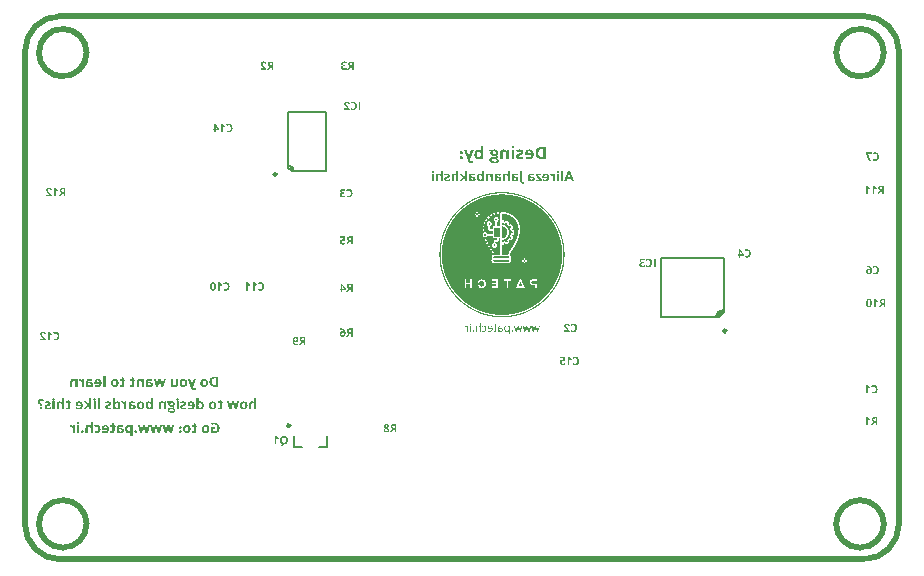
<source format=gbo>
G04*
G04 #@! TF.GenerationSoftware,Altium Limited,Altium Designer,23.1.1 (15)*
G04*
G04 Layer_Color=32896*
%FSLAX44Y44*%
%MOMM*%
G71*
G04*
G04 #@! TF.SameCoordinates,9F4D0ECE-2CF4-41AA-81F9-B76AE3B11C26*
G04*
G04*
G04 #@! TF.FilePolarity,Positive*
G04*
G01*
G75*
%ADD10C,0.5000*%
%ADD11C,0.2000*%
%ADD12C,0.2500*%
G36*
X479832Y570739D02*
X481239Y569332D01*
X482000Y567495D01*
Y566500D01*
X480000D01*
X477000Y571500D01*
X477994D01*
X479832Y570739D01*
D02*
G37*
G36*
X845500Y447000D02*
X841750Y443250D01*
X839000D01*
Y444394D01*
X839875Y446507D01*
X841493Y448125D01*
X843606Y449000D01*
X845500D01*
Y447000D01*
D02*
G37*
G36*
X660200Y548800D02*
X661900D01*
Y548700D01*
X663000D01*
Y548600D01*
X664000D01*
Y548500D01*
X664800D01*
Y548400D01*
X665500D01*
Y548300D01*
X666200D01*
Y548200D01*
X666800D01*
Y548100D01*
X667400D01*
Y548000D01*
X667900D01*
Y547900D01*
X668400D01*
Y547800D01*
X668900D01*
Y547700D01*
X669400D01*
Y547600D01*
X669800D01*
Y547500D01*
X670300D01*
Y547400D01*
X670700D01*
Y547300D01*
X671100D01*
Y547200D01*
X671500D01*
Y547100D01*
X671800D01*
Y547000D01*
X672200D01*
Y546900D01*
X672500D01*
Y546800D01*
X672900D01*
Y546700D01*
X673200D01*
Y546600D01*
X673500D01*
Y546500D01*
X673900D01*
Y546400D01*
X674200D01*
Y546300D01*
X674500D01*
Y546200D01*
X674800D01*
Y546100D01*
X675100D01*
Y546000D01*
X675400D01*
Y545900D01*
X675700D01*
Y545800D01*
X675900D01*
Y545700D01*
X676200D01*
Y545600D01*
X676500D01*
Y545500D01*
X676700D01*
Y545400D01*
X677000D01*
Y545300D01*
X677300D01*
Y545200D01*
X677500D01*
Y545100D01*
X677800D01*
Y545000D01*
X678000D01*
Y544900D01*
X678200D01*
Y544800D01*
X678500D01*
Y544700D01*
X678700D01*
Y544600D01*
X679000D01*
Y544500D01*
X679200D01*
Y544400D01*
X679400D01*
Y544300D01*
X679600D01*
Y544200D01*
X679900D01*
Y544100D01*
X680100D01*
Y544000D01*
X680300D01*
Y543900D01*
X680500D01*
Y543800D01*
X680700D01*
Y543700D01*
X680900D01*
Y543600D01*
X681100D01*
Y543500D01*
X681300D01*
Y543400D01*
X681500D01*
Y543300D01*
X681700D01*
Y543200D01*
X681900D01*
Y543100D01*
X682100D01*
Y543000D01*
X682300D01*
Y542900D01*
X682500D01*
Y542800D01*
X682700D01*
Y542700D01*
X682900D01*
Y542600D01*
X683100D01*
Y542500D01*
X683300D01*
Y542400D01*
X683400D01*
Y542300D01*
X683600D01*
Y542200D01*
X683800D01*
Y542100D01*
X684000D01*
Y542000D01*
X684200D01*
Y541900D01*
X684300D01*
Y541800D01*
X684500D01*
Y541700D01*
X684700D01*
Y541600D01*
X684800D01*
Y541500D01*
X685000D01*
Y541400D01*
X685200D01*
Y541300D01*
X685300D01*
Y541200D01*
X685500D01*
Y541100D01*
X685700D01*
Y541000D01*
X685800D01*
Y540900D01*
X686000D01*
Y540800D01*
X686100D01*
Y540700D01*
X686300D01*
Y540600D01*
X686500D01*
Y540500D01*
X686600D01*
Y540400D01*
X686800D01*
Y540300D01*
X686900D01*
Y540200D01*
X687100D01*
Y540100D01*
X687200D01*
Y540000D01*
X687400D01*
Y539900D01*
X687500D01*
Y539800D01*
X687700D01*
Y539700D01*
X687800D01*
Y539600D01*
X688000D01*
Y539500D01*
X688100D01*
Y539400D01*
X688300D01*
Y539300D01*
X688400D01*
Y539200D01*
X688500D01*
Y539100D01*
X688700D01*
Y539000D01*
X688800D01*
Y538900D01*
X689000D01*
Y538800D01*
X689100D01*
Y538700D01*
X689200D01*
Y538600D01*
X689400D01*
Y538500D01*
X689500D01*
Y538400D01*
X689600D01*
Y538300D01*
X689800D01*
Y538200D01*
X689900D01*
Y538100D01*
X690000D01*
Y538000D01*
X690200D01*
Y537900D01*
X690300D01*
Y537800D01*
X690400D01*
Y537700D01*
X690600D01*
Y537600D01*
X690700D01*
Y537500D01*
X690800D01*
Y537400D01*
X690900D01*
Y537300D01*
X691100D01*
Y537200D01*
X691200D01*
Y537100D01*
X691300D01*
Y537000D01*
X691400D01*
Y536900D01*
X691500D01*
Y536800D01*
X691700D01*
Y536700D01*
X691800D01*
Y536600D01*
X691900D01*
Y536500D01*
X692000D01*
Y536400D01*
X692100D01*
Y536300D01*
X692300D01*
Y536200D01*
X692400D01*
Y536100D01*
X692500D01*
Y536000D01*
X692600D01*
Y535900D01*
X692700D01*
Y535800D01*
X692800D01*
Y535700D01*
X693000D01*
Y535600D01*
X693100D01*
Y535500D01*
X693200D01*
Y535400D01*
X693300D01*
Y535300D01*
X693400D01*
Y535200D01*
X693500D01*
Y535100D01*
X693600D01*
Y535000D01*
X693700D01*
Y534900D01*
X693800D01*
Y534800D01*
X693900D01*
Y534700D01*
X694100D01*
Y534600D01*
X694200D01*
Y534500D01*
X694300D01*
Y534400D01*
X694400D01*
Y534300D01*
X694500D01*
Y534200D01*
X694600D01*
Y534100D01*
X694700D01*
Y534000D01*
X694800D01*
Y533900D01*
X694900D01*
Y533800D01*
X695000D01*
Y533700D01*
X695100D01*
Y533600D01*
X695200D01*
Y533500D01*
X695300D01*
Y533400D01*
X695400D01*
Y533300D01*
X695500D01*
Y533200D01*
X695600D01*
Y533100D01*
X695700D01*
Y533000D01*
X695800D01*
Y532900D01*
X695900D01*
Y532800D01*
X696000D01*
Y532700D01*
X696100D01*
Y532600D01*
X696200D01*
Y532500D01*
X696300D01*
Y532400D01*
X696400D01*
Y532300D01*
X696500D01*
Y532200D01*
X696600D01*
Y532100D01*
X696700D01*
Y531900D01*
X696800D01*
Y531800D01*
X696900D01*
Y531700D01*
X697000D01*
Y531600D01*
X697100D01*
Y531500D01*
X697200D01*
Y531400D01*
X697300D01*
Y531300D01*
X697400D01*
Y531200D01*
X697500D01*
Y531100D01*
X697600D01*
Y531000D01*
X697700D01*
Y530800D01*
X697800D01*
Y530700D01*
X697900D01*
Y530600D01*
X698000D01*
Y530500D01*
X698100D01*
Y530400D01*
X698200D01*
Y530300D01*
X698300D01*
Y530100D01*
X698400D01*
Y530000D01*
X698500D01*
Y529900D01*
X698600D01*
Y529800D01*
X698700D01*
Y529700D01*
X698800D01*
Y529500D01*
X698900D01*
Y529400D01*
X699000D01*
Y529300D01*
X699100D01*
Y529200D01*
X699200D01*
Y529100D01*
X699300D01*
Y528900D01*
X699400D01*
Y528800D01*
X699500D01*
Y528700D01*
X699600D01*
Y528600D01*
X699700D01*
Y528400D01*
X699800D01*
Y528300D01*
X699900D01*
Y528200D01*
X700000D01*
Y528000D01*
X700100D01*
Y527900D01*
X700200D01*
Y527800D01*
X700300D01*
Y527600D01*
X700400D01*
Y527500D01*
X700500D01*
Y527400D01*
X700600D01*
Y527200D01*
X700700D01*
Y527100D01*
X700800D01*
Y527000D01*
X700900D01*
Y526800D01*
X701000D01*
Y526700D01*
X701100D01*
Y526500D01*
X701200D01*
Y526400D01*
X701300D01*
Y526300D01*
X701400D01*
Y526100D01*
X701500D01*
Y526000D01*
X701600D01*
Y525800D01*
X701700D01*
Y525700D01*
X701800D01*
Y525500D01*
X701900D01*
Y525400D01*
X702000D01*
Y525200D01*
X702100D01*
Y525100D01*
X702200D01*
Y524900D01*
X702300D01*
Y524800D01*
X702400D01*
Y524600D01*
X702500D01*
Y524500D01*
X702600D01*
Y524300D01*
X702700D01*
Y524200D01*
X702800D01*
Y524000D01*
X702900D01*
Y523800D01*
X703000D01*
Y523700D01*
X703100D01*
Y523500D01*
X703200D01*
Y523300D01*
X703300D01*
Y523200D01*
X703400D01*
Y523000D01*
X703500D01*
Y522800D01*
X703600D01*
Y522700D01*
X703700D01*
Y522500D01*
X703800D01*
Y522300D01*
X703900D01*
Y522200D01*
X704000D01*
Y522000D01*
X704100D01*
Y521800D01*
X704200D01*
Y521600D01*
X704300D01*
Y521400D01*
X704400D01*
Y521300D01*
X704500D01*
Y521100D01*
X704600D01*
Y520900D01*
X704700D01*
Y520700D01*
X704800D01*
Y520500D01*
X704900D01*
Y520300D01*
X705000D01*
Y520100D01*
X705100D01*
Y519900D01*
X705200D01*
Y519700D01*
X705300D01*
Y519500D01*
X705400D01*
Y519300D01*
X705500D01*
Y519100D01*
X705600D01*
Y518900D01*
X705700D01*
Y518700D01*
X705800D01*
Y518500D01*
X705900D01*
Y518300D01*
X706000D01*
Y518100D01*
X706100D01*
Y517900D01*
X706200D01*
Y517600D01*
X706300D01*
Y517400D01*
X706400D01*
Y517200D01*
X706500D01*
Y517000D01*
X706600D01*
Y516700D01*
X706700D01*
Y516500D01*
X706800D01*
Y516300D01*
X706900D01*
Y516000D01*
X707000D01*
Y515800D01*
X707100D01*
Y515500D01*
X707200D01*
Y515300D01*
X707300D01*
Y515000D01*
X707400D01*
Y514700D01*
X707500D01*
Y514500D01*
X707600D01*
Y514200D01*
X707700D01*
Y513900D01*
X707800D01*
Y513700D01*
X707900D01*
Y513400D01*
X708000D01*
Y513100D01*
X708100D01*
Y512800D01*
X708200D01*
Y512500D01*
X708300D01*
Y512200D01*
X708400D01*
Y511900D01*
X708500D01*
Y511500D01*
X708600D01*
Y511200D01*
X708700D01*
Y510900D01*
X708800D01*
Y510500D01*
X708900D01*
Y510200D01*
X709000D01*
Y509800D01*
X709100D01*
Y509400D01*
X709200D01*
Y509100D01*
X709300D01*
Y508700D01*
X709400D01*
Y508200D01*
X709500D01*
Y507800D01*
X709600D01*
Y507400D01*
X709700D01*
Y506900D01*
X709800D01*
Y506400D01*
X709900D01*
Y505900D01*
X710000D01*
Y505400D01*
X710100D01*
Y504800D01*
X710200D01*
Y504200D01*
X710300D01*
Y503500D01*
X710400D01*
Y502800D01*
X710500D01*
Y502000D01*
X710600D01*
Y501100D01*
X710700D01*
Y499900D01*
X710800D01*
Y498100D01*
X710900D01*
Y493700D01*
X710800D01*
Y491900D01*
X710700D01*
Y490700D01*
X710600D01*
Y489800D01*
X710500D01*
Y489000D01*
X710400D01*
Y488300D01*
X710300D01*
Y487600D01*
X710200D01*
Y487000D01*
X710100D01*
Y486400D01*
X710000D01*
Y485900D01*
X709900D01*
Y485400D01*
X709800D01*
Y484900D01*
X709700D01*
Y484400D01*
X709600D01*
Y484000D01*
X709500D01*
Y483600D01*
X709400D01*
Y483100D01*
X709300D01*
Y482700D01*
X709200D01*
Y482400D01*
X709100D01*
Y482000D01*
X709000D01*
Y481600D01*
X708900D01*
Y481300D01*
X708800D01*
Y480900D01*
X708700D01*
Y480600D01*
X708600D01*
Y480200D01*
X708500D01*
Y479900D01*
X708400D01*
Y479600D01*
X708300D01*
Y479300D01*
X708200D01*
Y479000D01*
X708100D01*
Y478700D01*
X708000D01*
Y478400D01*
X707900D01*
Y478100D01*
X707800D01*
Y477900D01*
X707700D01*
Y477600D01*
X707600D01*
Y477300D01*
X707500D01*
Y477100D01*
X707400D01*
Y476800D01*
X707300D01*
Y476500D01*
X707200D01*
Y476300D01*
X707100D01*
Y476000D01*
X707000D01*
Y475800D01*
X706900D01*
Y475500D01*
X706800D01*
Y475300D01*
X706700D01*
Y475100D01*
X706600D01*
Y474800D01*
X706500D01*
Y474600D01*
X706400D01*
Y474400D01*
X706300D01*
Y474200D01*
X706200D01*
Y473900D01*
X706100D01*
Y473700D01*
X706000D01*
Y473500D01*
X705900D01*
Y473300D01*
X705800D01*
Y473100D01*
X705700D01*
Y472900D01*
X705600D01*
Y472700D01*
X705500D01*
Y472500D01*
X705400D01*
Y472300D01*
X705300D01*
Y472100D01*
X705200D01*
Y471900D01*
X705100D01*
Y471700D01*
X705000D01*
Y471500D01*
X704900D01*
Y471300D01*
X704800D01*
Y471100D01*
X704700D01*
Y470900D01*
X704600D01*
Y470700D01*
X704500D01*
Y470500D01*
X704400D01*
Y470400D01*
X704300D01*
Y470200D01*
X704200D01*
Y470000D01*
X704100D01*
Y469800D01*
X704000D01*
Y469600D01*
X703900D01*
Y469500D01*
X703800D01*
Y469300D01*
X703700D01*
Y469100D01*
X703600D01*
Y469000D01*
X703500D01*
Y468800D01*
X703400D01*
Y468600D01*
X703300D01*
Y468500D01*
X703200D01*
Y468300D01*
X703100D01*
Y468100D01*
X703000D01*
Y468000D01*
X702900D01*
Y467800D01*
X702800D01*
Y467700D01*
X702700D01*
Y467500D01*
X702600D01*
Y467300D01*
X702500D01*
Y467200D01*
X702400D01*
Y467000D01*
X702300D01*
Y466900D01*
X702200D01*
Y466700D01*
X702100D01*
Y466600D01*
X702000D01*
Y466400D01*
X701900D01*
Y466300D01*
X701800D01*
Y466100D01*
X701700D01*
Y466000D01*
X701600D01*
Y465800D01*
X701500D01*
Y465700D01*
X701400D01*
Y465500D01*
X701300D01*
Y465400D01*
X701200D01*
Y465300D01*
X701100D01*
Y465100D01*
X701000D01*
Y465000D01*
X700900D01*
Y464800D01*
X700800D01*
Y464700D01*
X700700D01*
Y464600D01*
X700600D01*
Y464400D01*
X700500D01*
Y464300D01*
X700400D01*
Y464200D01*
X700300D01*
Y464000D01*
X700200D01*
Y463900D01*
X700100D01*
Y463800D01*
X700000D01*
Y463600D01*
X699900D01*
Y463500D01*
X699800D01*
Y463400D01*
X699700D01*
Y463200D01*
X699600D01*
Y463100D01*
X699500D01*
Y463000D01*
X699400D01*
Y462900D01*
X699300D01*
Y462700D01*
X699200D01*
Y462600D01*
X699100D01*
Y462500D01*
X699000D01*
Y462400D01*
X698900D01*
Y462300D01*
X698800D01*
Y462100D01*
X698700D01*
Y462000D01*
X698600D01*
Y461900D01*
X698500D01*
Y461800D01*
X698400D01*
Y461700D01*
X698300D01*
Y461500D01*
X698200D01*
Y461400D01*
X698100D01*
Y461300D01*
X698000D01*
Y461200D01*
X697900D01*
Y461100D01*
X697800D01*
Y461000D01*
X697700D01*
Y460800D01*
X697600D01*
Y460700D01*
X697500D01*
Y460600D01*
X697400D01*
Y460500D01*
X697300D01*
Y460400D01*
X697200D01*
Y460300D01*
X697100D01*
Y460200D01*
X697000D01*
Y460100D01*
X696900D01*
Y460000D01*
X696800D01*
Y459900D01*
X696700D01*
Y459700D01*
X696600D01*
Y459600D01*
X696500D01*
Y459500D01*
X696400D01*
Y459400D01*
X696300D01*
Y459300D01*
X696200D01*
Y459200D01*
X696100D01*
Y459100D01*
X696000D01*
Y459000D01*
X695900D01*
Y458900D01*
X695800D01*
Y458800D01*
X695700D01*
Y458700D01*
X695600D01*
Y458600D01*
X695500D01*
Y458500D01*
X695400D01*
Y458400D01*
X695300D01*
Y458300D01*
X695200D01*
Y458200D01*
X695100D01*
Y458100D01*
X695000D01*
Y458000D01*
X694900D01*
Y457900D01*
X694800D01*
Y457800D01*
X694700D01*
Y457700D01*
X694600D01*
Y457600D01*
X694500D01*
Y457500D01*
X694400D01*
Y457400D01*
X694300D01*
Y457300D01*
X694200D01*
Y457200D01*
X694100D01*
Y457100D01*
X693900D01*
Y457000D01*
X693800D01*
Y456900D01*
X693700D01*
Y456800D01*
X693600D01*
Y456700D01*
X693500D01*
Y456600D01*
X693400D01*
Y456500D01*
X693300D01*
Y456400D01*
X693200D01*
Y456300D01*
X693100D01*
Y456200D01*
X693000D01*
Y456100D01*
X692800D01*
Y456000D01*
X692700D01*
Y455900D01*
X692600D01*
Y455800D01*
X692500D01*
Y455700D01*
X692400D01*
Y455600D01*
X692300D01*
Y455500D01*
X692100D01*
Y455400D01*
X692000D01*
Y455300D01*
X691900D01*
Y455200D01*
X691800D01*
Y455100D01*
X691700D01*
Y455000D01*
X691500D01*
Y454900D01*
X691400D01*
Y454800D01*
X691300D01*
Y454700D01*
X691200D01*
Y454600D01*
X691100D01*
Y454500D01*
X690900D01*
Y454400D01*
X690800D01*
Y454300D01*
X690700D01*
Y454200D01*
X690600D01*
Y454100D01*
X690400D01*
Y454000D01*
X690300D01*
Y453900D01*
X690200D01*
Y453800D01*
X690000D01*
Y453700D01*
X689900D01*
Y453600D01*
X689800D01*
Y453500D01*
X689600D01*
Y453400D01*
X689500D01*
Y453300D01*
X689400D01*
Y453200D01*
X689200D01*
Y453100D01*
X689100D01*
Y453000D01*
X689000D01*
Y452900D01*
X688800D01*
Y452800D01*
X688700D01*
Y452700D01*
X688500D01*
Y452600D01*
X688400D01*
Y452500D01*
X688300D01*
Y452400D01*
X688100D01*
Y452300D01*
X688000D01*
Y452200D01*
X687800D01*
Y452100D01*
X687700D01*
Y452000D01*
X687500D01*
Y451900D01*
X687400D01*
Y451800D01*
X687200D01*
Y451700D01*
X687100D01*
Y451600D01*
X686900D01*
Y451500D01*
X686800D01*
Y451400D01*
X686600D01*
Y451300D01*
X686500D01*
Y451200D01*
X686300D01*
Y451100D01*
X686200D01*
Y451000D01*
X686000D01*
Y450900D01*
X685800D01*
Y450800D01*
X685700D01*
Y450700D01*
X685500D01*
Y450600D01*
X685300D01*
Y450500D01*
X685200D01*
Y450400D01*
X685000D01*
Y450300D01*
X684800D01*
Y450200D01*
X684700D01*
Y450100D01*
X684500D01*
Y450000D01*
X684300D01*
Y449900D01*
X684200D01*
Y449800D01*
X684000D01*
Y449700D01*
X683800D01*
Y449600D01*
X683600D01*
Y449500D01*
X683400D01*
Y449400D01*
X683300D01*
Y449300D01*
X683100D01*
Y449200D01*
X682900D01*
Y449100D01*
X682700D01*
Y449000D01*
X682500D01*
Y448900D01*
X682300D01*
Y448800D01*
X682100D01*
Y448700D01*
X681900D01*
Y448600D01*
X681700D01*
Y448500D01*
X681500D01*
Y448400D01*
X681300D01*
Y448300D01*
X681100D01*
Y448200D01*
X680900D01*
Y448100D01*
X680700D01*
Y448000D01*
X680500D01*
Y447900D01*
X680300D01*
Y447800D01*
X680100D01*
Y447700D01*
X679900D01*
Y447600D01*
X679600D01*
Y447500D01*
X679400D01*
Y447400D01*
X679200D01*
Y447300D01*
X679000D01*
Y447200D01*
X678700D01*
Y447100D01*
X678500D01*
Y447000D01*
X678200D01*
Y446900D01*
X678000D01*
Y446800D01*
X677800D01*
Y446700D01*
X677500D01*
Y446600D01*
X677300D01*
Y446500D01*
X677000D01*
Y446400D01*
X676700D01*
Y446300D01*
X676500D01*
Y446200D01*
X676200D01*
Y446100D01*
X675900D01*
Y446000D01*
X675700D01*
Y445900D01*
X675400D01*
Y445800D01*
X675100D01*
Y445700D01*
X674800D01*
Y445600D01*
X674500D01*
Y445500D01*
X674200D01*
Y445400D01*
X673900D01*
Y445300D01*
X673600D01*
Y445200D01*
X673200D01*
Y445100D01*
X672900D01*
Y445000D01*
X672500D01*
Y444900D01*
X672200D01*
Y444800D01*
X671800D01*
Y444700D01*
X671500D01*
Y444600D01*
X671100D01*
Y444500D01*
X670700D01*
Y444400D01*
X670300D01*
Y444300D01*
X669800D01*
Y444200D01*
X669400D01*
Y444100D01*
X668900D01*
Y444000D01*
X668400D01*
Y443900D01*
X667900D01*
Y443800D01*
X667400D01*
Y443700D01*
X666800D01*
Y443600D01*
X666200D01*
Y443500D01*
X665500D01*
Y443400D01*
X664800D01*
Y443300D01*
X664000D01*
Y443200D01*
X663100D01*
Y443100D01*
X661900D01*
Y443000D01*
X660200D01*
Y442900D01*
X655600D01*
Y443000D01*
X653900D01*
Y443100D01*
X652700D01*
Y443200D01*
X651800D01*
Y443300D01*
X651000D01*
Y443400D01*
X650300D01*
Y443500D01*
X649600D01*
Y443600D01*
X649000D01*
Y443700D01*
X648400D01*
Y443800D01*
X647900D01*
Y443900D01*
X647400D01*
Y444000D01*
X646900D01*
Y444100D01*
X646400D01*
Y444200D01*
X646000D01*
Y444300D01*
X645500D01*
Y444400D01*
X645100D01*
Y444500D01*
X644700D01*
Y444600D01*
X644300D01*
Y444700D01*
X644000D01*
Y444800D01*
X643600D01*
Y444900D01*
X643300D01*
Y445000D01*
X642900D01*
Y445100D01*
X642600D01*
Y445200D01*
X642200D01*
Y445300D01*
X641900D01*
Y445400D01*
X641600D01*
Y445500D01*
X641300D01*
Y445600D01*
X641000D01*
Y445700D01*
X640700D01*
Y445800D01*
X640400D01*
Y445900D01*
X640100D01*
Y446000D01*
X639900D01*
Y446100D01*
X639600D01*
Y446200D01*
X639300D01*
Y446300D01*
X639000D01*
Y446400D01*
X638800D01*
Y446500D01*
X638500D01*
Y446600D01*
X638300D01*
Y446700D01*
X638000D01*
Y446800D01*
X637800D01*
Y446900D01*
X637600D01*
Y447000D01*
X637300D01*
Y447100D01*
X637100D01*
Y447200D01*
X636800D01*
Y447300D01*
X636600D01*
Y447400D01*
X636400D01*
Y447500D01*
X636200D01*
Y447600D01*
X635900D01*
Y447700D01*
X635700D01*
Y447800D01*
X635500D01*
Y447900D01*
X635300D01*
Y448000D01*
X635100D01*
Y448100D01*
X634900D01*
Y448200D01*
X634700D01*
Y448300D01*
X634500D01*
Y448400D01*
X634300D01*
Y448500D01*
X634100D01*
Y448600D01*
X633900D01*
Y448700D01*
X633700D01*
Y448800D01*
X633500D01*
Y448900D01*
X633300D01*
Y449000D01*
X633100D01*
Y449100D01*
X632900D01*
Y449200D01*
X632700D01*
Y449300D01*
X632500D01*
Y449400D01*
X632400D01*
Y449500D01*
X632200D01*
Y449600D01*
X632000D01*
Y449700D01*
X631800D01*
Y449800D01*
X631600D01*
Y449900D01*
X631500D01*
Y450000D01*
X631300D01*
Y450100D01*
X631100D01*
Y450200D01*
X631000D01*
Y450300D01*
X630800D01*
Y450400D01*
X630600D01*
Y450500D01*
X630500D01*
Y450600D01*
X630300D01*
Y450700D01*
X630100D01*
Y450800D01*
X630000D01*
Y450900D01*
X629800D01*
Y451000D01*
X629700D01*
Y451100D01*
X629500D01*
Y451200D01*
X629300D01*
Y451300D01*
X629200D01*
Y451400D01*
X629000D01*
Y451500D01*
X628900D01*
Y451600D01*
X628700D01*
Y451700D01*
X628600D01*
Y451800D01*
X628400D01*
Y451900D01*
X628300D01*
Y452000D01*
X628100D01*
Y452100D01*
X628000D01*
Y452200D01*
X627800D01*
Y452300D01*
X627700D01*
Y452400D01*
X627500D01*
Y452500D01*
X627400D01*
Y452600D01*
X627300D01*
Y452700D01*
X627100D01*
Y452800D01*
X627000D01*
Y452900D01*
X626800D01*
Y453000D01*
X626700D01*
Y453100D01*
X626600D01*
Y453200D01*
X626400D01*
Y453300D01*
X626300D01*
Y453400D01*
X626200D01*
Y453500D01*
X626000D01*
Y453600D01*
X625900D01*
Y453700D01*
X625800D01*
Y453800D01*
X625600D01*
Y453900D01*
X625500D01*
Y454000D01*
X625400D01*
Y454100D01*
X625200D01*
Y454200D01*
X625100D01*
Y454300D01*
X625000D01*
Y454400D01*
X624900D01*
Y454500D01*
X624700D01*
Y454600D01*
X624600D01*
Y454700D01*
X624500D01*
Y454800D01*
X624400D01*
Y454900D01*
X624300D01*
Y455000D01*
X624100D01*
Y455100D01*
X624000D01*
Y455200D01*
X623900D01*
Y455300D01*
X623800D01*
Y455400D01*
X623700D01*
Y455500D01*
X623500D01*
Y455600D01*
X623400D01*
Y455700D01*
X623300D01*
Y455800D01*
X623200D01*
Y455900D01*
X623100D01*
Y456000D01*
X623000D01*
Y456100D01*
X622800D01*
Y456200D01*
X622700D01*
Y456300D01*
X622600D01*
Y456400D01*
X622500D01*
Y456500D01*
X622400D01*
Y456600D01*
X622300D01*
Y456700D01*
X622200D01*
Y456800D01*
X622100D01*
Y456900D01*
X622000D01*
Y457000D01*
X621900D01*
Y457100D01*
X621700D01*
Y457200D01*
X621600D01*
Y457300D01*
X621500D01*
Y457400D01*
X621400D01*
Y457500D01*
X621300D01*
Y457600D01*
X621200D01*
Y457700D01*
X621100D01*
Y457800D01*
X621000D01*
Y457900D01*
X620900D01*
Y458000D01*
X620800D01*
Y458100D01*
X620700D01*
Y458200D01*
X620600D01*
Y458300D01*
X620500D01*
Y458400D01*
X620400D01*
Y458500D01*
X620300D01*
Y458600D01*
X620200D01*
Y458700D01*
X620100D01*
Y458800D01*
X620000D01*
Y458900D01*
X619900D01*
Y459000D01*
X619800D01*
Y459100D01*
X619700D01*
Y459200D01*
X619600D01*
Y459300D01*
X619500D01*
Y459400D01*
X619400D01*
Y459500D01*
X619300D01*
Y459600D01*
X619200D01*
Y459700D01*
X619100D01*
Y459900D01*
X619000D01*
Y460000D01*
X618900D01*
Y460100D01*
X618800D01*
Y460200D01*
X618700D01*
Y460300D01*
X618600D01*
Y460400D01*
X618500D01*
Y460500D01*
X618400D01*
Y460600D01*
X618300D01*
Y460700D01*
X618200D01*
Y460800D01*
X618100D01*
Y461000D01*
X618000D01*
Y461100D01*
X617900D01*
Y461200D01*
X617800D01*
Y461300D01*
X617700D01*
Y461400D01*
X617600D01*
Y461500D01*
X617500D01*
Y461700D01*
X617400D01*
Y461800D01*
X617300D01*
Y461900D01*
X617200D01*
Y462000D01*
X617100D01*
Y462100D01*
X617000D01*
Y462300D01*
X616900D01*
Y462400D01*
X616800D01*
Y462500D01*
X616700D01*
Y462600D01*
X616600D01*
Y462700D01*
X616500D01*
Y462900D01*
X616400D01*
Y463000D01*
X616300D01*
Y463100D01*
X616200D01*
Y463200D01*
X616100D01*
Y463400D01*
X616000D01*
Y463500D01*
X615900D01*
Y463600D01*
X615800D01*
Y463800D01*
X615700D01*
Y463900D01*
X615600D01*
Y464000D01*
X615500D01*
Y464200D01*
X615400D01*
Y464300D01*
X615300D01*
Y464400D01*
X615200D01*
Y464600D01*
X615100D01*
Y464700D01*
X615000D01*
Y464800D01*
X614900D01*
Y465000D01*
X614800D01*
Y465100D01*
X614700D01*
Y465300D01*
X614600D01*
Y465400D01*
X614500D01*
Y465500D01*
X614400D01*
Y465700D01*
X614300D01*
Y465800D01*
X614200D01*
Y466000D01*
X614100D01*
Y466100D01*
X614000D01*
Y466300D01*
X613900D01*
Y466400D01*
X613800D01*
Y466600D01*
X613700D01*
Y466700D01*
X613600D01*
Y466900D01*
X613500D01*
Y467000D01*
X613400D01*
Y467200D01*
X613300D01*
Y467300D01*
X613200D01*
Y467500D01*
X613100D01*
Y467700D01*
X613000D01*
Y467800D01*
X612900D01*
Y468000D01*
X612800D01*
Y468100D01*
X612700D01*
Y468300D01*
X612600D01*
Y468500D01*
X612500D01*
Y468600D01*
X612400D01*
Y468800D01*
X612300D01*
Y469000D01*
X612200D01*
Y469100D01*
X612100D01*
Y469300D01*
X612000D01*
Y469500D01*
X611900D01*
Y469600D01*
X611800D01*
Y469800D01*
X611700D01*
Y470000D01*
X611600D01*
Y470200D01*
X611500D01*
Y470400D01*
X611400D01*
Y470500D01*
X611300D01*
Y470700D01*
X611200D01*
Y470900D01*
X611100D01*
Y471100D01*
X611000D01*
Y471300D01*
X610900D01*
Y471500D01*
X610800D01*
Y471700D01*
X610700D01*
Y471900D01*
X610600D01*
Y472100D01*
X610500D01*
Y472300D01*
X610400D01*
Y472500D01*
X610300D01*
Y472700D01*
X610200D01*
Y472900D01*
X610100D01*
Y473100D01*
X610000D01*
Y473300D01*
X609900D01*
Y473500D01*
X609800D01*
Y473700D01*
X609700D01*
Y473900D01*
X609600D01*
Y474200D01*
X609500D01*
Y474400D01*
X609400D01*
Y474600D01*
X609300D01*
Y474800D01*
X609200D01*
Y475100D01*
X609100D01*
Y475300D01*
X609000D01*
Y475500D01*
X608900D01*
Y475800D01*
X608800D01*
Y476000D01*
X608700D01*
Y476300D01*
X608600D01*
Y476500D01*
X608500D01*
Y476800D01*
X608400D01*
Y477100D01*
X608300D01*
Y477300D01*
X608200D01*
Y477600D01*
X608100D01*
Y477900D01*
X608000D01*
Y478100D01*
X607900D01*
Y478400D01*
X607800D01*
Y478700D01*
X607700D01*
Y479000D01*
X607600D01*
Y479300D01*
X607500D01*
Y479600D01*
X607400D01*
Y479900D01*
X607300D01*
Y480200D01*
X607200D01*
Y480600D01*
X607100D01*
Y480900D01*
X607000D01*
Y481300D01*
X606900D01*
Y481600D01*
X606800D01*
Y482000D01*
X606700D01*
Y482400D01*
X606600D01*
Y482700D01*
X606500D01*
Y483100D01*
X606400D01*
Y483600D01*
X606300D01*
Y484000D01*
X606200D01*
Y484400D01*
X606100D01*
Y484900D01*
X606000D01*
Y485400D01*
X605900D01*
Y485900D01*
X605800D01*
Y486400D01*
X605700D01*
Y487000D01*
X605600D01*
Y487600D01*
X605500D01*
Y488200D01*
X605400D01*
Y489000D01*
X605300D01*
Y489800D01*
X605200D01*
Y490700D01*
X605100D01*
Y491900D01*
X605000D01*
Y493700D01*
X604900D01*
Y498100D01*
X605000D01*
Y499900D01*
X605100D01*
Y501100D01*
X605200D01*
Y502000D01*
X605300D01*
Y502800D01*
X605400D01*
Y503600D01*
X605500D01*
Y504200D01*
X605600D01*
Y504800D01*
X605700D01*
Y505400D01*
X605800D01*
Y505900D01*
X605900D01*
Y506400D01*
X606000D01*
Y506900D01*
X606100D01*
Y507400D01*
X606200D01*
Y507800D01*
X606300D01*
Y508200D01*
X606400D01*
Y508700D01*
X606500D01*
Y509100D01*
X606600D01*
Y509400D01*
X606700D01*
Y509800D01*
X606800D01*
Y510200D01*
X606900D01*
Y510500D01*
X607000D01*
Y510900D01*
X607100D01*
Y511200D01*
X607200D01*
Y511600D01*
X607300D01*
Y511900D01*
X607400D01*
Y512200D01*
X607500D01*
Y512500D01*
X607600D01*
Y512800D01*
X607700D01*
Y513100D01*
X607800D01*
Y513400D01*
X607900D01*
Y513700D01*
X608000D01*
Y513900D01*
X608100D01*
Y514200D01*
X608200D01*
Y514500D01*
X608300D01*
Y514700D01*
X608400D01*
Y515000D01*
X608500D01*
Y515300D01*
X608600D01*
Y515500D01*
X608700D01*
Y515800D01*
X608800D01*
Y516000D01*
X608900D01*
Y516300D01*
X609000D01*
Y516500D01*
X609100D01*
Y516700D01*
X609200D01*
Y517000D01*
X609300D01*
Y517200D01*
X609400D01*
Y517400D01*
X609500D01*
Y517600D01*
X609600D01*
Y517900D01*
X609700D01*
Y518100D01*
X609800D01*
Y518300D01*
X609900D01*
Y518500D01*
X610000D01*
Y518700D01*
X610100D01*
Y518900D01*
X610200D01*
Y519100D01*
X610300D01*
Y519300D01*
X610400D01*
Y519500D01*
X610500D01*
Y519700D01*
X610600D01*
Y519900D01*
X610700D01*
Y520100D01*
X610800D01*
Y520300D01*
X610900D01*
Y520500D01*
X611000D01*
Y520700D01*
X611100D01*
Y520900D01*
X611200D01*
Y521100D01*
X611300D01*
Y521300D01*
X611400D01*
Y521400D01*
X611500D01*
Y521600D01*
X611600D01*
Y521800D01*
X611700D01*
Y522000D01*
X611800D01*
Y522200D01*
X611900D01*
Y522300D01*
X612000D01*
Y522500D01*
X612100D01*
Y522700D01*
X612200D01*
Y522800D01*
X612300D01*
Y523000D01*
X612400D01*
Y523200D01*
X612500D01*
Y523300D01*
X612600D01*
Y523500D01*
X612700D01*
Y523700D01*
X612800D01*
Y523800D01*
X612900D01*
Y524000D01*
X613000D01*
Y524200D01*
X613100D01*
Y524300D01*
X613200D01*
Y524500D01*
X613300D01*
Y524600D01*
X613400D01*
Y524800D01*
X613500D01*
Y524900D01*
X613600D01*
Y525100D01*
X613700D01*
Y525200D01*
X613800D01*
Y525400D01*
X613900D01*
Y525500D01*
X614000D01*
Y525700D01*
X614100D01*
Y525800D01*
X614200D01*
Y526000D01*
X614300D01*
Y526100D01*
X614400D01*
Y526300D01*
X614500D01*
Y526400D01*
X614600D01*
Y526500D01*
X614700D01*
Y526700D01*
X614800D01*
Y526800D01*
X614900D01*
Y527000D01*
X615000D01*
Y527100D01*
X615100D01*
Y527200D01*
X615200D01*
Y527400D01*
X615300D01*
Y527500D01*
X615400D01*
Y527600D01*
X615500D01*
Y527800D01*
X615600D01*
Y527900D01*
X615700D01*
Y528000D01*
X615800D01*
Y528200D01*
X615900D01*
Y528300D01*
X616000D01*
Y528400D01*
X616100D01*
Y528600D01*
X616200D01*
Y528700D01*
X616300D01*
Y528800D01*
X616400D01*
Y528900D01*
X616500D01*
Y529100D01*
X616600D01*
Y529200D01*
X616700D01*
Y529300D01*
X616800D01*
Y529400D01*
X616900D01*
Y529500D01*
X617000D01*
Y529700D01*
X617100D01*
Y529800D01*
X617200D01*
Y529900D01*
X617300D01*
Y530000D01*
X617400D01*
Y530100D01*
X617500D01*
Y530300D01*
X617600D01*
Y530400D01*
X617700D01*
Y530500D01*
X617800D01*
Y530600D01*
X617900D01*
Y530700D01*
X618000D01*
Y530800D01*
X618100D01*
Y531000D01*
X618200D01*
Y531100D01*
X618300D01*
Y531200D01*
X618400D01*
Y531300D01*
X618500D01*
Y531400D01*
X618600D01*
Y531500D01*
X618700D01*
Y531600D01*
X618800D01*
Y531700D01*
X618900D01*
Y531800D01*
X619000D01*
Y531900D01*
X619100D01*
Y532100D01*
X619200D01*
Y532200D01*
X619300D01*
Y532300D01*
X619400D01*
Y532400D01*
X619500D01*
Y532500D01*
X619600D01*
Y532600D01*
X619700D01*
Y532700D01*
X619800D01*
Y532800D01*
X619900D01*
Y532900D01*
X620000D01*
Y533000D01*
X620100D01*
Y533100D01*
X620200D01*
Y533200D01*
X620300D01*
Y533300D01*
X620400D01*
Y533400D01*
X620500D01*
Y533500D01*
X620600D01*
Y533600D01*
X620700D01*
Y533700D01*
X620800D01*
Y533800D01*
X620900D01*
Y533900D01*
X621000D01*
Y534000D01*
X621100D01*
Y534100D01*
X621200D01*
Y534200D01*
X621300D01*
Y534300D01*
X621400D01*
Y534400D01*
X621500D01*
Y534500D01*
X621600D01*
Y534600D01*
X621700D01*
Y534700D01*
X621900D01*
Y534800D01*
X622000D01*
Y534900D01*
X622100D01*
Y535000D01*
X622200D01*
Y535100D01*
X622300D01*
Y535200D01*
X622400D01*
Y535300D01*
X622500D01*
Y535400D01*
X622600D01*
Y535500D01*
X622700D01*
Y535600D01*
X622800D01*
Y535700D01*
X623000D01*
Y535800D01*
X623100D01*
Y535900D01*
X623200D01*
Y536000D01*
X623300D01*
Y536100D01*
X623400D01*
Y536200D01*
X623500D01*
Y536300D01*
X623700D01*
Y536400D01*
X623800D01*
Y536500D01*
X623900D01*
Y536600D01*
X624000D01*
Y536700D01*
X624100D01*
Y536800D01*
X624300D01*
Y536900D01*
X624400D01*
Y537000D01*
X624500D01*
Y537100D01*
X624600D01*
Y537200D01*
X624700D01*
Y537300D01*
X624900D01*
Y537400D01*
X625000D01*
Y537500D01*
X625100D01*
Y537600D01*
X625200D01*
Y537700D01*
X625400D01*
Y537800D01*
X625500D01*
Y537900D01*
X625600D01*
Y538000D01*
X625800D01*
Y538100D01*
X625900D01*
Y538200D01*
X626000D01*
Y538300D01*
X626200D01*
Y538400D01*
X626300D01*
Y538500D01*
X626400D01*
Y538600D01*
X626600D01*
Y538700D01*
X626700D01*
Y538800D01*
X626800D01*
Y538900D01*
X627000D01*
Y539000D01*
X627100D01*
Y539100D01*
X627300D01*
Y539200D01*
X627400D01*
Y539300D01*
X627500D01*
Y539400D01*
X627700D01*
Y539500D01*
X627800D01*
Y539600D01*
X628000D01*
Y539700D01*
X628100D01*
Y539800D01*
X628300D01*
Y539900D01*
X628400D01*
Y540000D01*
X628600D01*
Y540100D01*
X628700D01*
Y540200D01*
X628900D01*
Y540300D01*
X629000D01*
Y540400D01*
X629200D01*
Y540500D01*
X629300D01*
Y540600D01*
X629500D01*
Y540700D01*
X629700D01*
Y540800D01*
X629800D01*
Y540900D01*
X630000D01*
Y541000D01*
X630100D01*
Y541100D01*
X630300D01*
Y541200D01*
X630500D01*
Y541300D01*
X630600D01*
Y541400D01*
X630800D01*
Y541500D01*
X631000D01*
Y541600D01*
X631100D01*
Y541700D01*
X631300D01*
Y541800D01*
X631500D01*
Y541900D01*
X631600D01*
Y542000D01*
X631800D01*
Y542100D01*
X632000D01*
Y542200D01*
X632200D01*
Y542300D01*
X632400D01*
Y542400D01*
X632500D01*
Y542500D01*
X632700D01*
Y542600D01*
X632900D01*
Y542700D01*
X633100D01*
Y542800D01*
X633300D01*
Y542900D01*
X633500D01*
Y543000D01*
X633700D01*
Y543100D01*
X633900D01*
Y543200D01*
X634100D01*
Y543300D01*
X634300D01*
Y543400D01*
X634500D01*
Y543500D01*
X634700D01*
Y543600D01*
X634900D01*
Y543700D01*
X635100D01*
Y543800D01*
X635300D01*
Y543900D01*
X635500D01*
Y544000D01*
X635700D01*
Y544100D01*
X635900D01*
Y544200D01*
X636200D01*
Y544300D01*
X636400D01*
Y544400D01*
X636600D01*
Y544500D01*
X636800D01*
Y544600D01*
X637100D01*
Y544700D01*
X637300D01*
Y544800D01*
X637600D01*
Y544900D01*
X637800D01*
Y545000D01*
X638000D01*
Y545100D01*
X638300D01*
Y545200D01*
X638500D01*
Y545300D01*
X638800D01*
Y545400D01*
X639100D01*
Y545500D01*
X639300D01*
Y545600D01*
X639600D01*
Y545700D01*
X639900D01*
Y545800D01*
X640100D01*
Y545900D01*
X640400D01*
Y546000D01*
X640700D01*
Y546100D01*
X641000D01*
Y546200D01*
X641300D01*
Y546300D01*
X641600D01*
Y546400D01*
X641900D01*
Y546500D01*
X642300D01*
Y546600D01*
X642600D01*
Y546700D01*
X642900D01*
Y546800D01*
X643300D01*
Y546900D01*
X643600D01*
Y547000D01*
X644000D01*
Y547100D01*
X644300D01*
Y547200D01*
X644700D01*
Y547300D01*
X645100D01*
Y547400D01*
X645500D01*
Y547500D01*
X646000D01*
Y547600D01*
X646400D01*
Y547700D01*
X646900D01*
Y547800D01*
X647400D01*
Y547900D01*
X647900D01*
Y548000D01*
X648400D01*
Y548100D01*
X649000D01*
Y548200D01*
X649600D01*
Y548300D01*
X650300D01*
Y548400D01*
X651000D01*
Y548500D01*
X651800D01*
Y548600D01*
X652800D01*
Y548700D01*
X653900D01*
Y548800D01*
X655600D01*
Y548900D01*
X660200D01*
Y548800D01*
D02*
G37*
G36*
X667387Y587979D02*
X667557Y587957D01*
X667727Y587894D01*
X667855Y587830D01*
X668068Y587659D01*
X668217Y587468D01*
X668302Y587255D01*
X668344Y587085D01*
X668366Y586957D01*
Y586936D01*
Y586914D01*
X668344Y586723D01*
X668323Y586574D01*
X668259Y586425D01*
X668174Y586297D01*
X667983Y586106D01*
X667770Y585978D01*
X667557Y585914D01*
X667365Y585872D01*
X667216Y585850D01*
X667174D01*
X666961Y585872D01*
X666791Y585893D01*
X666620Y585935D01*
X666493Y585999D01*
X666407Y586042D01*
X666344Y586084D01*
X666301Y586106D01*
X666280Y586127D01*
X666173Y586233D01*
X666109Y586361D01*
X666024Y586617D01*
X666003Y586744D01*
X665982Y586829D01*
Y586893D01*
Y586914D01*
X666003Y587106D01*
X666024Y587276D01*
X666088Y587425D01*
X666173Y587553D01*
X666365Y587745D01*
X666578Y587872D01*
X666791Y587936D01*
X666982Y587979D01*
X667131Y588000D01*
X667174D01*
X667387Y587979D01*
D02*
G37*
G36*
X642015Y576825D02*
X640333D01*
X639971Y577698D01*
X639822D01*
X639673Y577528D01*
X639503Y577379D01*
X639141Y577123D01*
X638758Y576953D01*
X638396Y576825D01*
X638077Y576761D01*
X637949Y576719D01*
X637821D01*
X637715Y576698D01*
X637587D01*
X637332Y576719D01*
X637076Y576740D01*
X636629Y576868D01*
X636246Y577038D01*
X635927Y577230D01*
X635672Y577421D01*
X635480Y577592D01*
X635374Y577719D01*
X635331Y577741D01*
Y577762D01*
X635182Y577975D01*
X635054Y578209D01*
X634841Y578698D01*
X634692Y579209D01*
X634607Y579720D01*
X634543Y580167D01*
X634522Y580359D01*
Y580529D01*
X634501Y580657D01*
Y580763D01*
Y580827D01*
Y580848D01*
X634543Y581529D01*
X634629Y582147D01*
X634692Y582423D01*
X634756Y582657D01*
X634820Y582892D01*
X634905Y583104D01*
X634991Y583275D01*
X635054Y583445D01*
X635118Y583573D01*
X635182Y583679D01*
X635225Y583786D01*
X635267Y583849D01*
X635310Y583871D01*
Y583892D01*
X635459Y584084D01*
X635629Y584254D01*
X635821Y584403D01*
X635991Y584530D01*
X636374Y584722D01*
X636736Y584871D01*
X637055Y584935D01*
X637183Y584956D01*
X637311Y584977D01*
X637417Y584999D01*
X637545D01*
X637821Y584977D01*
X638077Y584956D01*
X638524Y584807D01*
X638928Y584616D01*
X639248Y584403D01*
X639503Y584190D01*
X639673Y583998D01*
X639780Y583849D01*
X639822Y583828D01*
Y583807D01*
X639907D01*
X639886Y584190D01*
X639865Y584509D01*
X639843Y584786D01*
X639822Y584999D01*
Y585169D01*
Y585297D01*
Y585361D01*
Y585382D01*
Y588000D01*
X642015D01*
Y576825D01*
D02*
G37*
G36*
X623560Y583764D02*
X623752Y583722D01*
X623922Y583658D01*
X624050Y583594D01*
X624178Y583509D01*
X624263Y583445D01*
X624305Y583402D01*
X624327Y583381D01*
X624454Y583232D01*
X624539Y583083D01*
X624625Y582913D01*
X624667Y582764D01*
X624688Y582636D01*
X624710Y582530D01*
Y582466D01*
Y582445D01*
X624688Y582189D01*
X624625Y581976D01*
X624582Y581891D01*
X624561Y581827D01*
X624539Y581785D01*
Y581763D01*
X624390Y581551D01*
X624241Y581402D01*
X624114Y581316D01*
X624092Y581274D01*
X624071D01*
X623816Y581167D01*
X623603Y581125D01*
X623497Y581104D01*
X623369D01*
X623113Y581125D01*
X622901Y581189D01*
X622815Y581231D01*
X622752Y581253D01*
X622730Y581274D01*
X622709D01*
X622496Y581423D01*
X622347Y581593D01*
X622241Y581721D01*
X622219Y581742D01*
Y581763D01*
X622113Y581998D01*
X622049Y582232D01*
X622028Y582317D01*
Y582381D01*
Y582423D01*
Y582445D01*
X622049Y582636D01*
X622092Y582828D01*
X622155Y582977D01*
X622219Y583126D01*
X622304Y583232D01*
X622368Y583317D01*
X622411Y583360D01*
X622432Y583381D01*
X622581Y583509D01*
X622730Y583615D01*
X622901Y583679D01*
X623050Y583743D01*
X623177Y583764D01*
X623284Y583786D01*
X623369D01*
X623560Y583764D01*
D02*
G37*
G36*
X630670Y576868D02*
X630797Y576506D01*
X630904Y576251D01*
X631010Y576038D01*
X631117Y575846D01*
X631223Y575697D01*
X631329Y575569D01*
X631415Y575484D01*
X631457Y575442D01*
X631478Y575420D01*
X631649Y575293D01*
X631819Y575208D01*
X631989Y575144D01*
X632138Y575101D01*
X632266Y575080D01*
X632372Y575059D01*
X632479D01*
X632819Y575080D01*
X632968Y575101D01*
X633096Y575122D01*
X633203D01*
X633288Y575144D01*
X633330Y575165D01*
X633352D01*
Y573420D01*
X632947Y573356D01*
X632756Y573313D01*
X632585D01*
X632458Y573292D01*
X632245D01*
X631819Y573313D01*
X631436Y573398D01*
X631095Y573505D01*
X630797Y573611D01*
X630563Y573739D01*
X630372Y573824D01*
X630265Y573909D01*
X630223Y573931D01*
X629903Y574186D01*
X629648Y574484D01*
X629414Y574803D01*
X629222Y575101D01*
X629073Y575378D01*
X628967Y575591D01*
X628924Y575676D01*
X628903Y575740D01*
X628882Y575782D01*
Y575804D01*
X625476Y584850D01*
X627839D01*
X629329Y580316D01*
X629456Y579827D01*
X629520Y579592D01*
X629563Y579380D01*
X629584Y579209D01*
X629605Y579060D01*
X629627Y578975D01*
Y578932D01*
X629669D01*
X629691Y579230D01*
X629733Y579486D01*
X629776Y579720D01*
X629840Y579933D01*
X629882Y580082D01*
X629903Y580210D01*
X629946Y580295D01*
Y580316D01*
X631457Y584850D01*
X633841D01*
X630670Y576868D01*
D02*
G37*
G36*
X681264Y584977D02*
X681584Y584956D01*
X682137Y584828D01*
X682606Y584658D01*
X683010Y584445D01*
X683180Y584339D01*
X683329Y584232D01*
X683457Y584147D01*
X683542Y584062D01*
X683627Y583998D01*
X683691Y583935D01*
X683712Y583913D01*
X683734Y583892D01*
X683904Y583679D01*
X684053Y583445D01*
X684308Y582934D01*
X684479Y582423D01*
X684606Y581912D01*
X684649Y581678D01*
X684670Y581465D01*
X684713Y581274D01*
Y581104D01*
X684734Y580955D01*
Y580848D01*
Y580784D01*
Y580763D01*
X684713Y580401D01*
X684691Y580082D01*
X684628Y579763D01*
X684564Y579465D01*
X684479Y579188D01*
X684393Y578954D01*
X684287Y578720D01*
X684181Y578528D01*
X684096Y578336D01*
X683989Y578187D01*
X683904Y578038D01*
X683819Y577932D01*
X683755Y577847D01*
X683691Y577783D01*
X683670Y577762D01*
X683649Y577741D01*
X683436Y577549D01*
X683202Y577400D01*
X682967Y577251D01*
X682712Y577145D01*
X682222Y576953D01*
X681733Y576825D01*
X681286Y576761D01*
X681115Y576740D01*
X680945Y576719D01*
X680817Y576698D01*
X680285D01*
X679987Y576719D01*
X679711Y576740D01*
X679477Y576761D01*
X679285Y576783D01*
X679136Y576804D01*
X679051Y576825D01*
X679030D01*
X678561Y576953D01*
X678348Y577017D01*
X678157Y577081D01*
X678008Y577145D01*
X677902Y577187D01*
X677816Y577208D01*
X677795Y577230D01*
Y578932D01*
X678306Y578720D01*
X678540Y578634D01*
X678732Y578571D01*
X678902Y578507D01*
X679051Y578485D01*
X679136Y578443D01*
X679157D01*
X679647Y578358D01*
X679860Y578336D01*
X680073Y578315D01*
X680264Y578294D01*
X680519D01*
X680860Y578315D01*
X681137Y578379D01*
X681392Y578464D01*
X681605Y578571D01*
X681775Y578656D01*
X681882Y578741D01*
X681967Y578805D01*
X681988Y578826D01*
X682159Y579039D01*
X682286Y579273D01*
X682371Y579529D01*
X682435Y579741D01*
X682478Y579954D01*
X682499Y580125D01*
X682520Y580231D01*
Y580274D01*
X677348D01*
Y581338D01*
Y581657D01*
X677391Y581955D01*
X677497Y582487D01*
X677646Y582934D01*
X677816Y583317D01*
X678008Y583637D01*
X678093Y583743D01*
X678157Y583849D01*
X678221Y583913D01*
X678263Y583977D01*
X678285Y584020D01*
X678306D01*
X678497Y584190D01*
X678689Y584339D01*
X679115Y584594D01*
X679562Y584765D01*
X679966Y584871D01*
X680349Y584956D01*
X680519Y584977D01*
X680668D01*
X680775Y584999D01*
X680945D01*
X681264Y584977D01*
D02*
G37*
G36*
X694972Y576825D02*
X692014D01*
X691503Y576847D01*
X691034Y576889D01*
X690587Y576953D01*
X690162Y577038D01*
X689800Y577145D01*
X689438Y577251D01*
X689119Y577379D01*
X688842Y577506D01*
X688587Y577634D01*
X688374Y577762D01*
X688182Y577868D01*
X688033Y577975D01*
X687906Y578060D01*
X687820Y578124D01*
X687778Y578166D01*
X687757Y578187D01*
X687501Y578464D01*
X687267Y578762D01*
X687075Y579060D01*
X686884Y579401D01*
X686756Y579720D01*
X686628Y580061D01*
X686522Y580380D01*
X686458Y580699D01*
X686394Y580997D01*
X686352Y581274D01*
X686309Y581529D01*
X686288Y581742D01*
X686266Y581912D01*
Y582061D01*
Y582147D01*
Y582168D01*
X686288Y582615D01*
X686330Y583019D01*
X686394Y583424D01*
X686479Y583786D01*
X686607Y584126D01*
X686713Y584424D01*
X686841Y584722D01*
X686969Y584977D01*
X687118Y585190D01*
X687246Y585403D01*
X687352Y585574D01*
X687458Y585701D01*
X687565Y585808D01*
X687629Y585893D01*
X687671Y585935D01*
X687693Y585957D01*
X687969Y586191D01*
X688267Y586404D01*
X688587Y586595D01*
X688927Y586744D01*
X689247Y586872D01*
X689587Y586978D01*
X690226Y587149D01*
X690524Y587212D01*
X690800Y587255D01*
X691056Y587276D01*
X691269Y587298D01*
X691439Y587319D01*
X694972D01*
Y576825D01*
D02*
G37*
G36*
X668281D02*
X666088D01*
Y584850D01*
X668281D01*
Y576825D01*
D02*
G37*
G36*
X659511Y584977D02*
X659788Y584956D01*
X660043Y584914D01*
X660256Y584850D01*
X660426Y584786D01*
X660575Y584743D01*
X660660Y584722D01*
X660682Y584701D01*
X660916Y584573D01*
X661107Y584445D01*
X661278Y584296D01*
X661427Y584147D01*
X661533Y584020D01*
X661618Y583913D01*
X661661Y583828D01*
X661682Y583807D01*
X661810D01*
X662108Y584850D01*
X663789D01*
Y576825D01*
X661597D01*
Y580593D01*
X661576Y581082D01*
X661533Y581508D01*
X661469Y581870D01*
X661384Y582147D01*
X661320Y582359D01*
X661256Y582508D01*
X661214Y582594D01*
X661193Y582615D01*
X661022Y582828D01*
X660809Y582977D01*
X660575Y583083D01*
X660362Y583147D01*
X660171Y583211D01*
X660001Y583232D01*
X659852D01*
X659617Y583211D01*
X659405Y583168D01*
X659234Y583104D01*
X659107Y583019D01*
X659000Y582934D01*
X658936Y582870D01*
X658894Y582828D01*
X658873Y582806D01*
X658766Y582636D01*
X658681Y582423D01*
X658638Y582210D01*
X658596Y581998D01*
X658575Y581806D01*
X658553Y581657D01*
Y581551D01*
Y581508D01*
Y576825D01*
X656361D01*
Y582040D01*
X656382Y582551D01*
X656467Y582998D01*
X656595Y583381D01*
X656723Y583679D01*
X656850Y583913D01*
X656978Y584105D01*
X657063Y584190D01*
X657085Y584232D01*
X657383Y584488D01*
X657723Y584679D01*
X658085Y584807D01*
X658426Y584914D01*
X658724Y584956D01*
X658979Y584977D01*
X659085Y584999D01*
X659213D01*
X659511Y584977D01*
D02*
G37*
G36*
X623560Y579486D02*
X623752Y579443D01*
X623922Y579380D01*
X624050Y579316D01*
X624178Y579230D01*
X624263Y579167D01*
X624305Y579124D01*
X624327Y579103D01*
X624454Y578954D01*
X624539Y578805D01*
X624625Y578634D01*
X624667Y578485D01*
X624688Y578358D01*
X624710Y578251D01*
Y578187D01*
Y578166D01*
X624688Y577975D01*
X624646Y577783D01*
X624582Y577613D01*
X624518Y577485D01*
X624454Y577357D01*
X624390Y577272D01*
X624348Y577230D01*
X624327Y577208D01*
X624178Y577081D01*
X624007Y576996D01*
X623858Y576910D01*
X623709Y576868D01*
X623560Y576847D01*
X623454Y576825D01*
X623369D01*
X623177Y576847D01*
X622986Y576889D01*
X622837Y576953D01*
X622688Y577017D01*
X622581Y577081D01*
X622496Y577145D01*
X622453Y577187D01*
X622432Y577208D01*
X622304Y577357D01*
X622198Y577528D01*
X622134Y577698D01*
X622070Y577847D01*
X622049Y577975D01*
X622028Y578081D01*
Y578145D01*
Y578166D01*
X622049Y578358D01*
X622092Y578549D01*
X622155Y578698D01*
X622219Y578847D01*
X622304Y578954D01*
X622368Y579039D01*
X622411Y579081D01*
X622432Y579103D01*
X622581Y579230D01*
X622730Y579337D01*
X622901Y579401D01*
X623050Y579465D01*
X623177Y579486D01*
X623284Y579507D01*
X623369D01*
X623560Y579486D01*
D02*
G37*
G36*
X673410Y584977D02*
X673900Y584914D01*
X674304Y584807D01*
X674623Y584701D01*
X674900Y584594D01*
X675092Y584488D01*
X675198Y584424D01*
X675241Y584403D01*
X675518Y584169D01*
X675709Y583913D01*
X675858Y583637D01*
X675943Y583360D01*
X676007Y583126D01*
X676028Y582934D01*
X676050Y582806D01*
Y582785D01*
Y582764D01*
Y582530D01*
X676028Y582338D01*
X675986Y582147D01*
X675943Y581998D01*
X675922Y581870D01*
X675879Y581785D01*
X675858Y581721D01*
Y581700D01*
X675773Y581551D01*
X675688Y581402D01*
X675475Y581167D01*
X675390Y581061D01*
X675305Y580997D01*
X675262Y580955D01*
X675241Y580933D01*
X675049Y580806D01*
X674836Y580699D01*
X674389Y580465D01*
X674198Y580380D01*
X674028Y580295D01*
X673921Y580252D01*
X673879Y580231D01*
X673644Y580125D01*
X673432Y580039D01*
X673261Y579954D01*
X673112Y579890D01*
X672985Y579827D01*
X672899Y579784D01*
X672857Y579741D01*
X672836D01*
X672708Y579678D01*
X672580Y579614D01*
X672431Y579486D01*
X672325Y579401D01*
X672303Y579380D01*
X672197Y579252D01*
X672154Y579103D01*
X672133Y578996D01*
Y578975D01*
Y578954D01*
X672154Y578826D01*
X672176Y578720D01*
X672325Y578571D01*
X672516Y578443D01*
X672729Y578358D01*
X672942Y578315D01*
X673134Y578294D01*
X673283Y578273D01*
X673325D01*
X673772Y578294D01*
X674006Y578336D01*
X674219Y578379D01*
X674389Y578400D01*
X674538Y578443D01*
X674623Y578464D01*
X674666D01*
X674943Y578549D01*
X675198Y578613D01*
X675432Y578698D01*
X675645Y578783D01*
X675816Y578847D01*
X675943Y578911D01*
X676028Y578932D01*
X676050Y578954D01*
Y577145D01*
X675624Y576996D01*
X675432Y576932D01*
X675262Y576889D01*
X675113Y576847D01*
X674985Y576825D01*
X674900Y576804D01*
X674879D01*
X674645Y576761D01*
X674389Y576740D01*
X674134Y576719D01*
X673900D01*
X673687Y576698D01*
X673389D01*
X672793Y576719D01*
X672261Y576804D01*
X671835Y576889D01*
X671473Y577017D01*
X671197Y577123D01*
X670984Y577230D01*
X670877Y577294D01*
X670835Y577315D01*
X670537Y577570D01*
X670324Y577890D01*
X670175Y578187D01*
X670069Y578507D01*
X670005Y578783D01*
X669983Y578996D01*
X669962Y579081D01*
Y579145D01*
Y579188D01*
Y579209D01*
Y579422D01*
X670005Y579614D01*
X670026Y579805D01*
X670069Y579954D01*
X670111Y580061D01*
X670132Y580146D01*
X670175Y580210D01*
Y580231D01*
X670260Y580380D01*
X670367Y580529D01*
X670579Y580763D01*
X670686Y580848D01*
X670771Y580912D01*
X670814Y580955D01*
X670835Y580976D01*
X671005Y581104D01*
X671218Y581231D01*
X671665Y581465D01*
X671878Y581551D01*
X672048Y581636D01*
X672154Y581678D01*
X672176Y581700D01*
X672197D01*
X672559Y581849D01*
X672857Y581976D01*
X673112Y582083D01*
X673283Y582189D01*
X673432Y582253D01*
X673517Y582296D01*
X673559Y582338D01*
X673581D01*
X673687Y582423D01*
X673751Y582508D01*
X673836Y582679D01*
X673879Y582806D01*
Y582828D01*
Y582849D01*
X673857Y582934D01*
X673836Y583019D01*
X673730Y583147D01*
X673581Y583253D01*
X673389Y583317D01*
X673219Y583360D01*
X673070Y583381D01*
X672921D01*
X672516Y583360D01*
X672346Y583339D01*
X672176Y583296D01*
X672048Y583275D01*
X671942Y583232D01*
X671878Y583211D01*
X671857D01*
X671452Y583083D01*
X671261Y582998D01*
X671090Y582934D01*
X670920Y582870D01*
X670814Y582828D01*
X670728Y582806D01*
X670707Y582785D01*
X670047Y584360D01*
X670558Y584573D01*
X671069Y584722D01*
X671559Y584850D01*
X671984Y584914D01*
X672346Y584956D01*
X672495Y584977D01*
X672623Y584999D01*
X672878D01*
X673410Y584977D01*
D02*
G37*
G36*
X651870Y584977D02*
X652381Y584892D01*
X652785Y584765D01*
X653147Y584637D01*
X653402Y584509D01*
X653615Y584381D01*
X653721Y584296D01*
X653764Y584275D01*
X654041Y583977D01*
X654254Y583658D01*
X654403Y583317D01*
X654509Y582998D01*
X654573Y582700D01*
X654594Y582466D01*
X654615Y582381D01*
Y582317D01*
Y582274D01*
Y582253D01*
X654594Y581955D01*
X654552Y581678D01*
X654509Y581423D01*
X654424Y581210D01*
X654360Y581040D01*
X654317Y580912D01*
X654275Y580827D01*
X654254Y580806D01*
X654105Y580593D01*
X653934Y580423D01*
X653764Y580274D01*
X653615Y580167D01*
X653466Y580061D01*
X653360Y579997D01*
X653275Y579976D01*
X653253Y579954D01*
X653423Y579848D01*
X653572Y579741D01*
X653700Y579635D01*
X653828Y579529D01*
X653913Y579465D01*
X653977Y579401D01*
X653998Y579358D01*
X654019Y579337D01*
X654105Y579230D01*
X654168Y579103D01*
X654232Y578847D01*
X654254Y578741D01*
X654275Y578677D01*
Y578613D01*
Y578592D01*
X654254Y578443D01*
X654232Y578315D01*
X654147Y578102D01*
X654105Y578017D01*
X654083Y577953D01*
X654041Y577911D01*
Y577890D01*
X653849Y577677D01*
X653636Y577528D01*
X653572Y577485D01*
X653509Y577443D01*
X653466Y577421D01*
X653445D01*
X653743Y577336D01*
X654019Y577230D01*
X654254Y577123D01*
X654424Y576996D01*
X654573Y576910D01*
X654679Y576825D01*
X654743Y576761D01*
X654764Y576740D01*
X654913Y576549D01*
X655020Y576336D01*
X655105Y576144D01*
X655148Y575953D01*
X655190Y575782D01*
X655211Y575655D01*
Y575569D01*
Y575527D01*
X655169Y575144D01*
X655084Y574824D01*
X654935Y574548D01*
X654764Y574314D01*
X654615Y574122D01*
X654466Y573994D01*
X654381Y573909D01*
X654339Y573888D01*
X653977Y573696D01*
X653551Y573547D01*
X653126Y573441D01*
X652721Y573377D01*
X652338Y573335D01*
X652189Y573313D01*
X652040Y573292D01*
X651359D01*
X650997Y573335D01*
X650635Y573356D01*
X650316Y573420D01*
X650018Y573484D01*
X649741Y573547D01*
X649486Y573611D01*
X649252Y573696D01*
X649060Y573760D01*
X648890Y573824D01*
X648741Y573888D01*
X648613Y573952D01*
X648528Y574016D01*
X648464Y574037D01*
X648421Y574080D01*
X648400D01*
X648187Y574229D01*
X648017Y574399D01*
X647847Y574569D01*
X647719Y574739D01*
X647506Y575101D01*
X647378Y575463D01*
X647293Y575761D01*
X647251Y576016D01*
X647230Y576123D01*
Y576187D01*
Y576229D01*
Y576251D01*
X647251Y576634D01*
X647336Y576974D01*
X647442Y577251D01*
X647570Y577485D01*
X647719Y577655D01*
X647825Y577783D01*
X647911Y577868D01*
X647932Y577890D01*
X648209Y578081D01*
X648528Y578230D01*
X648868Y578315D01*
X649188Y578400D01*
X649486Y578443D01*
X649720Y578464D01*
X651508D01*
X651699Y578485D01*
X651848Y578507D01*
X651997Y578549D01*
X652104Y578571D01*
X652210Y578613D01*
X652359Y578720D01*
X652444Y578805D01*
X652487Y578869D01*
X652508Y578932D01*
Y578954D01*
X652487Y579060D01*
X652444Y579188D01*
X652338Y579358D01*
X652210Y579486D01*
X652189Y579507D01*
X652168Y579529D01*
X651848Y579486D01*
X651444Y579465D01*
X650869Y579486D01*
X650380Y579571D01*
X649954Y579699D01*
X649592Y579827D01*
X649315Y579954D01*
X649124Y580082D01*
X648996Y580167D01*
X648954Y580188D01*
X648783Y580337D01*
X648656Y580486D01*
X648421Y580806D01*
X648251Y581146D01*
X648145Y581465D01*
X648081Y581763D01*
X648060Y581998D01*
X648038Y582083D01*
Y582147D01*
Y582189D01*
Y582210D01*
X648060Y582445D01*
X648081Y582679D01*
X648145Y582870D01*
X648209Y583062D01*
X648272Y583190D01*
X648315Y583317D01*
X648358Y583381D01*
X648379Y583402D01*
X647123Y583722D01*
Y584850D01*
X649997D01*
X650082Y584871D01*
X650273Y584892D01*
X650380Y584914D01*
X650444Y584935D01*
X650529D01*
X650848Y584977D01*
X651082Y584999D01*
X651316D01*
X651870Y584977D01*
D02*
G37*
G36*
X705605Y566983D02*
X705738Y566967D01*
X705871Y566917D01*
X705971Y566867D01*
X706138Y566733D01*
X706255Y566583D01*
X706321Y566417D01*
X706354Y566283D01*
X706371Y566184D01*
Y566167D01*
Y566150D01*
X706354Y566000D01*
X706338Y565884D01*
X706288Y565767D01*
X706221Y565667D01*
X706071Y565517D01*
X705905Y565417D01*
X705738Y565367D01*
X705588Y565334D01*
X705471Y565317D01*
X705438D01*
X705271Y565334D01*
X705138Y565350D01*
X705005Y565384D01*
X704905Y565434D01*
X704838Y565467D01*
X704788Y565500D01*
X704755Y565517D01*
X704738Y565534D01*
X704655Y565617D01*
X704605Y565717D01*
X704538Y565917D01*
X704522Y566017D01*
X704505Y566084D01*
Y566134D01*
Y566150D01*
X704522Y566300D01*
X704538Y566433D01*
X704588Y566550D01*
X704655Y566650D01*
X704805Y566800D01*
X704971Y566900D01*
X705138Y566950D01*
X705288Y566983D01*
X705405Y567000D01*
X705438D01*
X705605Y566983D01*
D02*
G37*
G36*
X599449Y566983D02*
X599582Y566967D01*
X599715Y566917D01*
X599815Y566867D01*
X599982Y566733D01*
X600098Y566583D01*
X600165Y566417D01*
X600198Y566283D01*
X600215Y566184D01*
Y566167D01*
Y566150D01*
X600198Y566000D01*
X600182Y565884D01*
X600132Y565767D01*
X600065Y565667D01*
X599915Y565517D01*
X599748Y565417D01*
X599582Y565367D01*
X599432Y565334D01*
X599315Y565317D01*
X599282D01*
X599115Y565334D01*
X598982Y565350D01*
X598849Y565384D01*
X598749Y565434D01*
X598682Y565467D01*
X598632Y565500D01*
X598599Y565517D01*
X598582Y565534D01*
X598499Y565617D01*
X598449Y565717D01*
X598382Y565917D01*
X598365Y566017D01*
X598349Y566084D01*
Y566133D01*
Y566150D01*
X598365Y566300D01*
X598382Y566433D01*
X598432Y566550D01*
X598499Y566650D01*
X598649Y566800D01*
X598815Y566900D01*
X598982Y566950D01*
X599132Y566983D01*
X599249Y567000D01*
X599282D01*
X599449Y566983D01*
D02*
G37*
G36*
X664448Y558252D02*
X662732D01*
Y561202D01*
X662716Y561585D01*
X662682Y561918D01*
X662632Y562185D01*
X662566Y562401D01*
X662516Y562568D01*
X662466Y562684D01*
X662432Y562768D01*
X662416Y562784D01*
X662282Y562951D01*
X662116Y563068D01*
X661933Y563151D01*
X661766Y563201D01*
X661616Y563251D01*
X661483Y563268D01*
X661366D01*
X661183Y563251D01*
X661033Y563218D01*
X660899Y563151D01*
X660783Y563051D01*
X660683Y562951D01*
X660600Y562834D01*
X660483Y562601D01*
X660399Y562351D01*
X660366Y562135D01*
X660350Y562051D01*
Y561985D01*
Y561935D01*
Y561918D01*
Y558252D01*
X658633D01*
Y562335D01*
X658650Y562734D01*
X658717Y563068D01*
X658817Y563368D01*
X658917Y563618D01*
X659033Y563801D01*
X659117Y563934D01*
X659183Y564017D01*
X659217Y564051D01*
X659450Y564251D01*
X659716Y564401D01*
X660000Y564501D01*
X660266Y564584D01*
X660516Y564617D01*
X660716Y564634D01*
X660799Y564651D01*
X660899D01*
X661133Y564634D01*
X661333Y564617D01*
X661716Y564501D01*
X662016Y564351D01*
X662282Y564184D01*
X662466Y564017D01*
X662599Y563867D01*
X662682Y563751D01*
X662716Y563734D01*
Y563717D01*
X662799D01*
X662766Y564234D01*
X662749Y564501D01*
Y564717D01*
X662732Y564884D01*
Y565017D01*
Y565101D01*
Y565167D01*
Y565201D01*
Y565217D01*
Y567000D01*
X664448D01*
Y558252D01*
D02*
G37*
G36*
X642371Y558252D02*
X641055D01*
X640771Y558935D01*
X640655D01*
X640538Y558802D01*
X640405Y558685D01*
X640121Y558485D01*
X639822Y558352D01*
X639538Y558252D01*
X639288Y558202D01*
X639188Y558169D01*
X639088D01*
X639005Y558152D01*
X638905D01*
X638705Y558169D01*
X638505Y558186D01*
X638155Y558285D01*
X637855Y558419D01*
X637605Y558569D01*
X637405Y558719D01*
X637256Y558852D01*
X637172Y558952D01*
X637139Y558969D01*
Y558985D01*
X637022Y559152D01*
X636922Y559335D01*
X636756Y559719D01*
X636639Y560118D01*
X636572Y560518D01*
X636522Y560868D01*
X636506Y561018D01*
Y561152D01*
X636489Y561251D01*
Y561335D01*
Y561385D01*
Y561401D01*
X636522Y561935D01*
X636589Y562418D01*
X636639Y562634D01*
X636689Y562818D01*
X636739Y563001D01*
X636806Y563168D01*
X636872Y563301D01*
X636922Y563434D01*
X636972Y563534D01*
X637022Y563618D01*
X637056Y563701D01*
X637089Y563751D01*
X637122Y563768D01*
Y563784D01*
X637239Y563934D01*
X637372Y564067D01*
X637522Y564184D01*
X637655Y564284D01*
X637955Y564434D01*
X638239Y564551D01*
X638489Y564601D01*
X638588Y564617D01*
X638688Y564634D01*
X638772Y564651D01*
X638872D01*
X639088Y564634D01*
X639288Y564617D01*
X639638Y564501D01*
X639955Y564351D01*
X640205Y564184D01*
X640405Y564017D01*
X640538Y563867D01*
X640621Y563751D01*
X640655Y563734D01*
Y563717D01*
X640721D01*
X640705Y564017D01*
X640688Y564267D01*
X640671Y564484D01*
X640655Y564651D01*
Y564784D01*
Y564884D01*
Y564934D01*
Y564950D01*
Y567000D01*
X642371D01*
Y558252D01*
D02*
G37*
G36*
X620993D02*
X619277D01*
Y561202D01*
X619260Y561585D01*
X619227Y561918D01*
X619177Y562184D01*
X619110Y562401D01*
X619060Y562568D01*
X619010Y562684D01*
X618977Y562768D01*
X618960Y562784D01*
X618827Y562951D01*
X618660Y563068D01*
X618477Y563151D01*
X618310Y563201D01*
X618160Y563251D01*
X618027Y563268D01*
X617910D01*
X617727Y563251D01*
X617577Y563218D01*
X617444Y563151D01*
X617327Y563051D01*
X617227Y562951D01*
X617144Y562834D01*
X617027Y562601D01*
X616944Y562351D01*
X616911Y562135D01*
X616894Y562051D01*
Y561985D01*
Y561935D01*
Y561918D01*
Y558252D01*
X615178D01*
Y562335D01*
X615195Y562734D01*
X615261Y563068D01*
X615361Y563368D01*
X615461Y563618D01*
X615578Y563801D01*
X615661Y563934D01*
X615728Y564017D01*
X615761Y564051D01*
X615994Y564251D01*
X616261Y564401D01*
X616544Y564501D01*
X616811Y564584D01*
X617061Y564617D01*
X617261Y564634D01*
X617344Y564651D01*
X617444D01*
X617677Y564634D01*
X617877Y564617D01*
X618260Y564501D01*
X618560Y564351D01*
X618827Y564184D01*
X619010Y564017D01*
X619143Y563867D01*
X619227Y563751D01*
X619260Y563734D01*
Y563717D01*
X619343D01*
X619310Y564234D01*
X619293Y564501D01*
Y564717D01*
X619277Y564884D01*
Y565017D01*
Y565101D01*
Y565167D01*
Y565200D01*
Y565217D01*
Y567000D01*
X620993D01*
Y558252D01*
D02*
G37*
G36*
X607713D02*
X605997D01*
Y561202D01*
X605980Y561585D01*
X605947Y561918D01*
X605897Y562184D01*
X605830Y562401D01*
X605780Y562568D01*
X605730Y562684D01*
X605697Y562768D01*
X605680Y562784D01*
X605547Y562951D01*
X605380Y563068D01*
X605197Y563151D01*
X605030Y563201D01*
X604880Y563251D01*
X604747Y563268D01*
X604631D01*
X604447Y563251D01*
X604297Y563218D01*
X604164Y563151D01*
X604047Y563051D01*
X603947Y562951D01*
X603864Y562834D01*
X603747Y562601D01*
X603664Y562351D01*
X603631Y562135D01*
X603614Y562051D01*
Y561985D01*
Y561935D01*
Y561918D01*
Y558252D01*
X601898D01*
Y562335D01*
X601914Y562734D01*
X601981Y563068D01*
X602081Y563368D01*
X602181Y563618D01*
X602298Y563801D01*
X602381Y563934D01*
X602448Y564017D01*
X602481Y564051D01*
X602714Y564251D01*
X602981Y564401D01*
X603264Y564501D01*
X603531Y564584D01*
X603781Y564617D01*
X603981Y564634D01*
X604064Y564651D01*
X604164D01*
X604397Y564634D01*
X604597Y564617D01*
X604980Y564501D01*
X605280Y564351D01*
X605547Y564184D01*
X605730Y564017D01*
X605863Y563867D01*
X605947Y563751D01*
X605980Y563734D01*
Y563717D01*
X606063D01*
X606030Y564234D01*
X606013Y564501D01*
Y564717D01*
X605997Y564884D01*
Y565017D01*
Y565101D01*
Y565167D01*
Y565200D01*
Y565217D01*
Y567000D01*
X607713D01*
Y558252D01*
D02*
G37*
G36*
X683044Y564634D02*
X683494Y564567D01*
X683894Y564467D01*
X684260Y564367D01*
X684410Y564317D01*
X684543Y564267D01*
X684660Y564217D01*
X684777Y564167D01*
X684843Y564134D01*
X684910Y564101D01*
X684943Y564084D01*
X684960D01*
X684393Y562934D01*
X684027Y563084D01*
X683694Y563201D01*
X683394Y563268D01*
X683127Y563334D01*
X682910Y563368D01*
X682760Y563384D01*
X682627D01*
X682461Y563368D01*
X682294Y563351D01*
X682177Y563301D01*
X682061Y563234D01*
X681961Y563168D01*
X681877Y563084D01*
X681761Y562918D01*
X681694Y562734D01*
X681661Y562584D01*
X681644Y562518D01*
Y562468D01*
Y562451D01*
Y562435D01*
Y562151D01*
X682744Y562118D01*
X683227Y562085D01*
X683660Y562018D01*
X684027Y561935D01*
X684310Y561835D01*
X684543Y561735D01*
X684710Y561668D01*
X684810Y561601D01*
X684843Y561585D01*
X685077Y561385D01*
X685243Y561152D01*
X685377Y560918D01*
X685460Y560685D01*
X685510Y560452D01*
X685526Y560285D01*
X685543Y560218D01*
Y560168D01*
Y560135D01*
Y560118D01*
X685526Y559785D01*
X685460Y559485D01*
X685377Y559235D01*
X685276Y559035D01*
X685193Y558869D01*
X685110Y558752D01*
X685043Y558669D01*
X685027Y558652D01*
X684810Y558485D01*
X684593Y558369D01*
X684343Y558269D01*
X684127Y558219D01*
X683927Y558186D01*
X683760Y558169D01*
X683694Y558152D01*
X683610D01*
X683344Y558169D01*
X683110Y558186D01*
X682910Y558219D01*
X682744Y558252D01*
X682610Y558286D01*
X682511Y558319D01*
X682444Y558352D01*
X682427D01*
X682261Y558436D01*
X682094Y558552D01*
X681944Y558685D01*
X681794Y558802D01*
X681694Y558919D01*
X681594Y559019D01*
X681544Y559085D01*
X681527Y559102D01*
X681478D01*
X681144Y558252D01*
X679945D01*
Y562435D01*
X679978Y562834D01*
X680044Y563168D01*
X680161Y563451D01*
X680278Y563684D01*
X680411Y563867D01*
X680528Y564001D01*
X680594Y564067D01*
X680628Y564101D01*
X680894Y564284D01*
X681211Y564417D01*
X681527Y564517D01*
X681844Y564584D01*
X682127Y564617D01*
X682244Y564634D01*
X682344Y564651D01*
X682561D01*
X683044Y564634D01*
D02*
G37*
G36*
X669297D02*
X669747Y564567D01*
X670147Y564467D01*
X670514Y564367D01*
X670664Y564317D01*
X670797Y564267D01*
X670913Y564217D01*
X671030Y564167D01*
X671097Y564134D01*
X671163Y564101D01*
X671197Y564084D01*
X671213D01*
X670647Y562934D01*
X670280Y563084D01*
X669947Y563201D01*
X669647Y563268D01*
X669381Y563334D01*
X669164Y563368D01*
X669014Y563384D01*
X668881D01*
X668714Y563368D01*
X668548Y563351D01*
X668431Y563301D01*
X668314Y563234D01*
X668214Y563168D01*
X668131Y563084D01*
X668014Y562918D01*
X667948Y562734D01*
X667914Y562584D01*
X667898Y562518D01*
Y562468D01*
Y562451D01*
Y562435D01*
Y562151D01*
X668997Y562118D01*
X669481Y562085D01*
X669914Y562018D01*
X670280Y561935D01*
X670564Y561835D01*
X670797Y561735D01*
X670964Y561668D01*
X671064Y561601D01*
X671097Y561585D01*
X671330Y561385D01*
X671497Y561152D01*
X671630Y560918D01*
X671713Y560685D01*
X671763Y560452D01*
X671780Y560285D01*
X671797Y560218D01*
Y560168D01*
Y560135D01*
Y560118D01*
X671780Y559785D01*
X671713Y559485D01*
X671630Y559235D01*
X671530Y559035D01*
X671447Y558869D01*
X671363Y558752D01*
X671297Y558669D01*
X671280Y558652D01*
X671064Y558485D01*
X670847Y558369D01*
X670597Y558269D01*
X670380Y558219D01*
X670180Y558186D01*
X670014Y558169D01*
X669947Y558152D01*
X669864D01*
X669597Y558169D01*
X669364Y558186D01*
X669164Y558219D01*
X668997Y558252D01*
X668864Y558286D01*
X668764Y558319D01*
X668697Y558352D01*
X668681D01*
X668514Y558436D01*
X668347Y558552D01*
X668197Y558685D01*
X668048Y558802D01*
X667948Y558919D01*
X667848Y559019D01*
X667798Y559085D01*
X667781Y559102D01*
X667731D01*
X667398Y558252D01*
X666198D01*
Y562435D01*
X666231Y562834D01*
X666298Y563168D01*
X666415Y563451D01*
X666531Y563684D01*
X666665Y563867D01*
X666781Y564001D01*
X666848Y564067D01*
X666881Y564101D01*
X667148Y564284D01*
X667464Y564417D01*
X667781Y564517D01*
X668098Y564584D01*
X668381Y564617D01*
X668497Y564634D01*
X668597Y564651D01*
X668814D01*
X669297Y564634D01*
D02*
G37*
G36*
X654784Y564634D02*
X655234Y564567D01*
X655634Y564467D01*
X656001Y564367D01*
X656151Y564317D01*
X656284Y564267D01*
X656401Y564217D01*
X656517Y564167D01*
X656584Y564134D01*
X656650Y564101D01*
X656684Y564084D01*
X656701D01*
X656134Y562934D01*
X655767Y563084D01*
X655434Y563201D01*
X655134Y563268D01*
X654868Y563334D01*
X654651Y563368D01*
X654501Y563384D01*
X654368D01*
X654201Y563368D01*
X654035Y563351D01*
X653918Y563301D01*
X653801Y563234D01*
X653701Y563168D01*
X653618Y563084D01*
X653501Y562918D01*
X653435Y562734D01*
X653401Y562584D01*
X653385Y562518D01*
Y562468D01*
Y562451D01*
Y562435D01*
Y562151D01*
X654484Y562118D01*
X654968Y562085D01*
X655401Y562018D01*
X655767Y561935D01*
X656051Y561835D01*
X656284Y561735D01*
X656451Y561668D01*
X656551Y561601D01*
X656584Y561585D01*
X656817Y561385D01*
X656984Y561152D01*
X657117Y560918D01*
X657200Y560685D01*
X657250Y560452D01*
X657267Y560285D01*
X657284Y560218D01*
Y560168D01*
Y560135D01*
Y560118D01*
X657267Y559785D01*
X657200Y559485D01*
X657117Y559235D01*
X657017Y559035D01*
X656934Y558869D01*
X656851Y558752D01*
X656784Y558669D01*
X656767Y558652D01*
X656551Y558485D01*
X656334Y558369D01*
X656084Y558269D01*
X655867Y558219D01*
X655667Y558186D01*
X655501Y558169D01*
X655434Y558152D01*
X655351D01*
X655084Y558169D01*
X654851Y558186D01*
X654651Y558219D01*
X654484Y558252D01*
X654351Y558285D01*
X654251Y558319D01*
X654184Y558352D01*
X654168D01*
X654001Y558436D01*
X653835Y558552D01*
X653685Y558685D01*
X653535Y558802D01*
X653435Y558919D01*
X653335Y559019D01*
X653285Y559085D01*
X653268Y559102D01*
X653218D01*
X652885Y558252D01*
X651685D01*
Y562435D01*
X651718Y562834D01*
X651785Y563168D01*
X651902Y563451D01*
X652018Y563684D01*
X652152Y563867D01*
X652268Y564001D01*
X652335Y564067D01*
X652368Y564101D01*
X652635Y564284D01*
X652951Y564417D01*
X653268Y564517D01*
X653585Y564584D01*
X653868Y564617D01*
X653985Y564634D01*
X654084Y564651D01*
X654301D01*
X654784Y564634D01*
D02*
G37*
G36*
X632990D02*
X633440Y564567D01*
X633840Y564467D01*
X634206Y564367D01*
X634356Y564317D01*
X634490Y564267D01*
X634606Y564217D01*
X634723Y564167D01*
X634789Y564134D01*
X634856Y564101D01*
X634889Y564084D01*
X634906D01*
X634339Y562934D01*
X633973Y563084D01*
X633640Y563201D01*
X633340Y563268D01*
X633073Y563334D01*
X632857Y563368D01*
X632707Y563384D01*
X632573D01*
X632407Y563368D01*
X632240Y563351D01*
X632123Y563301D01*
X632007Y563234D01*
X631907Y563168D01*
X631824Y563084D01*
X631707Y562918D01*
X631640Y562734D01*
X631607Y562584D01*
X631590Y562518D01*
Y562468D01*
Y562451D01*
Y562435D01*
Y562151D01*
X632690Y562118D01*
X633173Y562085D01*
X633606Y562018D01*
X633973Y561935D01*
X634256Y561835D01*
X634490Y561735D01*
X634656Y561668D01*
X634756Y561601D01*
X634789Y561585D01*
X635023Y561385D01*
X635189Y561152D01*
X635323Y560918D01*
X635406Y560685D01*
X635456Y560452D01*
X635473Y560285D01*
X635489Y560218D01*
Y560168D01*
Y560135D01*
Y560118D01*
X635473Y559785D01*
X635406Y559485D01*
X635323Y559235D01*
X635223Y559035D01*
X635139Y558869D01*
X635056Y558752D01*
X634989Y558669D01*
X634973Y558652D01*
X634756Y558485D01*
X634539Y558369D01*
X634290Y558269D01*
X634073Y558219D01*
X633873Y558186D01*
X633706Y558169D01*
X633640Y558152D01*
X633556D01*
X633290Y558169D01*
X633056Y558186D01*
X632857Y558219D01*
X632690Y558252D01*
X632557Y558285D01*
X632457Y558319D01*
X632390Y558352D01*
X632373D01*
X632207Y558436D01*
X632040Y558552D01*
X631890Y558685D01*
X631740Y558802D01*
X631640Y558919D01*
X631540Y559019D01*
X631490Y559085D01*
X631474Y559102D01*
X631424D01*
X631090Y558252D01*
X629891D01*
Y562435D01*
X629924Y562834D01*
X629991Y563168D01*
X630107Y563451D01*
X630224Y563684D01*
X630357Y563867D01*
X630474Y564001D01*
X630541Y564067D01*
X630574Y564101D01*
X630840Y564284D01*
X631157Y564417D01*
X631474Y564517D01*
X631790Y564584D01*
X632074Y564617D01*
X632190Y564634D01*
X632290Y564651D01*
X632507D01*
X632990Y564634D01*
D02*
G37*
G36*
X628141Y558252D02*
X626425D01*
Y560202D01*
X625675Y560785D01*
X623876Y558252D01*
X621893D01*
X624542Y561801D01*
X622043Y564534D01*
X623975D01*
X625742Y562618D01*
X626492Y561668D01*
X626508D01*
X626425Y563084D01*
Y567000D01*
X628141D01*
Y558252D01*
D02*
G37*
G36*
X695207Y564634D02*
X695457Y564617D01*
X695891Y564517D01*
X696257Y564384D01*
X696574Y564217D01*
X696707Y564134D01*
X696824Y564051D01*
X696924Y563984D01*
X696990Y563918D01*
X697057Y563867D01*
X697107Y563817D01*
X697123Y563801D01*
X697140Y563784D01*
X697273Y563618D01*
X697390Y563434D01*
X697590Y563034D01*
X697723Y562635D01*
X697823Y562235D01*
X697857Y562051D01*
X697873Y561885D01*
X697907Y561735D01*
Y561601D01*
X697923Y561485D01*
Y561401D01*
Y561352D01*
Y561335D01*
X697907Y561051D01*
X697890Y560802D01*
X697840Y560552D01*
X697790Y560318D01*
X697723Y560102D01*
X697657Y559919D01*
X697573Y559735D01*
X697490Y559585D01*
X697423Y559435D01*
X697340Y559319D01*
X697273Y559202D01*
X697207Y559119D01*
X697157Y559052D01*
X697107Y559002D01*
X697090Y558985D01*
X697074Y558969D01*
X696907Y558819D01*
X696724Y558702D01*
X696540Y558586D01*
X696340Y558502D01*
X695957Y558352D01*
X695574Y558252D01*
X695224Y558202D01*
X695091Y558186D01*
X694957Y558169D01*
X694857Y558152D01*
X694441D01*
X694208Y558169D01*
X693991Y558186D01*
X693808Y558202D01*
X693658Y558219D01*
X693541Y558236D01*
X693474Y558252D01*
X693458D01*
X693091Y558352D01*
X692924Y558402D01*
X692775Y558452D01*
X692658Y558502D01*
X692575Y558535D01*
X692508Y558552D01*
X692491Y558569D01*
Y559902D01*
X692891Y559735D01*
X693074Y559669D01*
X693224Y559619D01*
X693358Y559569D01*
X693474Y559552D01*
X693541Y559519D01*
X693558D01*
X693941Y559452D01*
X694108Y559435D01*
X694274Y559419D01*
X694424Y559402D01*
X694624D01*
X694891Y559419D01*
X695107Y559469D01*
X695307Y559535D01*
X695474Y559619D01*
X695607Y559685D01*
X695691Y559752D01*
X695757Y559802D01*
X695774Y559818D01*
X695907Y559985D01*
X696007Y560168D01*
X696074Y560368D01*
X696124Y560535D01*
X696157Y560702D01*
X696174Y560835D01*
X696190Y560918D01*
Y560952D01*
X692141D01*
Y561785D01*
Y562035D01*
X692175Y562268D01*
X692258Y562684D01*
X692375Y563034D01*
X692508Y563334D01*
X692658Y563584D01*
X692725Y563667D01*
X692775Y563751D01*
X692825Y563801D01*
X692858Y563851D01*
X692875Y563884D01*
X692891D01*
X693041Y564017D01*
X693191Y564134D01*
X693524Y564334D01*
X693874Y564467D01*
X694191Y564551D01*
X694491Y564617D01*
X694624Y564634D01*
X694741D01*
X694824Y564651D01*
X694957D01*
X695207Y564634D01*
D02*
G37*
G36*
X718651Y558252D02*
X716785D01*
X716185Y560202D01*
X713186D01*
X712586Y558252D01*
X710720D01*
X713636Y566500D01*
X715752D01*
X718651Y558252D01*
D02*
G37*
G36*
X709820D02*
X708104D01*
Y567000D01*
X709820D01*
Y558252D01*
D02*
G37*
G36*
X706304D02*
X704588D01*
Y564534D01*
X706304D01*
Y558252D01*
D02*
G37*
G36*
X699490Y564634D02*
X699689Y564601D01*
X699873Y564551D01*
X700039Y564484D01*
X700173Y564417D01*
X700273Y564367D01*
X700339Y564334D01*
X700356Y564317D01*
X700539Y564184D01*
X700689Y564051D01*
X700823Y563918D01*
X700939Y563768D01*
X701022Y563651D01*
X701089Y563551D01*
X701122Y563484D01*
X701139Y563468D01*
X701222D01*
X701489Y564534D01*
X702789D01*
Y558252D01*
X701072D01*
Y561435D01*
X701056Y561701D01*
X701006Y561951D01*
X700922Y562151D01*
X700839Y562318D01*
X700772Y562451D01*
X700689Y562534D01*
X700639Y562601D01*
X700623Y562618D01*
X700439Y562768D01*
X700223Y562868D01*
X700006Y562951D01*
X699790Y563001D01*
X699606Y563034D01*
X699456Y563051D01*
X699323D01*
X699123Y563034D01*
X698956Y563018D01*
X698856Y563001D01*
X698840Y562984D01*
X698823D01*
X698690Y564601D01*
X698873Y564634D01*
X699073Y564651D01*
X699273D01*
X699490Y564634D01*
D02*
G37*
G36*
X691158Y563218D02*
X688426D01*
X691342Y559252D01*
Y558252D01*
X686376D01*
Y559552D01*
X689309D01*
X686476Y563418D01*
Y564534D01*
X691158D01*
Y563218D01*
D02*
G37*
G36*
X646586Y564634D02*
X646803Y564617D01*
X647003Y564584D01*
X647170Y564534D01*
X647303Y564484D01*
X647420Y564451D01*
X647486Y564434D01*
X647503Y564417D01*
X647686Y564317D01*
X647836Y564217D01*
X647969Y564101D01*
X648086Y563984D01*
X648169Y563884D01*
X648236Y563801D01*
X648269Y563734D01*
X648286Y563717D01*
X648386D01*
X648619Y564534D01*
X649936D01*
Y558252D01*
X648219D01*
Y561202D01*
X648203Y561585D01*
X648169Y561918D01*
X648119Y562201D01*
X648053Y562418D01*
X648003Y562584D01*
X647953Y562701D01*
X647919Y562768D01*
X647903Y562784D01*
X647769Y562951D01*
X647603Y563068D01*
X647420Y563151D01*
X647253Y563201D01*
X647103Y563251D01*
X646970Y563268D01*
X646853D01*
X646670Y563251D01*
X646503Y563218D01*
X646370Y563168D01*
X646270Y563101D01*
X646187Y563034D01*
X646136Y562984D01*
X646103Y562951D01*
X646087Y562934D01*
X646003Y562801D01*
X645937Y562634D01*
X645903Y562468D01*
X645870Y562301D01*
X645853Y562151D01*
X645837Y562035D01*
Y561951D01*
Y561918D01*
Y558252D01*
X644120D01*
Y562335D01*
X644137Y562734D01*
X644204Y563084D01*
X644304Y563384D01*
X644404Y563618D01*
X644504Y563801D01*
X644604Y563951D01*
X644670Y564017D01*
X644687Y564051D01*
X644920Y564251D01*
X645187Y564401D01*
X645470Y564501D01*
X645737Y564584D01*
X645970Y564617D01*
X646170Y564634D01*
X646253Y564651D01*
X646353D01*
X646586Y564634D01*
D02*
G37*
G36*
X600148Y558252D02*
X598432D01*
Y564534D01*
X600148D01*
Y558252D01*
D02*
G37*
G36*
X611729Y564634D02*
X612112Y564584D01*
X612429Y564501D01*
X612678Y564417D01*
X612895Y564334D01*
X613045Y564251D01*
X613128Y564201D01*
X613162Y564184D01*
X613378Y564001D01*
X613528Y563801D01*
X613645Y563584D01*
X613712Y563368D01*
X613761Y563184D01*
X613778Y563034D01*
X613795Y562934D01*
Y562918D01*
Y562901D01*
Y562718D01*
X613778Y562568D01*
X613745Y562418D01*
X613712Y562301D01*
X613695Y562201D01*
X613661Y562135D01*
X613645Y562085D01*
Y562068D01*
X613578Y561951D01*
X613512Y561835D01*
X613345Y561651D01*
X613278Y561568D01*
X613212Y561518D01*
X613178Y561485D01*
X613162Y561468D01*
X613012Y561368D01*
X612845Y561285D01*
X612495Y561101D01*
X612345Y561035D01*
X612212Y560968D01*
X612129Y560935D01*
X612095Y560918D01*
X611912Y560835D01*
X611745Y560768D01*
X611612Y560702D01*
X611495Y560652D01*
X611395Y560602D01*
X611329Y560568D01*
X611295Y560535D01*
X611279D01*
X611179Y560485D01*
X611079Y560435D01*
X610962Y560335D01*
X610879Y560268D01*
X610862Y560252D01*
X610779Y560152D01*
X610746Y560035D01*
X610729Y559952D01*
Y559935D01*
Y559919D01*
X610746Y559818D01*
X610762Y559735D01*
X610879Y559618D01*
X611029Y559519D01*
X611195Y559452D01*
X611362Y559419D01*
X611512Y559402D01*
X611629Y559385D01*
X611662D01*
X612012Y559402D01*
X612195Y559435D01*
X612362Y559469D01*
X612495Y559485D01*
X612612Y559519D01*
X612678Y559535D01*
X612712D01*
X612928Y559602D01*
X613128Y559652D01*
X613312Y559719D01*
X613478Y559785D01*
X613611Y559835D01*
X613712Y559885D01*
X613778Y559902D01*
X613795Y559919D01*
Y558502D01*
X613462Y558386D01*
X613312Y558335D01*
X613178Y558302D01*
X613062Y558269D01*
X612962Y558252D01*
X612895Y558236D01*
X612878D01*
X612695Y558202D01*
X612495Y558186D01*
X612295Y558169D01*
X612112D01*
X611945Y558152D01*
X611712D01*
X611245Y558169D01*
X610829Y558236D01*
X610496Y558302D01*
X610212Y558402D01*
X609996Y558485D01*
X609829Y558569D01*
X609746Y558619D01*
X609712Y558635D01*
X609479Y558835D01*
X609313Y559085D01*
X609196Y559319D01*
X609113Y559569D01*
X609063Y559785D01*
X609046Y559952D01*
X609029Y560018D01*
Y560068D01*
Y560102D01*
Y560118D01*
Y560285D01*
X609063Y560435D01*
X609079Y560585D01*
X609113Y560702D01*
X609146Y560785D01*
X609163Y560852D01*
X609196Y560901D01*
Y560918D01*
X609263Y561035D01*
X609346Y561152D01*
X609513Y561335D01*
X609596Y561401D01*
X609663Y561451D01*
X609696Y561485D01*
X609712Y561501D01*
X609846Y561601D01*
X610012Y561701D01*
X610362Y561885D01*
X610529Y561951D01*
X610662Y562018D01*
X610746Y562051D01*
X610762Y562068D01*
X610779D01*
X611062Y562184D01*
X611295Y562285D01*
X611495Y562368D01*
X611629Y562451D01*
X611745Y562501D01*
X611812Y562534D01*
X611845Y562568D01*
X611862D01*
X611945Y562634D01*
X611995Y562701D01*
X612062Y562834D01*
X612095Y562934D01*
Y562951D01*
Y562968D01*
X612079Y563034D01*
X612062Y563101D01*
X611979Y563201D01*
X611862Y563284D01*
X611712Y563334D01*
X611579Y563368D01*
X611462Y563384D01*
X611345D01*
X611029Y563368D01*
X610896Y563351D01*
X610762Y563318D01*
X610662Y563301D01*
X610579Y563268D01*
X610529Y563251D01*
X610512D01*
X610196Y563151D01*
X610046Y563084D01*
X609912Y563034D01*
X609779Y562984D01*
X609696Y562951D01*
X609629Y562934D01*
X609613Y562918D01*
X609096Y564151D01*
X609496Y564317D01*
X609896Y564434D01*
X610279Y564534D01*
X610612Y564584D01*
X610896Y564617D01*
X611012Y564634D01*
X611112Y564651D01*
X611312D01*
X611729Y564634D01*
D02*
G37*
G36*
X675062Y558769D02*
X675079Y558502D01*
X675096Y558286D01*
X675146Y558086D01*
X675179Y557936D01*
X675229Y557819D01*
X675279Y557736D01*
X675296Y557686D01*
X675312Y557669D01*
X675412Y557552D01*
X675546Y557453D01*
X675679Y557386D01*
X675812Y557352D01*
X675929Y557319D01*
X676029Y557303D01*
X676129D01*
X676412Y557319D01*
X676545Y557336D01*
X676679Y557369D01*
X676779Y557386D01*
X676862Y557402D01*
X676929Y557419D01*
X676945D01*
Y555970D01*
X676595Y555886D01*
X676429Y555869D01*
X676262Y555853D01*
X676129Y555836D01*
X675929D01*
X675696Y555853D01*
X675479Y555869D01*
X675079Y555953D01*
X674746Y556086D01*
X674479Y556219D01*
X674263Y556353D01*
X674113Y556486D01*
X674029Y556569D01*
X673996Y556603D01*
X673779Y556919D01*
X673613Y557253D01*
X673496Y557619D01*
X673413Y557969D01*
X673363Y558286D01*
X673346Y558419D01*
Y558535D01*
X673330Y558635D01*
Y558702D01*
Y558752D01*
Y558769D01*
Y566467D01*
X675062D01*
Y558769D01*
D02*
G37*
G36*
X631088Y437737D02*
X631185Y437695D01*
X631255Y437639D01*
X631283Y437626D01*
X631352Y437515D01*
X631394Y437390D01*
Y437334D01*
X631407Y437279D01*
Y437251D01*
Y437237D01*
X631394Y437057D01*
X631338Y436932D01*
X631296Y436863D01*
X631283Y436835D01*
X631172Y436766D01*
X631061Y436724D01*
X630977Y436710D01*
X630950D01*
X630811Y436724D01*
X630714Y436780D01*
X630658Y436821D01*
X630631Y436835D01*
X630547Y436960D01*
X630506Y437085D01*
X630492Y437140D01*
Y437196D01*
Y437223D01*
Y437237D01*
X630520Y437404D01*
X630561Y437515D01*
X630603Y437584D01*
X630631Y437612D01*
X630728Y437695D01*
X630839Y437737D01*
X630922Y437750D01*
X630950D01*
X631088Y437737D01*
D02*
G37*
G36*
X639853Y430719D02*
X639077D01*
Y433396D01*
X639063Y433742D01*
X639021Y434048D01*
X638952Y434283D01*
X638882Y434491D01*
X638827Y434630D01*
X638758Y434741D01*
X638716Y434810D01*
X638702Y434824D01*
X638550Y434977D01*
X638355Y435088D01*
X638161Y435157D01*
X637967Y435213D01*
X637801Y435240D01*
X637648Y435268D01*
X637523D01*
X637315Y435254D01*
X637121Y435226D01*
X636969Y435171D01*
X636844Y435115D01*
X636761Y435060D01*
X636691Y435004D01*
X636650Y434977D01*
X636636Y434963D01*
X636539Y434838D01*
X636469Y434686D01*
X636414Y434533D01*
X636386Y434380D01*
X636358Y434242D01*
X636344Y434131D01*
Y434061D01*
Y434048D01*
Y434034D01*
Y430719D01*
X635568D01*
Y434061D01*
X635582Y434408D01*
X635637Y434699D01*
X635720Y434935D01*
X635804Y435129D01*
X635887Y435282D01*
X635970Y435393D01*
X636026Y435462D01*
X636039Y435476D01*
X636234Y435629D01*
X636455Y435740D01*
X636691Y435809D01*
X636927Y435864D01*
X637135Y435892D01*
X637301Y435920D01*
X637454D01*
X637648Y435906D01*
X637828Y435892D01*
X637995Y435850D01*
X638147Y435823D01*
X638258Y435781D01*
X638355Y435740D01*
X638411Y435726D01*
X638425Y435712D01*
X638577Y435629D01*
X638702Y435531D01*
X638813Y435434D01*
X638896Y435337D01*
X638966Y435254D01*
X639021Y435185D01*
X639049Y435143D01*
X639063Y435129D01*
X639118D01*
X639090Y435351D01*
X639077Y435559D01*
Y435656D01*
Y435726D01*
Y435781D01*
Y435795D01*
Y438000D01*
X639853D01*
Y430719D01*
D02*
G37*
G36*
X656911Y435906D02*
X657064Y435892D01*
X657203Y435864D01*
X657327Y435850D01*
X657411Y435823D01*
X657466Y435809D01*
X657494D01*
X657813Y435712D01*
X657952Y435656D01*
X658062Y435615D01*
X658173Y435559D01*
X658243Y435531D01*
X658298Y435504D01*
X658312Y435490D01*
X658076Y434893D01*
X657785Y435018D01*
X657508Y435115D01*
X657258Y435185D01*
X657050Y435240D01*
X656870Y435268D01*
X656731Y435282D01*
X656620D01*
X656426Y435268D01*
X656246Y435240D01*
X656107Y435185D01*
X655996Y435143D01*
X655913Y435088D01*
X655844Y435032D01*
X655816Y435004D01*
X655802Y434991D01*
X655719Y434880D01*
X655649Y434741D01*
X655608Y434588D01*
X655566Y434450D01*
X655552Y434311D01*
X655538Y434200D01*
Y434131D01*
Y434117D01*
Y434103D01*
Y433784D01*
X656412Y433756D01*
X656634Y433742D01*
X656842Y433728D01*
X657230Y433673D01*
X657563Y433576D01*
X657840Y433479D01*
X658090Y433354D01*
X658284Y433215D01*
X658451Y433063D01*
X658589Y432924D01*
X658687Y432772D01*
X658770Y432633D01*
X658825Y432494D01*
X658853Y432383D01*
X658881Y432272D01*
X658895Y432203D01*
Y432147D01*
Y432134D01*
X658881Y431870D01*
X658825Y431648D01*
X658756Y431454D01*
X658673Y431302D01*
X658603Y431177D01*
X658534Y431080D01*
X658478Y431024D01*
X658465Y431010D01*
X658284Y430886D01*
X658090Y430788D01*
X657882Y430733D01*
X657688Y430677D01*
X657522Y430650D01*
X657383Y430636D01*
X657258D01*
X657050Y430650D01*
X656870Y430664D01*
X656703Y430691D01*
X656579Y430719D01*
X656468Y430747D01*
X656384Y430761D01*
X656329Y430788D01*
X656315D01*
X656176Y430858D01*
X656038Y430955D01*
X655899Y431066D01*
X655788Y431177D01*
X655691Y431274D01*
X655622Y431357D01*
X655566Y431426D01*
X655552Y431440D01*
X655511D01*
X655358Y430719D01*
X654776D01*
Y434214D01*
X654790Y434533D01*
X654845Y434796D01*
X654914Y435018D01*
X654997Y435199D01*
X655081Y435337D01*
X655150Y435434D01*
X655206Y435504D01*
X655219Y435518D01*
X655400Y435656D01*
X655622Y435753D01*
X655844Y435823D01*
X656065Y435864D01*
X656260Y435906D01*
X656426Y435920D01*
X656579D01*
X656911Y435906D01*
D02*
G37*
G36*
X688670Y430719D02*
X687768D01*
X686798Y433715D01*
X686742Y433895D01*
X686687Y434103D01*
X686631Y434311D01*
X686590Y434519D01*
X686548Y434699D01*
X686507Y434838D01*
X686493Y434893D01*
Y434935D01*
X686479Y434963D01*
Y434977D01*
X686437D01*
X686396Y434796D01*
X686354Y434644D01*
X686312Y434491D01*
X686285Y434366D01*
X686243Y434242D01*
X686215Y434145D01*
X686174Y433978D01*
X686146Y433853D01*
X686118Y433770D01*
X686104Y433728D01*
Y433715D01*
X685161Y430719D01*
X684246D01*
X682818Y435836D01*
X683622D01*
X683705Y435531D01*
X683774Y435226D01*
X683858Y434949D01*
X683927Y434686D01*
X683982Y434450D01*
X684052Y434214D01*
X684107Y434006D01*
X684149Y433798D01*
X684204Y433618D01*
X684246Y433437D01*
X684329Y433132D01*
X684398Y432883D01*
X684454Y432661D01*
X684496Y432494D01*
X684537Y432356D01*
X684565Y432245D01*
X684579Y432175D01*
X684593Y432120D01*
X684606Y432092D01*
Y432064D01*
X684634Y431940D01*
X684662Y431842D01*
X684676Y431745D01*
X684690Y431676D01*
Y431620D01*
X684704Y431579D01*
Y431565D01*
Y431551D01*
X684745D01*
X684787Y431759D01*
X684842Y431995D01*
X684898Y432217D01*
X684953Y432425D01*
X685009Y432619D01*
X685050Y432758D01*
X685064Y432813D01*
X685078Y432855D01*
X685092Y432883D01*
Y432896D01*
X686021Y435836D01*
X686853D01*
X687796Y432896D01*
X687824Y432799D01*
X687866Y432688D01*
X687935Y432467D01*
X687963Y432369D01*
X687977Y432286D01*
X688004Y432231D01*
Y432217D01*
X688046Y432064D01*
X688074Y431940D01*
X688101Y431815D01*
X688115Y431718D01*
X688143Y431648D01*
Y431579D01*
X688157Y431551D01*
Y431537D01*
X688198D01*
X688212Y431607D01*
X688226Y431690D01*
X688268Y431898D01*
X688309Y432120D01*
X688365Y432342D01*
X688420Y432564D01*
X688434Y432647D01*
X688462Y432730D01*
X688476Y432799D01*
X688490Y432855D01*
X688504Y432883D01*
Y432896D01*
X688559Y433091D01*
X688601Y433312D01*
X688725Y433784D01*
X688850Y434269D01*
X688975Y434741D01*
X689031Y434963D01*
X689086Y435171D01*
X689128Y435365D01*
X689169Y435518D01*
X689211Y435656D01*
X689225Y435753D01*
X689252Y435809D01*
Y435836D01*
X690071D01*
X688670Y430719D01*
D02*
G37*
G36*
X681223D02*
X680321D01*
X679350Y433715D01*
X679295Y433895D01*
X679240Y434103D01*
X679184Y434311D01*
X679142Y434519D01*
X679101Y434699D01*
X679059Y434838D01*
X679045Y434893D01*
Y434935D01*
X679031Y434963D01*
Y434977D01*
X678990D01*
X678948Y434796D01*
X678907Y434644D01*
X678865Y434491D01*
X678837Y434366D01*
X678796Y434242D01*
X678768Y434145D01*
X678726Y433978D01*
X678699Y433853D01*
X678671Y433770D01*
X678657Y433728D01*
Y433715D01*
X677714Y430719D01*
X676799D01*
X675370Y435836D01*
X676174D01*
X676258Y435531D01*
X676327Y435226D01*
X676410Y434949D01*
X676480Y434686D01*
X676535Y434450D01*
X676605Y434214D01*
X676660Y434006D01*
X676702Y433798D01*
X676757Y433618D01*
X676799Y433437D01*
X676882Y433132D01*
X676951Y432883D01*
X677007Y432661D01*
X677048Y432494D01*
X677090Y432356D01*
X677118Y432245D01*
X677132Y432175D01*
X677145Y432120D01*
X677159Y432092D01*
Y432064D01*
X677187Y431940D01*
X677215Y431842D01*
X677228Y431745D01*
X677242Y431676D01*
Y431620D01*
X677256Y431579D01*
Y431565D01*
Y431551D01*
X677298D01*
X677339Y431759D01*
X677395Y431995D01*
X677450Y432217D01*
X677506Y432425D01*
X677561Y432619D01*
X677603Y432758D01*
X677617Y432813D01*
X677631Y432855D01*
X677645Y432883D01*
Y432896D01*
X678574Y435836D01*
X679406D01*
X680349Y432896D01*
X680377Y432799D01*
X680418Y432688D01*
X680488Y432467D01*
X680515Y432369D01*
X680529Y432286D01*
X680557Y432231D01*
Y432217D01*
X680599Y432064D01*
X680626Y431940D01*
X680654Y431815D01*
X680668Y431718D01*
X680696Y431648D01*
Y431579D01*
X680710Y431551D01*
Y431537D01*
X680751D01*
X680765Y431607D01*
X680779Y431690D01*
X680820Y431898D01*
X680862Y432120D01*
X680918Y432342D01*
X680973Y432564D01*
X680987Y432647D01*
X681015Y432730D01*
X681029Y432799D01*
X681042Y432855D01*
X681056Y432883D01*
Y432896D01*
X681112Y433091D01*
X681153Y433312D01*
X681278Y433784D01*
X681403Y434269D01*
X681528Y434741D01*
X681583Y434963D01*
X681639Y435171D01*
X681680Y435365D01*
X681722Y435518D01*
X681764Y435656D01*
X681777Y435753D01*
X681805Y435809D01*
Y435836D01*
X682623D01*
X681223Y430719D01*
D02*
G37*
G36*
X673775D02*
X672874D01*
X671903Y433715D01*
X671848Y433895D01*
X671792Y434103D01*
X671737Y434311D01*
X671695Y434519D01*
X671653Y434699D01*
X671612Y434838D01*
X671598Y434893D01*
Y434935D01*
X671584Y434963D01*
Y434977D01*
X671543D01*
X671501Y434796D01*
X671459Y434644D01*
X671418Y434491D01*
X671390Y434366D01*
X671348Y434242D01*
X671321Y434145D01*
X671279Y433978D01*
X671251Y433853D01*
X671224Y433770D01*
X671210Y433728D01*
Y433715D01*
X670267Y430719D01*
X669351D01*
X667923Y435836D01*
X668727D01*
X668810Y435531D01*
X668880Y435226D01*
X668963Y434949D01*
X669032Y434686D01*
X669088Y434450D01*
X669157Y434214D01*
X669213Y434006D01*
X669254Y433798D01*
X669310Y433618D01*
X669351Y433437D01*
X669435Y433132D01*
X669504Y432883D01*
X669559Y432661D01*
X669601Y432494D01*
X669642Y432356D01*
X669670Y432245D01*
X669684Y432175D01*
X669698Y432120D01*
X669712Y432092D01*
Y432064D01*
X669740Y431940D01*
X669767Y431842D01*
X669781Y431745D01*
X669795Y431676D01*
Y431620D01*
X669809Y431579D01*
Y431565D01*
Y431551D01*
X669851D01*
X669892Y431759D01*
X669948Y431995D01*
X670003Y432217D01*
X670059Y432425D01*
X670114Y432619D01*
X670156Y432758D01*
X670170Y432813D01*
X670183Y432855D01*
X670197Y432883D01*
Y432896D01*
X671126Y435836D01*
X671958D01*
X672902Y432896D01*
X672929Y432799D01*
X672971Y432688D01*
X673040Y432467D01*
X673068Y432369D01*
X673082Y432286D01*
X673110Y432231D01*
Y432217D01*
X673151Y432064D01*
X673179Y431940D01*
X673207Y431815D01*
X673221Y431718D01*
X673248Y431648D01*
Y431579D01*
X673262Y431551D01*
Y431537D01*
X673304D01*
X673318Y431607D01*
X673332Y431690D01*
X673373Y431898D01*
X673415Y432120D01*
X673470Y432342D01*
X673526Y432564D01*
X673540Y432647D01*
X673567Y432730D01*
X673581Y432799D01*
X673595Y432855D01*
X673609Y432883D01*
Y432896D01*
X673664Y433091D01*
X673706Y433312D01*
X673831Y433784D01*
X673956Y434269D01*
X674080Y434741D01*
X674136Y434963D01*
X674191Y435171D01*
X674233Y435365D01*
X674275Y435518D01*
X674316Y435656D01*
X674330Y435753D01*
X674358Y435809D01*
Y435836D01*
X675176D01*
X673775Y430719D01*
D02*
G37*
G36*
X648022Y435920D02*
X648202Y435906D01*
X648521Y435823D01*
X648812Y435698D01*
X649048Y435573D01*
X649228Y435434D01*
X649367Y435309D01*
X649450Y435226D01*
X649464Y435213D01*
X649478Y435199D01*
X649589Y435060D01*
X649672Y434907D01*
X649825Y434588D01*
X649936Y434255D01*
X650005Y433950D01*
X650060Y433659D01*
X650074Y433534D01*
Y433437D01*
X650088Y433354D01*
Y433285D01*
Y433243D01*
Y433229D01*
X650074Y433007D01*
X650060Y432799D01*
X649991Y432411D01*
X649880Y432092D01*
X649825Y431940D01*
X649755Y431815D01*
X649700Y431704D01*
X649644Y431593D01*
X649589Y431510D01*
X649533Y431440D01*
X649492Y431385D01*
X649464Y431343D01*
X649436Y431329D01*
Y431315D01*
X649312Y431191D01*
X649173Y431093D01*
X649020Y430997D01*
X648868Y430927D01*
X648576Y430802D01*
X648285Y430719D01*
X648022Y430677D01*
X647911Y430664D01*
X647828Y430650D01*
X647744Y430636D01*
X647439D01*
X647273Y430650D01*
X647120Y430664D01*
X646995Y430677D01*
X646885D01*
X646815Y430691D01*
X646760Y430705D01*
X646746D01*
X646468Y430775D01*
X646330Y430816D01*
X646219Y430858D01*
X646122Y430899D01*
X646039Y430927D01*
X645983Y430941D01*
X645969Y430955D01*
Y431648D01*
X646274Y431537D01*
X646565Y431454D01*
X646843Y431385D01*
X647093Y431343D01*
X647300Y431315D01*
X647384D01*
X647467Y431302D01*
X647606D01*
X647883Y431315D01*
X648133Y431371D01*
X648341Y431440D01*
X648507Y431537D01*
X648646Y431620D01*
X648743Y431690D01*
X648812Y431745D01*
X648826Y431759D01*
X648965Y431953D01*
X649076Y432175D01*
X649159Y432397D01*
X649214Y432619D01*
X649256Y432827D01*
X649270Y432980D01*
X649284Y433049D01*
Y433091D01*
Y433118D01*
Y433132D01*
X645747D01*
Y433632D01*
X645775Y434006D01*
X645831Y434325D01*
X645928Y434616D01*
X646025Y434852D01*
X646136Y435046D01*
X646233Y435185D01*
X646260Y435226D01*
X646288Y435268D01*
X646316Y435296D01*
X646427Y435407D01*
X646538Y435504D01*
X646787Y435670D01*
X647037Y435781D01*
X647273Y435850D01*
X647495Y435906D01*
X647592Y435920D01*
X647675D01*
X647730Y435934D01*
X647828D01*
X648022Y435920D01*
D02*
G37*
G36*
X642530D02*
X642724Y435906D01*
X643071Y435823D01*
X643376Y435712D01*
X643625Y435587D01*
X643820Y435448D01*
X643903Y435393D01*
X643972Y435337D01*
X644014Y435296D01*
X644055Y435254D01*
X644069Y435240D01*
X644083Y435226D01*
X644194Y435088D01*
X644291Y434949D01*
X644444Y434630D01*
X644555Y434297D01*
X644624Y433978D01*
X644679Y433687D01*
X644693Y433562D01*
Y433451D01*
X644707Y433368D01*
Y433299D01*
Y433257D01*
Y433243D01*
X644693Y433021D01*
X644679Y432799D01*
X644652Y432605D01*
X644610Y432411D01*
X644568Y432245D01*
X644513Y432092D01*
X644457Y431940D01*
X644402Y431815D01*
X644347Y431690D01*
X644291Y431593D01*
X644236Y431510D01*
X644194Y431440D01*
X644152Y431385D01*
X644125Y431343D01*
X644097Y431329D01*
Y431315D01*
X643972Y431191D01*
X643847Y431093D01*
X643709Y430997D01*
X643570Y430927D01*
X643279Y430802D01*
X643001Y430719D01*
X642752Y430677D01*
X642641Y430664D01*
X642544Y430650D01*
X642474Y430636D01*
X642363D01*
X642086Y430650D01*
X641836Y430677D01*
X641615Y430719D01*
X641420Y430761D01*
X641282Y430802D01*
X641171Y430844D01*
X641101Y430872D01*
X641074Y430886D01*
Y431579D01*
X641323Y431482D01*
X641559Y431413D01*
X641781Y431371D01*
X641975Y431343D01*
X642155Y431315D01*
X642280Y431302D01*
X642391D01*
X642655Y431329D01*
X642890Y431385D01*
X643084Y431454D01*
X643237Y431551D01*
X643362Y431648D01*
X643459Y431718D01*
X643514Y431773D01*
X643528Y431801D01*
X643653Y432009D01*
X643750Y432245D01*
X643806Y432494D01*
X643861Y432716D01*
X643889Y432938D01*
Y433021D01*
X643903Y433105D01*
Y433174D01*
Y433215D01*
Y433243D01*
Y433257D01*
X643889Y433604D01*
X643833Y433909D01*
X643764Y434172D01*
X643653Y434408D01*
X643542Y434602D01*
X643403Y434755D01*
X643265Y434893D01*
X643112Y434991D01*
X642974Y435074D01*
X642835Y435129D01*
X642696Y435185D01*
X642585Y435213D01*
X642474Y435226D01*
X642405Y435240D01*
X642336D01*
X642155Y435226D01*
X641975Y435213D01*
X641906Y435199D01*
X641850Y435185D01*
X641809Y435171D01*
X641795D01*
X641573Y435115D01*
X641490Y435088D01*
X641406Y435074D01*
X641337Y435046D01*
X641282Y435018D01*
X641254Y435004D01*
X641240D01*
X640990Y435670D01*
X641074Y435712D01*
X641171Y435740D01*
X641365Y435809D01*
X641462Y435823D01*
X641517Y435836D01*
X641573Y435850D01*
X641587D01*
X641850Y435906D01*
X641975Y435920D01*
X642086D01*
X642183Y435934D01*
X642322D01*
X642530Y435920D01*
D02*
G37*
G36*
X653125Y435934D02*
X653860Y435615D01*
Y435240D01*
X653125D01*
Y432189D01*
X653111Y431912D01*
X653056Y431676D01*
X652987Y431468D01*
X652889Y431288D01*
X652779Y431135D01*
X652654Y431010D01*
X652515Y430913D01*
X652376Y430830D01*
X652238Y430761D01*
X652113Y430719D01*
X651988Y430677D01*
X651877Y430664D01*
X651780Y430650D01*
X651711Y430636D01*
X651641D01*
X651489Y430650D01*
X651350Y430664D01*
X651281D01*
X651239Y430677D01*
X651198D01*
X651031Y430705D01*
X650920Y430733D01*
X650851Y430747D01*
X650823Y430761D01*
Y431357D01*
X650920Y431329D01*
X651017Y431302D01*
X651100Y431288D01*
X651128D01*
X651267Y431274D01*
X651406Y431260D01*
X651530D01*
X651669Y431274D01*
X651780Y431302D01*
X651877Y431343D01*
X651974Y431385D01*
X652030Y431426D01*
X652085Y431468D01*
X652113Y431496D01*
X652127Y431510D01*
X652196Y431607D01*
X652252Y431731D01*
X652293Y431842D01*
X652321Y431953D01*
X652335Y432064D01*
X652349Y432147D01*
Y432203D01*
Y432217D01*
Y435240D01*
X650865D01*
Y435836D01*
X652349D01*
Y437029D01*
X652792D01*
X653125Y435934D01*
D02*
G37*
G36*
X666605Y431926D02*
X666689Y431912D01*
X666827Y431856D01*
X666883Y431815D01*
X666924Y431787D01*
X666938Y431773D01*
X666952Y431759D01*
X667008Y431690D01*
X667049Y431620D01*
X667105Y431482D01*
X667119Y431413D01*
X667132Y431371D01*
Y431343D01*
Y431329D01*
X667119Y431246D01*
X667105Y431163D01*
X667035Y431024D01*
X667008Y430969D01*
X666980Y430927D01*
X666966Y430913D01*
X666952Y430899D01*
X666883Y430844D01*
X666813Y430802D01*
X666675Y430747D01*
X666605Y430733D01*
X666564Y430719D01*
X666522D01*
X666425Y430733D01*
X666356Y430747D01*
X666217Y430816D01*
X666162Y430844D01*
X666120Y430872D01*
X666106Y430886D01*
X666092Y430899D01*
X666023Y430969D01*
X665981Y431038D01*
X665926Y431177D01*
X665912Y431246D01*
X665898Y431288D01*
Y431315D01*
Y431329D01*
X665912Y431426D01*
X665926Y431496D01*
X665981Y431634D01*
X666023Y431690D01*
X666051Y431731D01*
X666065Y431745D01*
X666078Y431759D01*
X666148Y431815D01*
X666217Y431870D01*
X666370Y431912D01*
X666425Y431926D01*
X666480Y431940D01*
X666522D01*
X666605Y431926D01*
D02*
G37*
G36*
X633571D02*
X633654Y431912D01*
X633793Y431856D01*
X633848Y431815D01*
X633890Y431787D01*
X633904Y431773D01*
X633918Y431759D01*
X633973Y431690D01*
X634015Y431620D01*
X634070Y431482D01*
X634084Y431413D01*
X634098Y431371D01*
Y431343D01*
Y431329D01*
X634084Y431246D01*
X634070Y431163D01*
X634001Y431024D01*
X633973Y430969D01*
X633945Y430927D01*
X633931Y430913D01*
X633918Y430899D01*
X633848Y430844D01*
X633779Y430802D01*
X633640Y430747D01*
X633571Y430733D01*
X633529Y430719D01*
X633488D01*
X633391Y430733D01*
X633321Y430747D01*
X633182Y430816D01*
X633127Y430844D01*
X633085Y430872D01*
X633072Y430886D01*
X633058Y430899D01*
X632988Y430969D01*
X632947Y431038D01*
X632891Y431177D01*
X632877Y431246D01*
X632864Y431288D01*
Y431315D01*
Y431329D01*
X632877Y431426D01*
X632891Y431496D01*
X632947Y431634D01*
X632988Y431690D01*
X633016Y431731D01*
X633030Y431745D01*
X633044Y431759D01*
X633113Y431815D01*
X633182Y431870D01*
X633335Y431912D01*
X633391Y431926D01*
X633446Y431940D01*
X633488D01*
X633571Y431926D01*
D02*
G37*
G36*
X631338Y430719D02*
X630561Y430719D01*
Y435836D01*
X631338Y435836D01*
Y430719D01*
D02*
G37*
G36*
X626748Y435920D02*
X626914Y435892D01*
X627066Y435850D01*
X627191Y435795D01*
X627302Y435739D01*
X627385Y435698D01*
X627441Y435670D01*
X627455Y435656D01*
X627593Y435545D01*
X627732Y435420D01*
X627857Y435296D01*
X627954Y435171D01*
X628037Y435060D01*
X628093Y434977D01*
X628134Y434921D01*
X628148Y434893D01*
X628176D01*
X628273Y435836D01*
X628911D01*
Y430719D01*
X628134D01*
Y433465D01*
X628120Y433728D01*
X628065Y433978D01*
X627996Y434186D01*
X627912Y434366D01*
X627829Y434519D01*
X627760Y434630D01*
X627705Y434685D01*
X627691Y434713D01*
X627510Y434880D01*
X627330Y435004D01*
X627164Y435102D01*
X626983Y435157D01*
X626845Y435199D01*
X626720Y435212D01*
X626651Y435226D01*
X626623D01*
X626442Y435212D01*
X626262Y435199D01*
X626179Y435185D01*
X626124Y435171D01*
X626082Y435157D01*
X626068D01*
X625957Y435878D01*
X626165Y435906D01*
X626359Y435934D01*
X626567D01*
X626748Y435920D01*
D02*
G37*
G36*
X662168Y435920D02*
X662348Y435906D01*
X662500Y435878D01*
X662639Y435836D01*
X662750Y435795D01*
X662833Y435767D01*
X662889Y435753D01*
X662903Y435740D01*
X663041Y435656D01*
X663180Y435573D01*
X663305Y435476D01*
X663402Y435379D01*
X663485Y435282D01*
X663540Y435213D01*
X663582Y435157D01*
X663596Y435143D01*
X663637D01*
X663748Y435836D01*
X664372D01*
Y428417D01*
X663596D01*
Y430539D01*
X663610Y430830D01*
Y430969D01*
X663624Y431107D01*
X663637Y431204D01*
Y431302D01*
X663651Y431357D01*
Y431371D01*
X663596D01*
X663485Y431232D01*
X663374Y431121D01*
X663249Y431024D01*
X663138Y430941D01*
X663055Y430886D01*
X662972Y430844D01*
X662916Y430816D01*
X662903Y430802D01*
X662750Y430747D01*
X662583Y430705D01*
X662431Y430677D01*
X662292Y430664D01*
X662168Y430650D01*
X662070Y430636D01*
X661987D01*
X661807Y430650D01*
X661627Y430664D01*
X661321Y430747D01*
X661058Y430858D01*
X660836Y430983D01*
X660656Y431107D01*
X660531Y431218D01*
X660462Y431302D01*
X660434Y431315D01*
Y431329D01*
X660240Y431607D01*
X660101Y431926D01*
X660004Y432258D01*
X659935Y432564D01*
X659893Y432855D01*
X659879Y432966D01*
Y433077D01*
X659865Y433160D01*
Y433229D01*
Y433271D01*
Y433285D01*
X659893Y433728D01*
X659921Y433937D01*
X659949Y434117D01*
X659990Y434297D01*
X660046Y434464D01*
X660087Y434602D01*
X660143Y434741D01*
X660198Y434852D01*
X660240Y434949D01*
X660295Y435046D01*
X660337Y435115D01*
X660365Y435171D01*
X660392Y435213D01*
X660420Y435226D01*
Y435240D01*
X660531Y435365D01*
X660642Y435476D01*
X660767Y435559D01*
X660892Y435642D01*
X661155Y435767D01*
X661405Y435850D01*
X661627Y435892D01*
X661738Y435920D01*
X661821D01*
X661890Y435934D01*
X661987D01*
X662168Y435920D01*
D02*
G37*
G36*
X299179Y354210D02*
X299319Y354193D01*
X299460Y354140D01*
X299565Y354087D01*
X299741Y353947D01*
X299864Y353788D01*
X299934Y353613D01*
X299970Y353472D01*
X299987Y353367D01*
Y353349D01*
Y353331D01*
X299970Y353173D01*
X299952Y353050D01*
X299899Y352927D01*
X299829Y352822D01*
X299671Y352663D01*
X299495Y352558D01*
X299319Y352505D01*
X299161Y352470D01*
X299038Y352453D01*
X299003D01*
X298827Y352470D01*
X298686Y352488D01*
X298546Y352523D01*
X298440Y352576D01*
X298370Y352611D01*
X298317Y352646D01*
X298282Y352663D01*
X298265Y352681D01*
X298177Y352769D01*
X298124Y352874D01*
X298054Y353085D01*
X298036Y353191D01*
X298018Y353261D01*
Y353314D01*
Y353331D01*
X298036Y353490D01*
X298054Y353630D01*
X298106Y353753D01*
X298177Y353859D01*
X298335Y354017D01*
X298511Y354122D01*
X298686Y354175D01*
X298845Y354210D01*
X298968Y354228D01*
X299003D01*
X299179Y354210D01*
D02*
G37*
G36*
X311377Y345000D02*
X309566D01*
Y348111D01*
X309549Y348515D01*
X309514Y348867D01*
X309461Y349148D01*
X309391Y349377D01*
X309338Y349552D01*
X309285Y349675D01*
X309250Y349763D01*
X309233Y349781D01*
X309092Y349957D01*
X308916Y350080D01*
X308723Y350168D01*
X308547Y350220D01*
X308389Y350273D01*
X308248Y350291D01*
X308125D01*
X307932Y350273D01*
X307774Y350238D01*
X307633Y350168D01*
X307510Y350062D01*
X307404Y349957D01*
X307317Y349834D01*
X307194Y349588D01*
X307106Y349324D01*
X307071Y349095D01*
X307053Y349007D01*
Y348937D01*
Y348884D01*
Y348867D01*
Y345000D01*
X305243D01*
Y349306D01*
X305260Y349728D01*
X305330Y350080D01*
X305436Y350396D01*
X305541Y350660D01*
X305664Y350853D01*
X305752Y350994D01*
X305823Y351082D01*
X305858Y351117D01*
X306104Y351328D01*
X306385Y351486D01*
X306684Y351591D01*
X306965Y351679D01*
X307229Y351714D01*
X307440Y351732D01*
X307528Y351749D01*
X307633D01*
X307879Y351732D01*
X308090Y351714D01*
X308494Y351591D01*
X308811Y351433D01*
X309092Y351257D01*
X309285Y351082D01*
X309426Y350923D01*
X309514Y350800D01*
X309549Y350783D01*
Y350765D01*
X309637D01*
X309602Y351310D01*
X309584Y351591D01*
Y351820D01*
X309566Y351996D01*
Y352136D01*
Y352224D01*
Y352294D01*
Y352329D01*
Y352347D01*
Y354228D01*
X311377D01*
Y345000D01*
D02*
G37*
G36*
X335176Y351732D02*
X335650Y351662D01*
X336072Y351556D01*
X336459Y351451D01*
X336617Y351398D01*
X336758Y351345D01*
X336881Y351292D01*
X337004Y351240D01*
X337074Y351205D01*
X337144Y351169D01*
X337180Y351152D01*
X337197D01*
X336600Y349939D01*
X336213Y350097D01*
X335861Y350220D01*
X335545Y350291D01*
X335264Y350361D01*
X335035Y350396D01*
X334877Y350414D01*
X334736D01*
X334561Y350396D01*
X334385Y350378D01*
X334262Y350326D01*
X334139Y350255D01*
X334033Y350185D01*
X333946Y350097D01*
X333822Y349921D01*
X333752Y349728D01*
X333717Y349570D01*
X333699Y349500D01*
Y349447D01*
Y349429D01*
Y349412D01*
Y349113D01*
X334860Y349078D01*
X335369Y349043D01*
X335826Y348972D01*
X336213Y348884D01*
X336512Y348779D01*
X336758Y348674D01*
X336934Y348603D01*
X337039Y348533D01*
X337074Y348515D01*
X337320Y348304D01*
X337496Y348058D01*
X337637Y347812D01*
X337724Y347566D01*
X337777Y347320D01*
X337795Y347144D01*
X337812Y347074D01*
Y347021D01*
Y346986D01*
Y346969D01*
X337795Y346617D01*
X337724Y346301D01*
X337637Y346037D01*
X337531Y345826D01*
X337443Y345650D01*
X337355Y345527D01*
X337285Y345439D01*
X337267Y345422D01*
X337039Y345246D01*
X336810Y345123D01*
X336547Y345018D01*
X336318Y344965D01*
X336107Y344930D01*
X335932Y344912D01*
X335861Y344894D01*
X335773D01*
X335492Y344912D01*
X335246Y344930D01*
X335035Y344965D01*
X334860Y345000D01*
X334719Y345035D01*
X334613Y345070D01*
X334543Y345105D01*
X334525D01*
X334350Y345193D01*
X334174Y345316D01*
X334016Y345457D01*
X333858Y345580D01*
X333752Y345703D01*
X333647Y345808D01*
X333594Y345879D01*
X333576Y345896D01*
X333524D01*
X333172Y345000D01*
X331907D01*
Y349412D01*
X331942Y349834D01*
X332012Y350185D01*
X332135Y350484D01*
X332258Y350730D01*
X332399Y350923D01*
X332522Y351064D01*
X332592Y351134D01*
X332627Y351169D01*
X332908Y351363D01*
X333242Y351503D01*
X333576Y351609D01*
X333910Y351679D01*
X334209Y351714D01*
X334332Y351732D01*
X334438Y351749D01*
X334666D01*
X335176Y351732D01*
D02*
G37*
G36*
X385692Y350730D02*
X385850Y350695D01*
X385990Y350642D01*
X386096Y350589D01*
X386201Y350519D01*
X386272Y350466D01*
X386307Y350431D01*
X386324Y350414D01*
X386430Y350291D01*
X386500Y350168D01*
X386570Y350027D01*
X386606Y349904D01*
X386623Y349798D01*
X386641Y349711D01*
Y349658D01*
Y349640D01*
X386623Y349429D01*
X386570Y349254D01*
X386535Y349183D01*
X386518Y349131D01*
X386500Y349095D01*
Y349078D01*
X386377Y348902D01*
X386254Y348779D01*
X386149Y348709D01*
X386131Y348674D01*
X386113D01*
X385902Y348586D01*
X385727Y348550D01*
X385639Y348533D01*
X385533D01*
X385322Y348550D01*
X385147Y348603D01*
X385076Y348638D01*
X385024Y348656D01*
X385006Y348674D01*
X384989D01*
X384813Y348797D01*
X384690Y348937D01*
X384602Y349043D01*
X384584Y349060D01*
Y349078D01*
X384496Y349271D01*
X384444Y349464D01*
X384426Y349535D01*
Y349588D01*
Y349623D01*
Y349640D01*
X384444Y349798D01*
X384479Y349957D01*
X384532Y350080D01*
X384584Y350203D01*
X384655Y350291D01*
X384707Y350361D01*
X384742Y350396D01*
X384760Y350414D01*
X384883Y350519D01*
X385006Y350607D01*
X385147Y350660D01*
X385270Y350712D01*
X385375Y350730D01*
X385463Y350748D01*
X385533D01*
X385692Y350730D01*
D02*
G37*
G36*
X378643Y345000D02*
X376710D01*
X375497Y350238D01*
X375462D01*
X374759Y347303D01*
X374249Y345000D01*
X372281D01*
X370382Y351626D01*
X372157D01*
X372948Y348691D01*
X372966Y348568D01*
X373001Y348427D01*
X373071Y348076D01*
X373089Y347918D01*
X373124Y347795D01*
X373142Y347707D01*
Y347689D01*
Y347672D01*
X373195Y347408D01*
X373230Y347179D01*
X373265Y346986D01*
X373282Y346810D01*
X373317Y346687D01*
Y346582D01*
X373335Y346529D01*
Y346512D01*
X373370D01*
Y346652D01*
X373388Y346793D01*
X373405Y346898D01*
X373423Y346933D01*
Y346951D01*
X373458Y347162D01*
X373476Y347338D01*
X373493Y347408D01*
Y347461D01*
X373511Y347496D01*
Y347514D01*
X373546Y347707D01*
X373564Y347883D01*
X373581Y347953D01*
Y348006D01*
X373599Y348023D01*
Y348041D01*
X373634Y348217D01*
X373651Y348340D01*
X373669Y348427D01*
Y348445D01*
X374442Y351626D01*
X376446D01*
X377255Y348445D01*
X377360Y347935D01*
X377413Y347601D01*
X377466Y347303D01*
X377501Y347057D01*
X377518Y346863D01*
X377536Y346705D01*
X377553Y346600D01*
Y346529D01*
Y346512D01*
X377589D01*
X377659Y347004D01*
X377729Y347443D01*
X377800Y347812D01*
X377852Y348129D01*
X377905Y348375D01*
X377940Y348550D01*
X377958Y348603D01*
Y348656D01*
X377975Y348691D01*
X378731Y351626D01*
X380542D01*
X378643Y345000D01*
D02*
G37*
G36*
X368255D02*
X366322D01*
X365109Y350238D01*
X365074D01*
X364371Y347303D01*
X363861Y345000D01*
X361893D01*
X359994Y351626D01*
X361769D01*
X362561Y348691D01*
X362578Y348568D01*
X362613Y348427D01*
X362683Y348076D01*
X362701Y347918D01*
X362736Y347795D01*
X362754Y347707D01*
Y347689D01*
Y347672D01*
X362807Y347408D01*
X362842Y347179D01*
X362877Y346986D01*
X362894Y346810D01*
X362930Y346687D01*
Y346582D01*
X362947Y346529D01*
Y346512D01*
X362982D01*
Y346652D01*
X363000Y346793D01*
X363018Y346898D01*
X363035Y346933D01*
Y346951D01*
X363070Y347162D01*
X363088Y347338D01*
X363105Y347408D01*
Y347461D01*
X363123Y347496D01*
Y347514D01*
X363158Y347707D01*
X363176Y347883D01*
X363193Y347953D01*
Y348006D01*
X363211Y348023D01*
Y348041D01*
X363246Y348217D01*
X363264Y348340D01*
X363281Y348427D01*
Y348445D01*
X364054Y351626D01*
X366058D01*
X366867Y348445D01*
X366972Y347935D01*
X367025Y347601D01*
X367078Y347303D01*
X367113Y347057D01*
X367131Y346863D01*
X367148Y346705D01*
X367166Y346600D01*
Y346529D01*
Y346512D01*
X367201D01*
X367271Y347004D01*
X367341Y347443D01*
X367412Y347812D01*
X367464Y348129D01*
X367517Y348375D01*
X367552Y348550D01*
X367570Y348603D01*
Y348656D01*
X367588Y348691D01*
X368343Y351626D01*
X370154D01*
X368255Y345000D01*
D02*
G37*
G36*
X357868D02*
X355934D01*
X354721Y350238D01*
X354686D01*
X353983Y347303D01*
X353473Y345000D01*
X351505D01*
X349606Y351626D01*
X351382D01*
X352173Y348691D01*
X352190Y348568D01*
X352225Y348427D01*
X352296Y348076D01*
X352313Y347918D01*
X352348Y347795D01*
X352366Y347707D01*
Y347689D01*
Y347672D01*
X352419Y347408D01*
X352454Y347179D01*
X352489Y346986D01*
X352507Y346810D01*
X352542Y346687D01*
Y346582D01*
X352559Y346529D01*
Y346512D01*
X352594D01*
Y346652D01*
X352612Y346793D01*
X352630Y346898D01*
X352647Y346933D01*
Y346951D01*
X352682Y347162D01*
X352700Y347338D01*
X352718Y347408D01*
Y347461D01*
X352735Y347496D01*
Y347514D01*
X352770Y347707D01*
X352788Y347883D01*
X352805Y347953D01*
Y348006D01*
X352823Y348023D01*
Y348041D01*
X352858Y348217D01*
X352876Y348340D01*
X352893Y348427D01*
Y348445D01*
X353667Y351626D01*
X355670D01*
X356479Y348445D01*
X356584Y347935D01*
X356637Y347601D01*
X356690Y347303D01*
X356725Y347057D01*
X356743Y346863D01*
X356760Y346705D01*
X356778Y346600D01*
Y346529D01*
Y346512D01*
X356813D01*
X356883Y347004D01*
X356954Y347443D01*
X357024Y347812D01*
X357076Y348129D01*
X357129Y348375D01*
X357164Y348550D01*
X357182Y348603D01*
Y348656D01*
X357200Y348691D01*
X357955Y351626D01*
X359766D01*
X357868Y345000D01*
D02*
G37*
G36*
X414693Y353771D02*
X415062Y353736D01*
X415396Y353683D01*
X415730Y353613D01*
X416012Y353507D01*
X416293Y353419D01*
X416539Y353314D01*
X416767Y353208D01*
X416961Y353085D01*
X417136Y352980D01*
X417295Y352892D01*
X417400Y352804D01*
X417506Y352716D01*
X417576Y352663D01*
X417611Y352628D01*
X417629Y352611D01*
X417840Y352382D01*
X418015Y352136D01*
X418173Y351872D01*
X418314Y351609D01*
X418437Y351328D01*
X418525Y351064D01*
X418666Y350537D01*
X418718Y350291D01*
X418754Y350062D01*
X418789Y349869D01*
X418806Y349693D01*
X418824Y349535D01*
Y349429D01*
Y349359D01*
Y349341D01*
X418806Y348955D01*
X418771Y348586D01*
X418736Y348234D01*
X418666Y347918D01*
X418595Y347619D01*
X418507Y347338D01*
X418402Y347092D01*
X418314Y346881D01*
X418226Y346687D01*
X418121Y346512D01*
X418033Y346371D01*
X417963Y346248D01*
X417892Y346160D01*
X417840Y346090D01*
X417822Y346055D01*
X417804Y346037D01*
X417593Y345844D01*
X417383Y345668D01*
X417136Y345510D01*
X416890Y345369D01*
X416644Y345264D01*
X416398Y345176D01*
X415906Y345035D01*
X415678Y344982D01*
X415484Y344947D01*
X415291Y344930D01*
X415115Y344912D01*
X414992Y344894D01*
X414518D01*
X414236Y344912D01*
X413973Y344930D01*
X413744Y344947D01*
X413568Y344965D01*
X413410Y344982D01*
X413322Y345000D01*
X413287D01*
X413006Y345035D01*
X412725Y345088D01*
X412461Y345158D01*
X412215Y345211D01*
X412004Y345281D01*
X411846Y345316D01*
X411740Y345351D01*
X411723Y345369D01*
X411705D01*
Y349869D01*
X415150D01*
Y348322D01*
X413516D01*
Y346529D01*
X413937Y346459D01*
X414131Y346441D01*
X414307Y346424D01*
X414465Y346406D01*
X414676D01*
X415062Y346441D01*
X415414Y346529D01*
X415695Y346635D01*
X415941Y346775D01*
X416117Y346916D01*
X416258Y347021D01*
X416328Y347109D01*
X416363Y347144D01*
X416556Y347443D01*
X416697Y347795D01*
X416802Y348146D01*
X416873Y348498D01*
X416908Y348814D01*
X416926Y348955D01*
Y349078D01*
X416943Y349166D01*
Y349236D01*
Y349289D01*
Y349306D01*
X416908Y349781D01*
X416838Y350220D01*
X416715Y350572D01*
X416574Y350888D01*
X416451Y351134D01*
X416328Y351310D01*
X416293Y351363D01*
X416258Y351415D01*
X416222Y351451D01*
X416082Y351591D01*
X415941Y351714D01*
X415625Y351925D01*
X415291Y352066D01*
X414992Y352154D01*
X414728Y352224D01*
X414605Y352242D01*
X414500D01*
X414430Y352259D01*
X414307D01*
X413937Y352242D01*
X413568Y352189D01*
X413234Y352101D01*
X412936Y352031D01*
X412690Y351943D01*
X412496Y351855D01*
X412426Y351837D01*
X412373Y351802D01*
X412356Y351785D01*
X412338D01*
X411723Y353261D01*
X412197Y353437D01*
X412654Y353560D01*
X413094Y353665D01*
X413480Y353718D01*
X413656Y353753D01*
X413814D01*
X413955Y353771D01*
X414078Y353788D01*
X414307D01*
X414693Y353771D01*
D02*
G37*
G36*
X315033Y351732D02*
X315314Y351714D01*
X315560Y351662D01*
X315789Y351609D01*
X316017Y351539D01*
X316210Y351468D01*
X316386Y351380D01*
X316562Y351310D01*
X316703Y351222D01*
X316826Y351134D01*
X316931Y351064D01*
X317019Y350994D01*
X317089Y350941D01*
X317142Y350888D01*
X317160Y350871D01*
X317177Y350853D01*
X317318Y350677D01*
X317441Y350484D01*
X317652Y350080D01*
X317792Y349640D01*
X317898Y349218D01*
X317933Y349025D01*
X317951Y348849D01*
X317986Y348691D01*
Y348550D01*
X318003Y348427D01*
Y348340D01*
Y348287D01*
Y348269D01*
X317986Y347970D01*
X317968Y347672D01*
X317933Y347408D01*
X317863Y347162D01*
X317722Y346705D01*
X317511Y346318D01*
X317283Y345984D01*
X317019Y345721D01*
X316738Y345492D01*
X316457Y345316D01*
X316175Y345176D01*
X315894Y345070D01*
X315630Y345000D01*
X315384Y344947D01*
X315191Y344912D01*
X315050Y344894D01*
X314664D01*
X314453Y344912D01*
X314259Y344930D01*
X314101Y344947D01*
X313978Y344965D01*
X313873Y344982D01*
X313820Y345000D01*
X313802D01*
X313627Y345035D01*
X313468Y345088D01*
X313310Y345158D01*
X313187Y345211D01*
X313064Y345281D01*
X312976Y345316D01*
X312924Y345351D01*
X312906Y345369D01*
Y346916D01*
X313222Y346722D01*
X313381Y346652D01*
X313521Y346582D01*
X313627Y346529D01*
X313732Y346512D01*
X313785Y346476D01*
X313802D01*
X314136Y346389D01*
X314295Y346371D01*
X314435Y346353D01*
X314558Y346336D01*
X314752D01*
X314998Y346353D01*
X315226Y346424D01*
X315420Y346512D01*
X315578Y346635D01*
X315718Y346793D01*
X315824Y346951D01*
X315929Y347127D01*
X316000Y347320D01*
X316105Y347672D01*
X316123Y347830D01*
X316158Y347988D01*
Y348111D01*
X316175Y348199D01*
Y348269D01*
Y348287D01*
X316158Y348638D01*
X316105Y348955D01*
X316035Y349218D01*
X315947Y349447D01*
X315841Y349640D01*
X315718Y349798D01*
X315595Y349939D01*
X315455Y350045D01*
X315332Y350115D01*
X315209Y350185D01*
X315086Y350238D01*
X314980Y350255D01*
X314875Y350273D01*
X314804Y350291D01*
X314752D01*
X314488Y350273D01*
X314242Y350238D01*
X314154Y350203D01*
X314084Y350185D01*
X314031Y350168D01*
X314013D01*
X313732Y350080D01*
X313486Y349992D01*
X313381Y349957D01*
X313293Y349939D01*
X313240Y349904D01*
X313222D01*
X312695Y351292D01*
X313047Y351451D01*
X313398Y351556D01*
X313750Y351644D01*
X314066Y351697D01*
X314347Y351732D01*
X314453D01*
X314558Y351749D01*
X314752D01*
X315033Y351732D01*
D02*
G37*
G36*
X398804Y351626D02*
X399806Y351029D01*
Y350255D01*
X398927D01*
Y347074D01*
X398909Y346687D01*
X398857Y346353D01*
X398769Y346072D01*
X398681Y345826D01*
X398593Y345650D01*
X398505Y345527D01*
X398452Y345439D01*
X398435Y345422D01*
X398224Y345246D01*
X397978Y345123D01*
X397714Y345018D01*
X397450Y344965D01*
X397222Y344930D01*
X397029Y344912D01*
X396958Y344894D01*
X396853D01*
X396501Y344912D01*
X396185Y344947D01*
X395904Y344982D01*
X395658Y345035D01*
X395464Y345088D01*
X395324Y345141D01*
X395236Y345158D01*
X395201Y345176D01*
Y346529D01*
X395447Y346459D01*
X395658Y346406D01*
X395851Y346371D01*
X396027Y346353D01*
X396150Y346336D01*
X396255Y346318D01*
X396343D01*
X396572Y346353D01*
X396747Y346406D01*
X396818Y346441D01*
X396870Y346459D01*
X396888Y346494D01*
X396906D01*
X396976Y346582D01*
X397029Y346670D01*
X397081Y346863D01*
X397099Y346933D01*
X397117Y347004D01*
Y347057D01*
Y347074D01*
Y350255D01*
X395271D01*
Y351626D01*
X397117D01*
Y353033D01*
X398276D01*
X398804Y351626D01*
D02*
G37*
G36*
X329727D02*
X330729Y351029D01*
Y350255D01*
X329850D01*
Y347074D01*
X329832Y346687D01*
X329780Y346353D01*
X329692Y346072D01*
X329604Y345826D01*
X329516Y345650D01*
X329428Y345527D01*
X329375Y345439D01*
X329358Y345422D01*
X329147Y345246D01*
X328901Y345123D01*
X328637Y345018D01*
X328374Y344965D01*
X328145Y344930D01*
X327952Y344912D01*
X327882Y344894D01*
X327776D01*
X327425Y344912D01*
X327108Y344947D01*
X326827Y344982D01*
X326581Y345035D01*
X326387Y345088D01*
X326247Y345141D01*
X326159Y345158D01*
X326124Y345176D01*
Y346529D01*
X326370Y346459D01*
X326581Y346406D01*
X326774Y346371D01*
X326950Y346353D01*
X327073Y346336D01*
X327178Y346318D01*
X327266D01*
X327495Y346353D01*
X327671Y346406D01*
X327741Y346441D01*
X327794Y346459D01*
X327811Y346494D01*
X327829D01*
X327899Y346582D01*
X327952Y346670D01*
X328004Y346863D01*
X328022Y346933D01*
X328040Y347004D01*
Y347057D01*
Y347074D01*
Y350255D01*
X326194D01*
Y351626D01*
X328040D01*
Y353033D01*
X329200D01*
X329727Y351626D01*
D02*
G37*
G36*
X322310Y351732D02*
X322573Y351714D01*
X323030Y351609D01*
X323417Y351468D01*
X323751Y351292D01*
X323891Y351205D01*
X324015Y351117D01*
X324120Y351046D01*
X324190Y350976D01*
X324261Y350923D01*
X324313Y350871D01*
X324331Y350853D01*
X324348Y350835D01*
X324489Y350660D01*
X324612Y350466D01*
X324823Y350045D01*
X324964Y349623D01*
X325069Y349201D01*
X325104Y349007D01*
X325122Y348832D01*
X325157Y348674D01*
Y348533D01*
X325175Y348410D01*
Y348322D01*
Y348269D01*
Y348252D01*
X325157Y347953D01*
X325140Y347689D01*
X325087Y347426D01*
X325034Y347179D01*
X324964Y346951D01*
X324893Y346758D01*
X324805Y346564D01*
X324718Y346406D01*
X324647Y346248D01*
X324559Y346125D01*
X324489Y346002D01*
X324419Y345914D01*
X324366Y345844D01*
X324313Y345791D01*
X324296Y345773D01*
X324278Y345756D01*
X324103Y345598D01*
X323909Y345475D01*
X323716Y345351D01*
X323505Y345264D01*
X323101Y345105D01*
X322696Y345000D01*
X322327Y344947D01*
X322187Y344930D01*
X322046Y344912D01*
X321940Y344894D01*
X321501D01*
X321255Y344912D01*
X321026Y344930D01*
X320833Y344947D01*
X320675Y344965D01*
X320552Y344982D01*
X320482Y345000D01*
X320464D01*
X320077Y345105D01*
X319902Y345158D01*
X319743Y345211D01*
X319620Y345264D01*
X319533Y345299D01*
X319462Y345316D01*
X319445Y345334D01*
Y346740D01*
X319866Y346564D01*
X320060Y346494D01*
X320218Y346441D01*
X320359Y346389D01*
X320482Y346371D01*
X320552Y346336D01*
X320569D01*
X320974Y346265D01*
X321149Y346248D01*
X321325Y346230D01*
X321483Y346213D01*
X321694D01*
X321976Y346230D01*
X322204Y346283D01*
X322415Y346353D01*
X322591Y346441D01*
X322732Y346512D01*
X322819Y346582D01*
X322890Y346635D01*
X322907Y346652D01*
X323048Y346828D01*
X323153Y347021D01*
X323224Y347232D01*
X323276Y347408D01*
X323312Y347584D01*
X323329Y347724D01*
X323347Y347812D01*
Y347847D01*
X319076D01*
Y348726D01*
Y348990D01*
X319111Y349236D01*
X319198Y349675D01*
X319322Y350045D01*
X319462Y350361D01*
X319620Y350625D01*
X319691Y350712D01*
X319743Y350800D01*
X319796Y350853D01*
X319831Y350906D01*
X319849Y350941D01*
X319866D01*
X320025Y351082D01*
X320183Y351205D01*
X320534Y351415D01*
X320904Y351556D01*
X321237Y351644D01*
X321554Y351714D01*
X321694Y351732D01*
X321818D01*
X321905Y351749D01*
X322046D01*
X322310Y351732D01*
D02*
G37*
G36*
X385692Y347197D02*
X385850Y347162D01*
X385990Y347109D01*
X386096Y347057D01*
X386201Y346986D01*
X386272Y346933D01*
X386307Y346898D01*
X386324Y346881D01*
X386430Y346758D01*
X386500Y346635D01*
X386570Y346494D01*
X386606Y346371D01*
X386623Y346265D01*
X386641Y346178D01*
Y346125D01*
Y346107D01*
X386623Y345949D01*
X386588Y345791D01*
X386535Y345650D01*
X386483Y345545D01*
X386430Y345439D01*
X386377Y345369D01*
X386342Y345334D01*
X386324Y345316D01*
X386201Y345211D01*
X386061Y345141D01*
X385938Y345070D01*
X385815Y345035D01*
X385692Y345018D01*
X385604Y345000D01*
X385533D01*
X385375Y345018D01*
X385217Y345053D01*
X385094Y345105D01*
X384971Y345158D01*
X384883Y345211D01*
X384813Y345264D01*
X384778Y345299D01*
X384760Y345316D01*
X384655Y345439D01*
X384567Y345580D01*
X384514Y345721D01*
X384461Y345844D01*
X384444Y345949D01*
X384426Y346037D01*
Y346090D01*
Y346107D01*
X384444Y346265D01*
X384479Y346424D01*
X384532Y346547D01*
X384584Y346670D01*
X384655Y346758D01*
X384707Y346828D01*
X384742Y346863D01*
X384760Y346881D01*
X384883Y346986D01*
X385006Y347074D01*
X385147Y347127D01*
X385270Y347179D01*
X385375Y347197D01*
X385463Y347215D01*
X385533D01*
X385692Y347197D01*
D02*
G37*
G36*
X347919D02*
X348077Y347162D01*
X348218Y347109D01*
X348323Y347057D01*
X348429Y346986D01*
X348499Y346933D01*
X348534Y346898D01*
X348552Y346881D01*
X348657Y346758D01*
X348727Y346635D01*
X348798Y346494D01*
X348833Y346371D01*
X348851Y346265D01*
X348868Y346178D01*
Y346125D01*
Y346107D01*
X348851Y345949D01*
X348815Y345791D01*
X348763Y345650D01*
X348710Y345545D01*
X348657Y345439D01*
X348605Y345369D01*
X348569Y345334D01*
X348552Y345316D01*
X348429Y345211D01*
X348288Y345141D01*
X348148Y345070D01*
X348024Y345035D01*
X347919Y345018D01*
X347814Y345000D01*
X347743D01*
X347585Y345018D01*
X347427Y345053D01*
X347304Y345105D01*
X347181Y345158D01*
X347093Y345211D01*
X347023Y345264D01*
X346987Y345299D01*
X346970Y345316D01*
X346864Y345439D01*
X346777Y345580D01*
X346724Y345721D01*
X346671Y345844D01*
X346654Y345949D01*
X346636Y346037D01*
Y346090D01*
Y346107D01*
X346654Y346265D01*
X346689Y346424D01*
X346741Y346547D01*
X346794Y346670D01*
X346864Y346758D01*
X346917Y346828D01*
X346952Y346863D01*
X346970Y346881D01*
X347093Y346986D01*
X347234Y347074D01*
X347357Y347127D01*
X347480Y347179D01*
X347585Y347197D01*
X347673Y347215D01*
X347761D01*
X347919Y347197D01*
D02*
G37*
G36*
X302764D02*
X302922Y347162D01*
X303063Y347109D01*
X303169Y347057D01*
X303274Y346986D01*
X303344Y346933D01*
X303379Y346898D01*
X303397Y346881D01*
X303502Y346758D01*
X303573Y346635D01*
X303643Y346494D01*
X303678Y346371D01*
X303696Y346265D01*
X303713Y346178D01*
Y346125D01*
Y346107D01*
X303696Y345949D01*
X303661Y345791D01*
X303608Y345650D01*
X303555Y345545D01*
X303502Y345439D01*
X303450Y345369D01*
X303415Y345334D01*
X303397Y345316D01*
X303274Y345211D01*
X303133Y345141D01*
X302993Y345070D01*
X302870Y345035D01*
X302764Y345018D01*
X302659Y345000D01*
X302588D01*
X302430Y345018D01*
X302272Y345053D01*
X302149Y345105D01*
X302026Y345158D01*
X301938Y345211D01*
X301868Y345264D01*
X301833Y345299D01*
X301815Y345316D01*
X301710Y345439D01*
X301622Y345580D01*
X301569Y345721D01*
X301516Y345844D01*
X301499Y345949D01*
X301481Y346037D01*
Y346090D01*
Y346107D01*
X301499Y346265D01*
X301534Y346424D01*
X301587Y346547D01*
X301639Y346670D01*
X301710Y346758D01*
X301762Y346828D01*
X301798Y346863D01*
X301815Y346881D01*
X301938Y346986D01*
X302079Y347074D01*
X302202Y347127D01*
X302325Y347179D01*
X302430Y347197D01*
X302518Y347215D01*
X302606D01*
X302764Y347197D01*
D02*
G37*
G36*
X299917Y345000D02*
X298106D01*
Y351626D01*
X299917D01*
Y345000D01*
D02*
G37*
G36*
X292728Y351732D02*
X292939Y351697D01*
X293132Y351644D01*
X293308Y351574D01*
X293449Y351503D01*
X293554Y351451D01*
X293624Y351415D01*
X293642Y351398D01*
X293835Y351257D01*
X293993Y351117D01*
X294134Y350976D01*
X294257Y350818D01*
X294345Y350695D01*
X294415Y350589D01*
X294450Y350519D01*
X294468Y350502D01*
X294556D01*
X294837Y351626D01*
X296208D01*
Y345000D01*
X294398D01*
Y348357D01*
X294380Y348638D01*
X294327Y348902D01*
X294240Y349113D01*
X294152Y349289D01*
X294081Y349429D01*
X293993Y349517D01*
X293941Y349588D01*
X293923Y349605D01*
X293730Y349763D01*
X293501Y349869D01*
X293273Y349957D01*
X293044Y350009D01*
X292851Y350045D01*
X292693Y350062D01*
X292552D01*
X292341Y350045D01*
X292165Y350027D01*
X292060Y350009D01*
X292042Y349992D01*
X292025D01*
X291884Y351697D01*
X292078Y351732D01*
X292288Y351749D01*
X292499D01*
X292728Y351732D01*
D02*
G37*
G36*
X407258D02*
X407522Y351714D01*
X407996Y351609D01*
X408401Y351468D01*
X408577Y351380D01*
X408735Y351292D01*
X408875Y351205D01*
X408998Y351117D01*
X409104Y351046D01*
X409192Y350976D01*
X409262Y350923D01*
X409315Y350871D01*
X409332Y350853D01*
X409350Y350835D01*
X409491Y350660D01*
X409631Y350466D01*
X409842Y350062D01*
X409983Y349640D01*
X410088Y349236D01*
X410141Y348884D01*
X410176Y348726D01*
Y348586D01*
X410194Y348480D01*
Y348392D01*
Y348340D01*
Y348322D01*
X410176Y347935D01*
X410141Y347584D01*
X410071Y347267D01*
X410000Y347004D01*
X409930Y346775D01*
X409860Y346617D01*
X409824Y346512D01*
X409807Y346494D01*
Y346476D01*
X409649Y346213D01*
X409473Y345967D01*
X409280Y345756D01*
X409104Y345598D01*
X408946Y345475D01*
X408823Y345369D01*
X408735Y345316D01*
X408700Y345299D01*
X408418Y345158D01*
X408120Y345070D01*
X407838Y345000D01*
X407575Y344947D01*
X407346Y344912D01*
X407170Y344894D01*
X407012D01*
X406731Y344912D01*
X406467Y344930D01*
X405993Y345035D01*
X405588Y345176D01*
X405413Y345264D01*
X405255Y345351D01*
X405114Y345422D01*
X404991Y345510D01*
X404885Y345580D01*
X404798Y345650D01*
X404727Y345703D01*
X404674Y345756D01*
X404657Y345773D01*
X404639Y345791D01*
X404481Y345967D01*
X404358Y346160D01*
X404235Y346371D01*
X404147Y346564D01*
X403989Y346986D01*
X403884Y347408D01*
X403831Y347760D01*
X403796Y347918D01*
Y348058D01*
X403778Y348164D01*
Y348252D01*
Y348304D01*
Y348322D01*
X403796Y348691D01*
X403831Y349043D01*
X403901Y349359D01*
X403971Y349623D01*
X404042Y349834D01*
X404112Y349992D01*
X404147Y350097D01*
X404165Y350132D01*
X404323Y350414D01*
X404499Y350660D01*
X404692Y350853D01*
X404868Y351029D01*
X405044Y351152D01*
X405167Y351257D01*
X405255Y351310D01*
X405290Y351328D01*
X405571Y351468D01*
X405852Y351574D01*
X406133Y351644D01*
X406397Y351697D01*
X406626Y351732D01*
X406819Y351749D01*
X406977D01*
X407258Y351732D01*
D02*
G37*
G36*
X391316D02*
X391580Y351714D01*
X392054Y351609D01*
X392459Y351468D01*
X392634Y351380D01*
X392793Y351292D01*
X392933Y351205D01*
X393056Y351117D01*
X393162Y351046D01*
X393250Y350976D01*
X393320Y350923D01*
X393373Y350871D01*
X393390Y350853D01*
X393408Y350835D01*
X393548Y350660D01*
X393689Y350466D01*
X393900Y350062D01*
X394040Y349640D01*
X394146Y349236D01*
X394199Y348884D01*
X394234Y348726D01*
Y348586D01*
X394252Y348480D01*
Y348392D01*
Y348340D01*
Y348322D01*
X394234Y347935D01*
X394199Y347584D01*
X394128Y347267D01*
X394058Y347004D01*
X393988Y346775D01*
X393918Y346617D01*
X393882Y346512D01*
X393865Y346494D01*
Y346476D01*
X393707Y346213D01*
X393531Y345967D01*
X393338Y345756D01*
X393162Y345598D01*
X393004Y345475D01*
X392881Y345369D01*
X392793Y345316D01*
X392757Y345299D01*
X392476Y345158D01*
X392177Y345070D01*
X391896Y345000D01*
X391632Y344947D01*
X391404Y344912D01*
X391228Y344894D01*
X391070D01*
X390789Y344912D01*
X390525Y344930D01*
X390051Y345035D01*
X389646Y345176D01*
X389471Y345264D01*
X389312Y345351D01*
X389172Y345422D01*
X389049Y345510D01*
X388943Y345580D01*
X388855Y345650D01*
X388785Y345703D01*
X388732Y345756D01*
X388715Y345773D01*
X388697Y345791D01*
X388539Y345967D01*
X388416Y346160D01*
X388293Y346371D01*
X388205Y346564D01*
X388047Y346986D01*
X387941Y347408D01*
X387889Y347760D01*
X387854Y347918D01*
Y348058D01*
X387836Y348164D01*
Y348252D01*
Y348304D01*
Y348322D01*
X387854Y348691D01*
X387889Y349043D01*
X387959Y349359D01*
X388029Y349623D01*
X388100Y349834D01*
X388170Y349992D01*
X388205Y350097D01*
X388223Y350132D01*
X388381Y350414D01*
X388557Y350660D01*
X388750Y350853D01*
X388926Y351029D01*
X389101Y351152D01*
X389225Y351257D01*
X389312Y351310D01*
X389347Y351328D01*
X389629Y351468D01*
X389910Y351574D01*
X390191Y351644D01*
X390455Y351697D01*
X390683Y351732D01*
X390877Y351749D01*
X391035D01*
X391316Y351732D01*
D02*
G37*
G36*
X341609D02*
X341820Y351714D01*
X342189Y351591D01*
X342523Y351433D01*
X342787Y351257D01*
X342998Y351082D01*
X343138Y350923D01*
X343226Y350800D01*
X343261Y350783D01*
Y350765D01*
X343331D01*
X343595Y351626D01*
X345072D01*
Y342082D01*
X343261D01*
Y344771D01*
Y344859D01*
X343279Y344982D01*
X343296Y345141D01*
Y345299D01*
X343314Y345457D01*
X343331Y345598D01*
X343349Y345686D01*
Y345721D01*
X343261D01*
X343138Y345580D01*
X342998Y345457D01*
X342699Y345246D01*
X342382Y345105D01*
X342084Y345000D01*
X341820Y344947D01*
X341714Y344912D01*
X341609D01*
X341521Y344894D01*
X341416D01*
X341134Y344912D01*
X340888Y344947D01*
X340660Y345018D01*
X340449Y345088D01*
X340291Y345158D01*
X340185Y345229D01*
X340097Y345264D01*
X340080Y345281D01*
X339869Y345457D01*
X339693Y345633D01*
X339535Y345826D01*
X339412Y346019D01*
X339306Y346195D01*
X339236Y346336D01*
X339201Y346424D01*
X339183Y346459D01*
X339078Y346775D01*
X339008Y347092D01*
X338937Y347390D01*
X338902Y347689D01*
X338885Y347935D01*
X338867Y348146D01*
Y348217D01*
Y348269D01*
Y348304D01*
Y348322D01*
X338902Y348902D01*
X338920Y349148D01*
X338972Y349394D01*
X339025Y349623D01*
X339078Y349834D01*
X339131Y350009D01*
X339201Y350185D01*
X339271Y350343D01*
X339324Y350466D01*
X339377Y350572D01*
X339429Y350677D01*
X339465Y350748D01*
X339500Y350800D01*
X339535Y350818D01*
Y350835D01*
X339658Y350994D01*
X339799Y351134D01*
X339957Y351257D01*
X340097Y351363D01*
X340414Y351521D01*
X340713Y351644D01*
X340976Y351697D01*
X341082Y351714D01*
X341187Y351732D01*
X341275Y351749D01*
X341380D01*
X341609Y351732D01*
D02*
G37*
G36*
X383419Y374210D02*
X383560Y374193D01*
X383700Y374140D01*
X383806Y374087D01*
X383982Y373946D01*
X384105Y373788D01*
X384175Y373613D01*
X384210Y373472D01*
X384228Y373367D01*
Y373349D01*
Y373331D01*
X384210Y373173D01*
X384192Y373050D01*
X384140Y372927D01*
X384069Y372822D01*
X383911Y372663D01*
X383736Y372558D01*
X383560Y372505D01*
X383401Y372470D01*
X383279Y372453D01*
X383243D01*
X383068Y372470D01*
X382927Y372488D01*
X382786Y372523D01*
X382681Y372576D01*
X382611Y372611D01*
X382558Y372646D01*
X382523Y372663D01*
X382505Y372681D01*
X382417Y372769D01*
X382365Y372874D01*
X382294Y373085D01*
X382277Y373191D01*
X382259Y373261D01*
Y373314D01*
Y373331D01*
X382277Y373490D01*
X382294Y373630D01*
X382347Y373753D01*
X382417Y373859D01*
X382575Y374017D01*
X382751Y374122D01*
X382927Y374175D01*
X383085Y374210D01*
X383208Y374228D01*
X383243D01*
X383419Y374210D01*
D02*
G37*
G36*
X313112D02*
X313253Y374193D01*
X313393Y374140D01*
X313499Y374087D01*
X313674Y373946D01*
X313797Y373788D01*
X313868Y373613D01*
X313903Y373472D01*
X313920Y373367D01*
Y373349D01*
Y373331D01*
X313903Y373173D01*
X313885Y373050D01*
X313832Y372927D01*
X313762Y372822D01*
X313604Y372663D01*
X313428Y372558D01*
X313253Y372505D01*
X313094Y372470D01*
X312971Y372453D01*
X312936D01*
X312760Y372470D01*
X312620Y372488D01*
X312479Y372523D01*
X312374Y372576D01*
X312303Y372611D01*
X312251Y372646D01*
X312215Y372663D01*
X312198Y372681D01*
X312110Y372769D01*
X312057Y372874D01*
X311987Y373085D01*
X311969Y373191D01*
X311952Y373261D01*
Y373314D01*
Y373331D01*
X311969Y373490D01*
X311987Y373630D01*
X312040Y373753D01*
X312110Y373859D01*
X312268Y374017D01*
X312444Y374122D01*
X312620Y374175D01*
X312778Y374210D01*
X312901Y374228D01*
X312936D01*
X313112Y374210D01*
D02*
G37*
G36*
X278292D02*
X278433Y374193D01*
X278573Y374140D01*
X278679Y374087D01*
X278855Y373946D01*
X278978Y373788D01*
X279048Y373613D01*
X279083Y373472D01*
X279101Y373367D01*
Y373349D01*
Y373331D01*
X279083Y373173D01*
X279066Y373050D01*
X279013Y372927D01*
X278943Y372822D01*
X278784Y372663D01*
X278609Y372558D01*
X278433Y372505D01*
X278275Y372470D01*
X278152Y372453D01*
X278116D01*
X277941Y372470D01*
X277800Y372488D01*
X277659Y372523D01*
X277554Y372576D01*
X277484Y372611D01*
X277431Y372646D01*
X277396Y372663D01*
X277378Y372681D01*
X277290Y372769D01*
X277238Y372874D01*
X277167Y373085D01*
X277150Y373191D01*
X277132Y373261D01*
Y373314D01*
Y373331D01*
X277150Y373490D01*
X277167Y373630D01*
X277220Y373753D01*
X277290Y373859D01*
X277449Y374017D01*
X277624Y374122D01*
X277800Y374175D01*
X277958Y374210D01*
X278081Y374228D01*
X278116D01*
X278292Y374210D01*
D02*
G37*
G36*
X267939Y373753D02*
X268449Y373665D01*
X268924Y373560D01*
X269346Y373419D01*
X269521Y373349D01*
X269697Y373279D01*
X269838Y373226D01*
X269961Y373173D01*
X270049Y373120D01*
X270137Y373085D01*
X270172Y373068D01*
X270189Y373050D01*
X269557Y371749D01*
X269135Y371943D01*
X268748Y372083D01*
X268414Y372189D01*
X268115Y372259D01*
X267869Y372294D01*
X267676Y372329D01*
X267342D01*
X267184Y372294D01*
X267043Y372259D01*
X266938Y372224D01*
X266850Y372189D01*
X266779Y372154D01*
X266744Y372136D01*
X266727Y372119D01*
X266639Y372031D01*
X266569Y371943D01*
X266516Y371855D01*
X266481Y371749D01*
X266463Y371679D01*
X266446Y371609D01*
Y371556D01*
Y371539D01*
Y371415D01*
X266481Y371292D01*
X266533Y371099D01*
X266569Y371011D01*
X266604Y370959D01*
X266621Y370923D01*
X266639Y370906D01*
X266727Y370800D01*
X266850Y370677D01*
X267131Y370449D01*
X267254Y370343D01*
X267360Y370255D01*
X267430Y370203D01*
X267465Y370185D01*
X267693Y370009D01*
X267887Y369851D01*
X268027Y369693D01*
X268150Y369552D01*
X268256Y369447D01*
X268309Y369359D01*
X268344Y369306D01*
X268361Y369289D01*
X268432Y369131D01*
X268484Y368972D01*
X268537Y368797D01*
X268555Y368638D01*
X268572Y368515D01*
X268590Y368410D01*
Y368322D01*
Y368304D01*
Y367865D01*
X267026D01*
Y368217D01*
X267008Y368463D01*
X266955Y368638D01*
X266920Y368709D01*
X266903Y368761D01*
X266885Y368779D01*
Y368797D01*
X266815Y368884D01*
X266709Y368990D01*
X266463Y369201D01*
X266340Y369306D01*
X266234Y369377D01*
X266164Y369429D01*
X266147Y369447D01*
X265865Y369658D01*
X265619Y369851D01*
X265426Y370045D01*
X265268Y370185D01*
X265162Y370326D01*
X265075Y370414D01*
X265039Y370484D01*
X265022Y370502D01*
X264916Y370695D01*
X264846Y370871D01*
X264793Y371064D01*
X264758Y371240D01*
X264741Y371398D01*
X264723Y371521D01*
Y371591D01*
Y371626D01*
X264758Y371978D01*
X264828Y372294D01*
X264951Y372558D01*
X265075Y372786D01*
X265215Y372962D01*
X265338Y373085D01*
X265408Y373173D01*
X265444Y373191D01*
X265742Y373384D01*
X266059Y373542D01*
X266375Y373648D01*
X266691Y373718D01*
X266973Y373753D01*
X267078Y373771D01*
X267184Y373788D01*
X267395D01*
X267939Y373753D01*
D02*
G37*
G36*
X450018Y365000D02*
X448207D01*
Y368111D01*
X448190Y368515D01*
X448154Y368867D01*
X448102Y369148D01*
X448031Y369377D01*
X447979Y369552D01*
X447926Y369675D01*
X447891Y369763D01*
X447873Y369781D01*
X447733Y369957D01*
X447557Y370080D01*
X447364Y370168D01*
X447188Y370220D01*
X447029Y370273D01*
X446889Y370291D01*
X446766D01*
X446572Y370273D01*
X446414Y370238D01*
X446274Y370168D01*
X446151Y370062D01*
X446045Y369957D01*
X445957Y369834D01*
X445834Y369588D01*
X445746Y369324D01*
X445711Y369095D01*
X445694Y369007D01*
Y368937D01*
Y368884D01*
Y368867D01*
Y365000D01*
X443883D01*
Y369306D01*
X443901Y369728D01*
X443971Y370080D01*
X444077Y370396D01*
X444182Y370660D01*
X444305Y370853D01*
X444393Y370994D01*
X444463Y371082D01*
X444498Y371117D01*
X444744Y371328D01*
X445026Y371486D01*
X445325Y371591D01*
X445606Y371679D01*
X445869Y371714D01*
X446080Y371732D01*
X446168Y371749D01*
X446274D01*
X446520Y371732D01*
X446731Y371714D01*
X447135Y371591D01*
X447451Y371433D01*
X447733Y371257D01*
X447926Y371082D01*
X448066Y370923D01*
X448154Y370800D01*
X448190Y370783D01*
Y370765D01*
X448278D01*
X448242Y371310D01*
X448225Y371591D01*
Y371820D01*
X448207Y371996D01*
Y372136D01*
Y372224D01*
Y372294D01*
Y372329D01*
Y372347D01*
Y374228D01*
X450018D01*
Y365000D01*
D02*
G37*
G36*
X362467D02*
X361079D01*
X360780Y365721D01*
X360657D01*
X360534Y365580D01*
X360393Y365457D01*
X360095Y365246D01*
X359778Y365105D01*
X359479Y365000D01*
X359216Y364947D01*
X359110Y364912D01*
X359005D01*
X358917Y364894D01*
X358812D01*
X358601Y364912D01*
X358390Y364930D01*
X358021Y365035D01*
X357704Y365176D01*
X357441Y365334D01*
X357230Y365492D01*
X357071Y365633D01*
X356984Y365738D01*
X356948Y365756D01*
Y365773D01*
X356825Y365949D01*
X356720Y366142D01*
X356544Y366547D01*
X356421Y366969D01*
X356351Y367390D01*
X356298Y367760D01*
X356281Y367918D01*
Y368058D01*
X356263Y368164D01*
Y368252D01*
Y368304D01*
Y368322D01*
X356298Y368884D01*
X356368Y369394D01*
X356421Y369623D01*
X356474Y369816D01*
X356527Y370009D01*
X356597Y370185D01*
X356667Y370326D01*
X356720Y370466D01*
X356773Y370572D01*
X356825Y370660D01*
X356861Y370748D01*
X356896Y370800D01*
X356931Y370818D01*
Y370835D01*
X357054Y370994D01*
X357195Y371134D01*
X357353Y371257D01*
X357493Y371363D01*
X357810Y371521D01*
X358108Y371644D01*
X358372Y371697D01*
X358478Y371714D01*
X358583Y371732D01*
X358671Y371749D01*
X358776D01*
X359005Y371732D01*
X359216Y371714D01*
X359585Y371591D01*
X359919Y371433D01*
X360182Y371257D01*
X360393Y371082D01*
X360534Y370923D01*
X360622Y370800D01*
X360657Y370783D01*
Y370765D01*
X360727D01*
X360710Y371082D01*
X360692Y371345D01*
X360675Y371574D01*
X360657Y371749D01*
Y371890D01*
Y371996D01*
Y372048D01*
Y372066D01*
Y374228D01*
X362467D01*
Y365000D01*
D02*
G37*
G36*
X287010D02*
X285200D01*
Y368111D01*
X285182Y368515D01*
X285147Y368867D01*
X285095Y369148D01*
X285024Y369377D01*
X284971Y369552D01*
X284919Y369675D01*
X284883Y369763D01*
X284866Y369781D01*
X284725Y369957D01*
X284550Y370080D01*
X284356Y370168D01*
X284181Y370220D01*
X284022Y370273D01*
X283882Y370291D01*
X283759D01*
X283565Y370273D01*
X283407Y370238D01*
X283267Y370168D01*
X283143Y370062D01*
X283038Y369957D01*
X282950Y369834D01*
X282827Y369588D01*
X282739Y369324D01*
X282704Y369095D01*
X282686Y369007D01*
Y368937D01*
Y368884D01*
Y368867D01*
Y365000D01*
X280876D01*
Y369306D01*
X280894Y369728D01*
X280964Y370080D01*
X281069Y370396D01*
X281175Y370660D01*
X281298Y370853D01*
X281386Y370994D01*
X281456Y371082D01*
X281491Y371117D01*
X281737Y371328D01*
X282019Y371486D01*
X282317Y371591D01*
X282598Y371679D01*
X282862Y371714D01*
X283073Y371732D01*
X283161Y371749D01*
X283267D01*
X283512Y371732D01*
X283724Y371714D01*
X284128Y371591D01*
X284444Y371433D01*
X284725Y371257D01*
X284919Y371082D01*
X285059Y370923D01*
X285147Y370800D01*
X285182Y370783D01*
Y370765D01*
X285270D01*
X285235Y371310D01*
X285217Y371591D01*
Y371820D01*
X285200Y371996D01*
Y372136D01*
Y372224D01*
Y372294D01*
Y372329D01*
Y372347D01*
Y374228D01*
X287010D01*
Y365000D01*
D02*
G37*
G36*
X345049Y371732D02*
X345523Y371662D01*
X345945Y371556D01*
X346332Y371451D01*
X346490Y371398D01*
X346631Y371345D01*
X346754Y371292D01*
X346877Y371240D01*
X346947Y371205D01*
X347018Y371169D01*
X347053Y371152D01*
X347070D01*
X346473Y369939D01*
X346086Y370097D01*
X345734Y370220D01*
X345418Y370291D01*
X345137Y370361D01*
X344908Y370396D01*
X344750Y370414D01*
X344609D01*
X344434Y370396D01*
X344258Y370378D01*
X344135Y370326D01*
X344012Y370255D01*
X343906Y370185D01*
X343819Y370097D01*
X343695Y369921D01*
X343625Y369728D01*
X343590Y369570D01*
X343573Y369500D01*
Y369447D01*
Y369429D01*
Y369412D01*
Y369113D01*
X344733Y369078D01*
X345242Y369043D01*
X345699Y368972D01*
X346086Y368884D01*
X346385Y368779D01*
X346631Y368674D01*
X346807Y368603D01*
X346912Y368533D01*
X346947Y368515D01*
X347193Y368304D01*
X347369Y368058D01*
X347510Y367812D01*
X347598Y367566D01*
X347650Y367320D01*
X347668Y367144D01*
X347685Y367074D01*
Y367021D01*
Y366986D01*
Y366969D01*
X347668Y366617D01*
X347598Y366301D01*
X347510Y366037D01*
X347404Y365826D01*
X347316Y365650D01*
X347228Y365527D01*
X347158Y365439D01*
X347141Y365422D01*
X346912Y365246D01*
X346684Y365123D01*
X346420Y365018D01*
X346191Y364965D01*
X345980Y364930D01*
X345805Y364912D01*
X345734Y364894D01*
X345647D01*
X345365Y364912D01*
X345119Y364930D01*
X344908Y364965D01*
X344733Y365000D01*
X344592Y365035D01*
X344487Y365070D01*
X344416Y365105D01*
X344399D01*
X344223Y365193D01*
X344047Y365316D01*
X343889Y365457D01*
X343731Y365580D01*
X343625Y365703D01*
X343520Y365808D01*
X343467Y365879D01*
X343449Y365896D01*
X343397D01*
X343045Y365000D01*
X341780D01*
Y369412D01*
X341815Y369834D01*
X341885Y370185D01*
X342008Y370484D01*
X342131Y370730D01*
X342272Y370923D01*
X342395Y371064D01*
X342465Y371134D01*
X342500Y371169D01*
X342781Y371363D01*
X343116Y371503D01*
X343449Y371609D01*
X343783Y371679D01*
X344082Y371714D01*
X344205Y371732D01*
X344311Y371749D01*
X344539D01*
X345049Y371732D01*
D02*
G37*
G36*
X310141Y365000D02*
X308331D01*
Y367056D01*
X307540Y367672D01*
X305642Y365000D01*
X303550D01*
X306345Y368744D01*
X303708Y371626D01*
X305747D01*
X307610Y369605D01*
X308401Y368603D01*
X308419D01*
X308331Y370097D01*
Y374228D01*
X310141D01*
Y365000D01*
D02*
G37*
G36*
X433443D02*
X431509D01*
X430296Y370238D01*
X430261D01*
X429558Y367303D01*
X429048Y365000D01*
X427080D01*
X425182Y371626D01*
X426957D01*
X427748Y368691D01*
X427765Y368568D01*
X427800Y368427D01*
X427871Y368076D01*
X427888Y367918D01*
X427924Y367795D01*
X427941Y367707D01*
Y367689D01*
Y367672D01*
X427994Y367408D01*
X428029Y367179D01*
X428064Y366986D01*
X428082Y366810D01*
X428117Y366687D01*
Y366582D01*
X428134Y366529D01*
Y366512D01*
X428170D01*
Y366652D01*
X428187Y366793D01*
X428205Y366898D01*
X428222Y366933D01*
Y366951D01*
X428257Y367162D01*
X428275Y367338D01*
X428293Y367408D01*
Y367461D01*
X428310Y367496D01*
Y367513D01*
X428345Y367707D01*
X428363Y367883D01*
X428381Y367953D01*
Y368006D01*
X428398Y368023D01*
Y368041D01*
X428433Y368217D01*
X428451Y368340D01*
X428468Y368427D01*
Y368445D01*
X429242Y371626D01*
X431245D01*
X432054Y368445D01*
X432160Y367935D01*
X432212Y367601D01*
X432265Y367303D01*
X432300Y367056D01*
X432318Y366863D01*
X432335Y366705D01*
X432353Y366599D01*
Y366529D01*
Y366512D01*
X432388D01*
X432458Y367004D01*
X432529Y367443D01*
X432599Y367812D01*
X432652Y368129D01*
X432704Y368375D01*
X432740Y368550D01*
X432757Y368603D01*
Y368656D01*
X432775Y368691D01*
X433531Y371626D01*
X435341D01*
X433443Y365000D01*
D02*
G37*
G36*
X420647Y371626D02*
X421649Y371029D01*
Y370255D01*
X420770D01*
Y367074D01*
X420752Y366687D01*
X420700Y366353D01*
X420612Y366072D01*
X420524Y365826D01*
X420436Y365650D01*
X420348Y365527D01*
X420295Y365439D01*
X420278Y365422D01*
X420067Y365246D01*
X419821Y365123D01*
X419557Y365018D01*
X419293Y364965D01*
X419065Y364930D01*
X418871Y364912D01*
X418801Y364894D01*
X418696D01*
X418344Y364912D01*
X418028Y364947D01*
X417747Y364982D01*
X417500Y365035D01*
X417307Y365088D01*
X417166Y365141D01*
X417079Y365158D01*
X417043Y365176D01*
Y366529D01*
X417290Y366459D01*
X417500Y366406D01*
X417694Y366371D01*
X417870Y366353D01*
X417993Y366336D01*
X418098Y366318D01*
X418186D01*
X418414Y366353D01*
X418590Y366406D01*
X418661Y366441D01*
X418713Y366459D01*
X418731Y366494D01*
X418748D01*
X418819Y366582D01*
X418871Y366670D01*
X418924Y366863D01*
X418942Y366933D01*
X418959Y367004D01*
Y367056D01*
Y367074D01*
Y370255D01*
X417114D01*
Y371626D01*
X418959D01*
Y373033D01*
X420119D01*
X420647Y371626D01*
D02*
G37*
G36*
X291949D02*
X292951Y371029D01*
Y370255D01*
X292072D01*
Y367074D01*
X292055Y366687D01*
X292002Y366353D01*
X291914Y366072D01*
X291826Y365826D01*
X291738Y365650D01*
X291651Y365527D01*
X291598Y365439D01*
X291580Y365422D01*
X291369Y365246D01*
X291123Y365123D01*
X290860Y365018D01*
X290596Y364965D01*
X290368Y364930D01*
X290174Y364912D01*
X290104Y364894D01*
X289998D01*
X289647Y364912D01*
X289331Y364947D01*
X289049Y364982D01*
X288803Y365035D01*
X288610Y365088D01*
X288469Y365141D01*
X288381Y365158D01*
X288346Y365176D01*
Y366529D01*
X288592Y366459D01*
X288803Y366406D01*
X288997Y366371D01*
X289172Y366353D01*
X289295Y366336D01*
X289401Y366318D01*
X289489D01*
X289717Y366353D01*
X289893Y366406D01*
X289963Y366441D01*
X290016Y366459D01*
X290033Y366494D01*
X290051D01*
X290121Y366582D01*
X290174Y366670D01*
X290227Y366863D01*
X290245Y366933D01*
X290262Y367004D01*
Y367056D01*
Y367074D01*
Y370255D01*
X288417D01*
Y371626D01*
X290262D01*
Y373033D01*
X291422D01*
X291949Y371626D01*
D02*
G37*
G36*
X394879Y371732D02*
X395143Y371714D01*
X395600Y371609D01*
X395987Y371468D01*
X396320Y371292D01*
X396461Y371205D01*
X396584Y371117D01*
X396690Y371046D01*
X396760Y370976D01*
X396830Y370923D01*
X396883Y370871D01*
X396900Y370853D01*
X396918Y370835D01*
X397059Y370660D01*
X397182Y370466D01*
X397393Y370045D01*
X397533Y369623D01*
X397639Y369201D01*
X397674Y369007D01*
X397691Y368832D01*
X397727Y368674D01*
Y368533D01*
X397744Y368410D01*
Y368322D01*
Y368269D01*
Y368252D01*
X397727Y367953D01*
X397709Y367689D01*
X397656Y367426D01*
X397603Y367179D01*
X397533Y366951D01*
X397463Y366758D01*
X397375Y366564D01*
X397287Y366406D01*
X397217Y366248D01*
X397129Y366125D01*
X397059Y366002D01*
X396988Y365914D01*
X396936Y365844D01*
X396883Y365791D01*
X396865Y365773D01*
X396848Y365756D01*
X396672Y365598D01*
X396479Y365475D01*
X396285Y365351D01*
X396074Y365264D01*
X395670Y365105D01*
X395266Y365000D01*
X394897Y364947D01*
X394756Y364930D01*
X394616Y364912D01*
X394510Y364894D01*
X394071D01*
X393825Y364912D01*
X393596Y364930D01*
X393403Y364947D01*
X393245Y364965D01*
X393121Y364982D01*
X393051Y365000D01*
X393034D01*
X392647Y365105D01*
X392471Y365158D01*
X392313Y365211D01*
X392190Y365264D01*
X392102Y365299D01*
X392032Y365316D01*
X392014Y365334D01*
Y366740D01*
X392436Y366564D01*
X392629Y366494D01*
X392788Y366441D01*
X392928Y366389D01*
X393051Y366371D01*
X393121Y366336D01*
X393139D01*
X393543Y366265D01*
X393719Y366248D01*
X393895Y366230D01*
X394053Y366213D01*
X394264D01*
X394545Y366230D01*
X394774Y366283D01*
X394985Y366353D01*
X395160Y366441D01*
X395301Y366512D01*
X395389Y366582D01*
X395459Y366635D01*
X395477Y366652D01*
X395617Y366828D01*
X395723Y367021D01*
X395793Y367232D01*
X395846Y367408D01*
X395881Y367584D01*
X395899Y367724D01*
X395916Y367812D01*
Y367847D01*
X391645D01*
Y368726D01*
Y368990D01*
X391680Y369236D01*
X391768Y369675D01*
X391891Y370045D01*
X392032Y370361D01*
X392190Y370625D01*
X392260Y370712D01*
X392313Y370800D01*
X392366Y370853D01*
X392401Y370906D01*
X392418Y370941D01*
X392436D01*
X392594Y371082D01*
X392752Y371205D01*
X393104Y371415D01*
X393473Y371556D01*
X393807Y371644D01*
X394123Y371714D01*
X394264Y371732D01*
X394387D01*
X394475Y371749D01*
X394616D01*
X394879Y371732D01*
D02*
G37*
G36*
X300123D02*
X300386Y371714D01*
X300843Y371609D01*
X301230Y371468D01*
X301564Y371292D01*
X301705Y371205D01*
X301828Y371117D01*
X301933Y371046D01*
X302003Y370976D01*
X302074Y370923D01*
X302126Y370871D01*
X302144Y370853D01*
X302162Y370835D01*
X302302Y370660D01*
X302425Y370466D01*
X302636Y370045D01*
X302777Y369623D01*
X302882Y369201D01*
X302917Y369007D01*
X302935Y368832D01*
X302970Y368674D01*
Y368533D01*
X302988Y368410D01*
Y368322D01*
Y368269D01*
Y368252D01*
X302970Y367953D01*
X302952Y367689D01*
X302900Y367426D01*
X302847Y367179D01*
X302777Y366951D01*
X302706Y366758D01*
X302619Y366564D01*
X302531Y366406D01*
X302460Y366248D01*
X302372Y366125D01*
X302302Y366002D01*
X302232Y365914D01*
X302179Y365844D01*
X302126Y365791D01*
X302109Y365773D01*
X302091Y365756D01*
X301915Y365598D01*
X301722Y365475D01*
X301529Y365351D01*
X301318Y365264D01*
X300914Y365105D01*
X300509Y365000D01*
X300140Y364947D01*
X300000Y364930D01*
X299859Y364912D01*
X299753Y364894D01*
X299314D01*
X299068Y364912D01*
X298839Y364930D01*
X298646Y364947D01*
X298488Y364965D01*
X298365Y364982D01*
X298295Y365000D01*
X298277D01*
X297890Y365105D01*
X297715Y365158D01*
X297556Y365211D01*
X297433Y365264D01*
X297346Y365299D01*
X297275Y365316D01*
X297258Y365334D01*
Y366740D01*
X297679Y366564D01*
X297873Y366494D01*
X298031Y366441D01*
X298172Y366389D01*
X298295Y366371D01*
X298365Y366336D01*
X298382D01*
X298787Y366265D01*
X298962Y366248D01*
X299138Y366230D01*
X299296Y366213D01*
X299507D01*
X299789Y366230D01*
X300017Y366283D01*
X300228Y366353D01*
X300404Y366441D01*
X300544Y366512D01*
X300632Y366582D01*
X300703Y366635D01*
X300720Y366652D01*
X300861Y366828D01*
X300966Y367021D01*
X301037Y367232D01*
X301089Y367408D01*
X301124Y367584D01*
X301142Y367724D01*
X301160Y367812D01*
Y367847D01*
X296889D01*
Y368726D01*
Y368990D01*
X296924Y369236D01*
X297012Y369675D01*
X297135Y370045D01*
X297275Y370361D01*
X297433Y370625D01*
X297504Y370712D01*
X297556Y370800D01*
X297609Y370853D01*
X297644Y370906D01*
X297662Y370941D01*
X297679D01*
X297838Y371082D01*
X297996Y371205D01*
X298347Y371415D01*
X298717Y371556D01*
X299050Y371644D01*
X299367Y371714D01*
X299507Y371732D01*
X299631D01*
X299718Y371749D01*
X299859D01*
X300123Y371732D01*
D02*
G37*
G36*
X384157Y365000D02*
X382347D01*
Y371626D01*
X384157D01*
Y365000D01*
D02*
G37*
G36*
X370061Y371732D02*
X370289Y371714D01*
X370500Y371679D01*
X370676Y371626D01*
X370816Y371574D01*
X370939Y371539D01*
X371010Y371521D01*
X371027Y371503D01*
X371221Y371398D01*
X371379Y371292D01*
X371520Y371169D01*
X371643Y371046D01*
X371730Y370941D01*
X371801Y370853D01*
X371836Y370783D01*
X371853Y370765D01*
X371959D01*
X372205Y371626D01*
X373594D01*
Y365000D01*
X371783D01*
Y368111D01*
X371766Y368515D01*
X371730Y368867D01*
X371678Y369166D01*
X371608Y369394D01*
X371555Y369570D01*
X371502Y369693D01*
X371467Y369763D01*
X371449Y369781D01*
X371309Y369957D01*
X371133Y370080D01*
X370939Y370168D01*
X370764Y370220D01*
X370606Y370273D01*
X370465Y370291D01*
X370342D01*
X370149Y370273D01*
X369973Y370238D01*
X369832Y370185D01*
X369727Y370115D01*
X369639Y370045D01*
X369586Y369992D01*
X369551Y369957D01*
X369533Y369939D01*
X369445Y369798D01*
X369375Y369623D01*
X369340Y369447D01*
X369305Y369271D01*
X369287Y369113D01*
X369270Y368990D01*
Y368902D01*
Y368867D01*
Y365000D01*
X367459D01*
Y369306D01*
X367477Y369728D01*
X367547Y370097D01*
X367653Y370414D01*
X367758Y370660D01*
X367864Y370853D01*
X367969Y371011D01*
X368039Y371082D01*
X368057Y371117D01*
X368303Y371328D01*
X368584Y371486D01*
X368883Y371591D01*
X369164Y371679D01*
X369410Y371714D01*
X369621Y371732D01*
X369709Y371749D01*
X369815D01*
X370061Y371732D01*
D02*
G37*
G36*
X336454D02*
X336665Y371697D01*
X336858Y371644D01*
X337034Y371574D01*
X337174Y371503D01*
X337280Y371451D01*
X337350Y371415D01*
X337368Y371398D01*
X337561Y371257D01*
X337719Y371117D01*
X337860Y370976D01*
X337983Y370818D01*
X338071Y370695D01*
X338141Y370589D01*
X338176Y370519D01*
X338194Y370502D01*
X338282D01*
X338563Y371626D01*
X339934D01*
Y365000D01*
X338124D01*
Y368357D01*
X338106Y368638D01*
X338053Y368902D01*
X337966Y369113D01*
X337878Y369289D01*
X337807Y369429D01*
X337719Y369517D01*
X337667Y369588D01*
X337649Y369605D01*
X337456Y369763D01*
X337227Y369869D01*
X336999Y369957D01*
X336770Y370009D01*
X336577Y370045D01*
X336419Y370062D01*
X336278D01*
X336067Y370045D01*
X335891Y370027D01*
X335786Y370009D01*
X335768Y369992D01*
X335751D01*
X335610Y371697D01*
X335803Y371732D01*
X336014Y371749D01*
X336225D01*
X336454Y371732D01*
D02*
G37*
G36*
X317559Y365000D02*
X315748D01*
Y374228D01*
X317559D01*
Y365000D01*
D02*
G37*
G36*
X313850D02*
X312040D01*
Y371626D01*
X313850D01*
Y365000D01*
D02*
G37*
G36*
X279030D02*
X277220D01*
Y371626D01*
X279030D01*
Y365000D01*
D02*
G37*
G36*
X439489Y371732D02*
X439753Y371714D01*
X440227Y371609D01*
X440632Y371468D01*
X440807Y371380D01*
X440965Y371292D01*
X441106Y371205D01*
X441229Y371117D01*
X441335Y371046D01*
X441423Y370976D01*
X441493Y370923D01*
X441545Y370871D01*
X441563Y370853D01*
X441581Y370835D01*
X441721Y370660D01*
X441862Y370466D01*
X442073Y370062D01*
X442214Y369640D01*
X442319Y369236D01*
X442372Y368884D01*
X442407Y368726D01*
Y368586D01*
X442424Y368480D01*
Y368392D01*
Y368340D01*
Y368322D01*
X442407Y367935D01*
X442372Y367584D01*
X442301Y367267D01*
X442231Y367004D01*
X442161Y366775D01*
X442090Y366617D01*
X442055Y366512D01*
X442038Y366494D01*
Y366476D01*
X441880Y366213D01*
X441704Y365967D01*
X441510Y365756D01*
X441335Y365598D01*
X441176Y365475D01*
X441053Y365369D01*
X440965Y365316D01*
X440930Y365299D01*
X440649Y365158D01*
X440350Y365070D01*
X440069Y365000D01*
X439805Y364947D01*
X439577Y364912D01*
X439401Y364894D01*
X439243D01*
X438962Y364912D01*
X438698Y364930D01*
X438223Y365035D01*
X437819Y365176D01*
X437644Y365264D01*
X437485Y365351D01*
X437345Y365422D01*
X437222Y365510D01*
X437116Y365580D01*
X437028Y365650D01*
X436958Y365703D01*
X436905Y365756D01*
X436888Y365773D01*
X436870Y365791D01*
X436712Y365967D01*
X436589Y366160D01*
X436466Y366371D01*
X436378Y366564D01*
X436220Y366986D01*
X436114Y367408D01*
X436062Y367760D01*
X436026Y367918D01*
Y368058D01*
X436009Y368164D01*
Y368252D01*
Y368304D01*
Y368322D01*
X436026Y368691D01*
X436062Y369043D01*
X436132Y369359D01*
X436202Y369623D01*
X436273Y369834D01*
X436343Y369992D01*
X436378Y370097D01*
X436395Y370132D01*
X436554Y370414D01*
X436730Y370660D01*
X436923Y370853D01*
X437099Y371029D01*
X437274Y371152D01*
X437397Y371257D01*
X437485Y371310D01*
X437520Y371328D01*
X437802Y371468D01*
X438083Y371574D01*
X438364Y371644D01*
X438628Y371697D01*
X438856Y371732D01*
X439050Y371749D01*
X439208D01*
X439489Y371732D01*
D02*
G37*
G36*
X413159D02*
X413423Y371714D01*
X413897Y371609D01*
X414301Y371468D01*
X414477Y371380D01*
X414636Y371292D01*
X414776Y371205D01*
X414899Y371117D01*
X415005Y371046D01*
X415093Y370976D01*
X415163Y370923D01*
X415215Y370871D01*
X415233Y370853D01*
X415251Y370835D01*
X415391Y370660D01*
X415532Y370466D01*
X415743Y370062D01*
X415883Y369640D01*
X415989Y369236D01*
X416042Y368884D01*
X416077Y368726D01*
Y368586D01*
X416094Y368480D01*
Y368392D01*
Y368340D01*
Y368322D01*
X416077Y367935D01*
X416042Y367584D01*
X415971Y367267D01*
X415901Y367004D01*
X415831Y366775D01*
X415760Y366617D01*
X415725Y366512D01*
X415708Y366494D01*
Y366476D01*
X415550Y366213D01*
X415374Y365967D01*
X415180Y365756D01*
X415005Y365598D01*
X414846Y365475D01*
X414723Y365369D01*
X414636Y365316D01*
X414600Y365299D01*
X414319Y365158D01*
X414020Y365070D01*
X413739Y365000D01*
X413475Y364947D01*
X413247Y364912D01*
X413071Y364894D01*
X412913D01*
X412632Y364912D01*
X412368Y364930D01*
X411894Y365035D01*
X411489Y365176D01*
X411314Y365264D01*
X411155Y365351D01*
X411015Y365422D01*
X410892Y365510D01*
X410786Y365580D01*
X410698Y365650D01*
X410628Y365703D01*
X410575Y365756D01*
X410558Y365773D01*
X410540Y365791D01*
X410382Y365967D01*
X410259Y366160D01*
X410136Y366371D01*
X410048Y366564D01*
X409890Y366986D01*
X409784Y367408D01*
X409731Y367760D01*
X409696Y367918D01*
Y368058D01*
X409679Y368164D01*
Y368252D01*
Y368304D01*
Y368322D01*
X409696Y368691D01*
X409731Y369043D01*
X409802Y369359D01*
X409872Y369623D01*
X409943Y369834D01*
X410013Y369992D01*
X410048Y370097D01*
X410065Y370132D01*
X410224Y370414D01*
X410400Y370660D01*
X410593Y370853D01*
X410769Y371029D01*
X410944Y371152D01*
X411067Y371257D01*
X411155Y371310D01*
X411190Y371328D01*
X411472Y371468D01*
X411753Y371574D01*
X412034Y371644D01*
X412298Y371697D01*
X412526Y371732D01*
X412720Y371749D01*
X412878D01*
X413159Y371732D01*
D02*
G37*
G36*
X401049Y372101D02*
X401031Y371644D01*
X400996Y371415D01*
X400978Y371222D01*
X400943Y371029D01*
X400926Y370888D01*
X400908Y370800D01*
Y370783D01*
Y370765D01*
X400978D01*
X401101Y370941D01*
X401242Y371099D01*
X401400Y371222D01*
X401541Y371328D01*
X401857Y371503D01*
X402174Y371626D01*
X402455Y371697D01*
X402560Y371714D01*
X402666Y371732D01*
X402754Y371749D01*
X402877D01*
X403088Y371732D01*
X403298Y371714D01*
X403667Y371609D01*
X404002Y371468D01*
X404265Y371292D01*
X404476Y371117D01*
X404634Y370976D01*
X404722Y370871D01*
X404757Y370853D01*
Y370835D01*
X404986Y370466D01*
X405144Y370045D01*
X405267Y369623D01*
X405337Y369218D01*
X405373Y369025D01*
X405390Y368849D01*
X405408Y368691D01*
Y368550D01*
X405425Y368445D01*
Y368357D01*
Y368304D01*
Y368287D01*
X405390Y367724D01*
X405373Y367461D01*
X405320Y367215D01*
X405267Y367004D01*
X405214Y366793D01*
X405162Y366599D01*
X405091Y366441D01*
X405038Y366283D01*
X404986Y366160D01*
X404933Y366055D01*
X404880Y365949D01*
X404828Y365879D01*
X404810Y365826D01*
X404775Y365808D01*
Y365791D01*
X404652Y365633D01*
X404511Y365492D01*
X404353Y365369D01*
X404212Y365281D01*
X403896Y365105D01*
X403597Y365000D01*
X403334Y364947D01*
X403228Y364930D01*
X403123Y364912D01*
X403035Y364894D01*
X402929D01*
X402701Y364912D01*
X402490Y364930D01*
X402103Y365035D01*
X401769Y365193D01*
X401506Y365369D01*
X401312Y365545D01*
X401172Y365703D01*
X401084Y365808D01*
X401049Y365826D01*
Y365844D01*
X400978D01*
X400627Y365000D01*
X399238D01*
Y374228D01*
X401049D01*
Y372101D01*
D02*
G37*
G36*
X388393Y371732D02*
X388798Y371679D01*
X389132Y371591D01*
X389395Y371503D01*
X389624Y371415D01*
X389782Y371328D01*
X389870Y371275D01*
X389905Y371257D01*
X390133Y371064D01*
X390292Y370853D01*
X390415Y370625D01*
X390485Y370396D01*
X390538Y370203D01*
X390555Y370045D01*
X390573Y369939D01*
Y369921D01*
Y369904D01*
Y369711D01*
X390555Y369552D01*
X390520Y369394D01*
X390485Y369271D01*
X390467Y369166D01*
X390432Y369095D01*
X390415Y369043D01*
Y369025D01*
X390344Y368902D01*
X390274Y368779D01*
X390098Y368586D01*
X390028Y368498D01*
X389958Y368445D01*
X389922Y368410D01*
X389905Y368392D01*
X389747Y368287D01*
X389571Y368199D01*
X389202Y368006D01*
X389044Y367935D01*
X388903Y367865D01*
X388815Y367830D01*
X388780Y367812D01*
X388587Y367724D01*
X388411Y367654D01*
X388270Y367584D01*
X388147Y367531D01*
X388042Y367478D01*
X387971Y367443D01*
X387936Y367408D01*
X387919D01*
X387813Y367355D01*
X387708Y367303D01*
X387585Y367197D01*
X387497Y367127D01*
X387479Y367109D01*
X387391Y367004D01*
X387356Y366881D01*
X387339Y366793D01*
Y366775D01*
Y366758D01*
X387356Y366652D01*
X387374Y366564D01*
X387497Y366441D01*
X387655Y366336D01*
X387831Y366265D01*
X388007Y366230D01*
X388165Y366213D01*
X388288Y366195D01*
X388323D01*
X388692Y366213D01*
X388885Y366248D01*
X389061Y366283D01*
X389202Y366301D01*
X389325Y366336D01*
X389395Y366353D01*
X389430D01*
X389659Y366424D01*
X389870Y366476D01*
X390063Y366547D01*
X390239Y366617D01*
X390379Y366670D01*
X390485Y366722D01*
X390555Y366740D01*
X390573Y366758D01*
Y365264D01*
X390221Y365141D01*
X390063Y365088D01*
X389922Y365053D01*
X389799Y365018D01*
X389694Y365000D01*
X389624Y364982D01*
X389606D01*
X389413Y364947D01*
X389202Y364930D01*
X388991Y364912D01*
X388798D01*
X388622Y364894D01*
X388376D01*
X387884Y364912D01*
X387444Y364982D01*
X387093Y365053D01*
X386794Y365158D01*
X386565Y365246D01*
X386390Y365334D01*
X386302Y365387D01*
X386267Y365404D01*
X386020Y365615D01*
X385845Y365879D01*
X385722Y366125D01*
X385634Y366389D01*
X385581Y366617D01*
X385563Y366793D01*
X385546Y366863D01*
Y366916D01*
Y366951D01*
Y366969D01*
Y367144D01*
X385581Y367303D01*
X385599Y367461D01*
X385634Y367584D01*
X385669Y367672D01*
X385686Y367742D01*
X385722Y367795D01*
Y367812D01*
X385792Y367935D01*
X385880Y368058D01*
X386056Y368252D01*
X386143Y368322D01*
X386214Y368375D01*
X386249Y368410D01*
X386267Y368427D01*
X386407Y368533D01*
X386583Y368638D01*
X386952Y368832D01*
X387128Y368902D01*
X387268Y368972D01*
X387356Y369007D01*
X387374Y369025D01*
X387391D01*
X387690Y369148D01*
X387936Y369254D01*
X388147Y369341D01*
X388288Y369429D01*
X388411Y369482D01*
X388481Y369517D01*
X388516Y369552D01*
X388534D01*
X388622Y369623D01*
X388675Y369693D01*
X388745Y369834D01*
X388780Y369939D01*
Y369957D01*
Y369974D01*
X388762Y370045D01*
X388745Y370115D01*
X388657Y370220D01*
X388534Y370308D01*
X388376Y370361D01*
X388235Y370396D01*
X388112Y370414D01*
X387989D01*
X387655Y370396D01*
X387514Y370378D01*
X387374Y370343D01*
X387268Y370326D01*
X387180Y370291D01*
X387128Y370273D01*
X387110D01*
X386776Y370168D01*
X386618Y370097D01*
X386477Y370045D01*
X386337Y369992D01*
X386249Y369957D01*
X386179Y369939D01*
X386161Y369921D01*
X385616Y371222D01*
X386038Y371398D01*
X386460Y371521D01*
X386864Y371626D01*
X387216Y371679D01*
X387514Y371714D01*
X387637Y371732D01*
X387743Y371749D01*
X387954D01*
X388393Y371732D01*
D02*
G37*
G36*
X352238D02*
X352501Y371714D01*
X352976Y371609D01*
X353380Y371468D01*
X353556Y371380D01*
X353714Y371292D01*
X353855Y371205D01*
X353978Y371117D01*
X354083Y371046D01*
X354171Y370976D01*
X354242Y370923D01*
X354294Y370871D01*
X354312Y370853D01*
X354329Y370835D01*
X354470Y370660D01*
X354611Y370466D01*
X354822Y370062D01*
X354962Y369640D01*
X355068Y369236D01*
X355120Y368884D01*
X355156Y368726D01*
Y368586D01*
X355173Y368480D01*
Y368392D01*
Y368340D01*
Y368322D01*
X355156Y367935D01*
X355120Y367584D01*
X355050Y367267D01*
X354980Y367004D01*
X354910Y366775D01*
X354839Y366617D01*
X354804Y366512D01*
X354786Y366494D01*
Y366476D01*
X354628Y366213D01*
X354453Y365967D01*
X354259Y365756D01*
X354083Y365598D01*
X353925Y365475D01*
X353802Y365369D01*
X353714Y365316D01*
X353679Y365299D01*
X353398Y365158D01*
X353099Y365070D01*
X352818Y365000D01*
X352554Y364947D01*
X352326Y364912D01*
X352150Y364894D01*
X351992D01*
X351711Y364912D01*
X351447Y364930D01*
X350972Y365035D01*
X350568Y365176D01*
X350392Y365264D01*
X350234Y365351D01*
X350093Y365422D01*
X349970Y365510D01*
X349865Y365580D01*
X349777Y365650D01*
X349707Y365703D01*
X349654Y365756D01*
X349636Y365773D01*
X349619Y365791D01*
X349461Y365967D01*
X349338Y366160D01*
X349215Y366371D01*
X349127Y366564D01*
X348969Y366986D01*
X348863Y367408D01*
X348810Y367760D01*
X348775Y367918D01*
Y368058D01*
X348758Y368164D01*
Y368252D01*
Y368304D01*
Y368322D01*
X348775Y368691D01*
X348810Y369043D01*
X348881Y369359D01*
X348951Y369623D01*
X349021Y369834D01*
X349092Y369992D01*
X349127Y370097D01*
X349144Y370132D01*
X349302Y370414D01*
X349478Y370660D01*
X349672Y370853D01*
X349847Y371029D01*
X350023Y371152D01*
X350146Y371257D01*
X350234Y371310D01*
X350269Y371328D01*
X350550Y371468D01*
X350832Y371574D01*
X351113Y371644D01*
X351377Y371697D01*
X351605Y371732D01*
X351798Y371749D01*
X351957D01*
X352238Y371732D01*
D02*
G37*
G36*
X330425Y372101D02*
X330407Y371644D01*
X330372Y371415D01*
X330355Y371222D01*
X330320Y371029D01*
X330302Y370888D01*
X330284Y370800D01*
Y370783D01*
Y370765D01*
X330355D01*
X330478Y370941D01*
X330618Y371099D01*
X330777Y371222D01*
X330917Y371328D01*
X331234Y371503D01*
X331550Y371626D01*
X331831Y371697D01*
X331937Y371714D01*
X332042Y371732D01*
X332130Y371749D01*
X332253D01*
X332464Y371732D01*
X332675Y371714D01*
X333044Y371609D01*
X333378Y371468D01*
X333642Y371292D01*
X333853Y371117D01*
X334011Y370976D01*
X334099Y370871D01*
X334134Y370853D01*
Y370835D01*
X334362Y370466D01*
X334520Y370045D01*
X334644Y369623D01*
X334714Y369218D01*
X334749Y369025D01*
X334767Y368849D01*
X334784Y368691D01*
Y368550D01*
X334802Y368445D01*
Y368357D01*
Y368304D01*
Y368287D01*
X334767Y367724D01*
X334749Y367461D01*
X334696Y367215D01*
X334644Y367004D01*
X334591Y366793D01*
X334538Y366599D01*
X334468Y366441D01*
X334415Y366283D01*
X334362Y366160D01*
X334310Y366055D01*
X334257Y365949D01*
X334204Y365879D01*
X334187Y365826D01*
X334151Y365808D01*
Y365791D01*
X334028Y365633D01*
X333888Y365492D01*
X333730Y365369D01*
X333589Y365281D01*
X333273Y365105D01*
X332974Y365000D01*
X332710Y364947D01*
X332604Y364930D01*
X332499Y364912D01*
X332411Y364894D01*
X332306D01*
X332077Y364912D01*
X331866Y364930D01*
X331480Y365035D01*
X331146Y365193D01*
X330882Y365369D01*
X330689Y365545D01*
X330548Y365703D01*
X330460Y365808D01*
X330425Y365826D01*
Y365844D01*
X330355D01*
X330003Y365000D01*
X328615D01*
Y374228D01*
X330425D01*
Y372101D01*
D02*
G37*
G36*
X324941Y371732D02*
X325345Y371679D01*
X325679Y371591D01*
X325943Y371503D01*
X326171Y371415D01*
X326330Y371328D01*
X326418Y371275D01*
X326453Y371257D01*
X326681Y371064D01*
X326839Y370853D01*
X326962Y370625D01*
X327033Y370396D01*
X327085Y370203D01*
X327103Y370045D01*
X327121Y369939D01*
Y369921D01*
Y369904D01*
Y369711D01*
X327103Y369552D01*
X327068Y369394D01*
X327033Y369271D01*
X327015Y369166D01*
X326980Y369095D01*
X326962Y369043D01*
Y369025D01*
X326892Y368902D01*
X326822Y368779D01*
X326646Y368586D01*
X326576Y368498D01*
X326505Y368445D01*
X326470Y368410D01*
X326453Y368392D01*
X326295Y368287D01*
X326119Y368199D01*
X325750Y368006D01*
X325591Y367935D01*
X325451Y367865D01*
X325363Y367830D01*
X325328Y367812D01*
X325134Y367724D01*
X324959Y367654D01*
X324818Y367584D01*
X324695Y367531D01*
X324590Y367478D01*
X324519Y367443D01*
X324484Y367408D01*
X324467D01*
X324361Y367355D01*
X324256Y367303D01*
X324132Y367197D01*
X324045Y367127D01*
X324027Y367109D01*
X323939Y367004D01*
X323904Y366881D01*
X323886Y366793D01*
Y366775D01*
Y366758D01*
X323904Y366652D01*
X323922Y366564D01*
X324045Y366441D01*
X324203Y366336D01*
X324379Y366265D01*
X324554Y366230D01*
X324713Y366213D01*
X324836Y366195D01*
X324871D01*
X325240Y366213D01*
X325433Y366248D01*
X325609Y366283D01*
X325750Y366301D01*
X325873Y366336D01*
X325943Y366353D01*
X325978D01*
X326207Y366424D01*
X326418Y366476D01*
X326611Y366547D01*
X326787Y366617D01*
X326927Y366670D01*
X327033Y366722D01*
X327103Y366740D01*
X327121Y366758D01*
Y365264D01*
X326769Y365141D01*
X326611Y365088D01*
X326470Y365053D01*
X326347Y365018D01*
X326242Y365000D01*
X326171Y364982D01*
X326154D01*
X325961Y364947D01*
X325750Y364930D01*
X325539Y364912D01*
X325345D01*
X325170Y364894D01*
X324924D01*
X324431Y364912D01*
X323992Y364982D01*
X323640Y365053D01*
X323342Y365158D01*
X323113Y365246D01*
X322937Y365334D01*
X322849Y365387D01*
X322814Y365404D01*
X322568Y365615D01*
X322392Y365879D01*
X322269Y366125D01*
X322182Y366389D01*
X322129Y366617D01*
X322111Y366793D01*
X322094Y366863D01*
Y366916D01*
Y366951D01*
Y366969D01*
Y367144D01*
X322129Y367303D01*
X322146Y367461D01*
X322182Y367584D01*
X322217Y367672D01*
X322234Y367742D01*
X322269Y367795D01*
Y367812D01*
X322340Y367935D01*
X322428Y368058D01*
X322603Y368252D01*
X322691Y368322D01*
X322761Y368375D01*
X322797Y368410D01*
X322814Y368427D01*
X322955Y368533D01*
X323131Y368638D01*
X323500Y368832D01*
X323675Y368902D01*
X323816Y368972D01*
X323904Y369007D01*
X323922Y369025D01*
X323939D01*
X324238Y369148D01*
X324484Y369254D01*
X324695Y369341D01*
X324836Y369429D01*
X324959Y369482D01*
X325029Y369517D01*
X325064Y369552D01*
X325082D01*
X325170Y369623D01*
X325222Y369693D01*
X325293Y369834D01*
X325328Y369939D01*
Y369957D01*
Y369974D01*
X325310Y370045D01*
X325293Y370115D01*
X325205Y370220D01*
X325082Y370308D01*
X324924Y370361D01*
X324783Y370396D01*
X324660Y370414D01*
X324537D01*
X324203Y370396D01*
X324062Y370378D01*
X323922Y370343D01*
X323816Y370326D01*
X323728Y370291D01*
X323675Y370273D01*
X323658D01*
X323324Y370168D01*
X323166Y370097D01*
X323025Y370045D01*
X322885Y369992D01*
X322797Y369957D01*
X322726Y369939D01*
X322709Y369921D01*
X322164Y371222D01*
X322586Y371398D01*
X323008Y371521D01*
X323412Y371626D01*
X323763Y371679D01*
X324062Y371714D01*
X324185Y371732D01*
X324291Y371749D01*
X324502D01*
X324941Y371732D01*
D02*
G37*
G36*
X273529D02*
X273933Y371679D01*
X274267Y371591D01*
X274531Y371503D01*
X274759Y371415D01*
X274918Y371328D01*
X275005Y371275D01*
X275040Y371257D01*
X275269Y371064D01*
X275427Y370853D01*
X275550Y370625D01*
X275621Y370396D01*
X275673Y370203D01*
X275691Y370045D01*
X275708Y369939D01*
Y369921D01*
Y369904D01*
Y369711D01*
X275691Y369552D01*
X275656Y369394D01*
X275621Y369271D01*
X275603Y369166D01*
X275568Y369095D01*
X275550Y369043D01*
Y369025D01*
X275480Y368902D01*
X275410Y368779D01*
X275234Y368586D01*
X275164Y368498D01*
X275093Y368445D01*
X275058Y368410D01*
X275040Y368392D01*
X274882Y368287D01*
X274707Y368199D01*
X274337Y368006D01*
X274179Y367935D01*
X274039Y367865D01*
X273951Y367830D01*
X273916Y367812D01*
X273722Y367724D01*
X273547Y367654D01*
X273406Y367584D01*
X273283Y367531D01*
X273177Y367478D01*
X273107Y367443D01*
X273072Y367408D01*
X273054D01*
X272949Y367355D01*
X272843Y367303D01*
X272720Y367197D01*
X272633Y367127D01*
X272615Y367109D01*
X272527Y367004D01*
X272492Y366881D01*
X272474Y366793D01*
Y366775D01*
Y366758D01*
X272492Y366652D01*
X272509Y366564D01*
X272633Y366441D01*
X272791Y366336D01*
X272966Y366265D01*
X273142Y366230D01*
X273300Y366213D01*
X273424Y366195D01*
X273459D01*
X273828Y366213D01*
X274021Y366248D01*
X274197Y366283D01*
X274337Y366301D01*
X274461Y366336D01*
X274531Y366353D01*
X274566D01*
X274794Y366424D01*
X275005Y366476D01*
X275199Y366547D01*
X275375Y366617D01*
X275515Y366670D01*
X275621Y366722D01*
X275691Y366740D01*
X275708Y366758D01*
Y365264D01*
X275357Y365141D01*
X275199Y365088D01*
X275058Y365053D01*
X274935Y365018D01*
X274830Y365000D01*
X274759Y364982D01*
X274742D01*
X274548Y364947D01*
X274337Y364930D01*
X274126Y364912D01*
X273933D01*
X273757Y364894D01*
X273511D01*
X273019Y364912D01*
X272580Y364982D01*
X272228Y365053D01*
X271929Y365158D01*
X271701Y365246D01*
X271525Y365334D01*
X271437Y365387D01*
X271402Y365404D01*
X271156Y365615D01*
X270980Y365879D01*
X270857Y366125D01*
X270769Y366389D01*
X270717Y366617D01*
X270699Y366793D01*
X270681Y366863D01*
Y366916D01*
Y366951D01*
Y366969D01*
Y367144D01*
X270717Y367303D01*
X270734Y367461D01*
X270769Y367584D01*
X270805Y367672D01*
X270822Y367742D01*
X270857Y367795D01*
Y367812D01*
X270928Y367935D01*
X271015Y368058D01*
X271191Y368252D01*
X271279Y368322D01*
X271349Y368375D01*
X271385Y368410D01*
X271402Y368427D01*
X271543Y368533D01*
X271719Y368638D01*
X272088Y368832D01*
X272263Y368902D01*
X272404Y368972D01*
X272492Y369007D01*
X272509Y369025D01*
X272527D01*
X272826Y369148D01*
X273072Y369254D01*
X273283Y369341D01*
X273424Y369429D01*
X273547Y369482D01*
X273617Y369517D01*
X273652Y369552D01*
X273669D01*
X273757Y369623D01*
X273810Y369693D01*
X273881Y369834D01*
X273916Y369939D01*
Y369957D01*
Y369974D01*
X273898Y370045D01*
X273881Y370115D01*
X273793Y370220D01*
X273669Y370308D01*
X273511Y370361D01*
X273371Y370396D01*
X273248Y370414D01*
X273125D01*
X272791Y370396D01*
X272650Y370378D01*
X272509Y370343D01*
X272404Y370326D01*
X272316Y370291D01*
X272263Y370273D01*
X272246D01*
X271912Y370168D01*
X271754Y370097D01*
X271613Y370045D01*
X271472Y369992D01*
X271385Y369957D01*
X271314Y369939D01*
X271297Y369921D01*
X270752Y371222D01*
X271174Y371398D01*
X271595Y371521D01*
X272000Y371626D01*
X272351Y371679D01*
X272650Y371714D01*
X272773Y371732D01*
X272879Y371749D01*
X273090D01*
X273529Y371732D01*
D02*
G37*
G36*
X267922Y366828D02*
X268080Y366810D01*
X268221Y366758D01*
X268326Y366722D01*
X268414Y366670D01*
X268467Y366617D01*
X268502Y366599D01*
X268519Y366582D01*
X268607Y366476D01*
X268678Y366371D01*
X268713Y366248D01*
X268748Y366125D01*
X268766Y366019D01*
X268783Y365932D01*
Y365861D01*
Y365844D01*
X268766Y365668D01*
X268748Y365527D01*
X268695Y365387D01*
X268643Y365281D01*
X268607Y365193D01*
X268555Y365141D01*
X268537Y365105D01*
X268519Y365088D01*
X268396Y365000D01*
X268274Y364947D01*
X268027Y364877D01*
X267922Y364859D01*
X267834Y364842D01*
X267746D01*
X267570Y364859D01*
X267412Y364877D01*
X267289Y364930D01*
X267184Y364982D01*
X267096Y365018D01*
X267043Y365070D01*
X267008Y365088D01*
X266990Y365105D01*
X266903Y365211D01*
X266832Y365334D01*
X266779Y365457D01*
X266744Y365580D01*
X266727Y365686D01*
X266709Y365773D01*
Y365826D01*
Y365844D01*
X266727Y366019D01*
X266744Y366160D01*
X266797Y366283D01*
X266850Y366389D01*
X266903Y366476D01*
X266938Y366529D01*
X266973Y366564D01*
X266990Y366582D01*
X267096Y366670D01*
X267219Y366740D01*
X267342Y366775D01*
X267465Y366810D01*
X267570Y366828D01*
X267658Y366846D01*
X267746D01*
X267922Y366828D01*
D02*
G37*
G36*
X378586Y371732D02*
X379007Y371662D01*
X379341Y371556D01*
X379640Y371451D01*
X379851Y371345D01*
X380027Y371240D01*
X380115Y371169D01*
X380150Y371152D01*
X380378Y370906D01*
X380554Y370642D01*
X380677Y370361D01*
X380765Y370097D01*
X380818Y369851D01*
X380835Y369658D01*
X380853Y369588D01*
Y369535D01*
Y369500D01*
Y369482D01*
X380835Y369236D01*
X380800Y369007D01*
X380765Y368797D01*
X380695Y368621D01*
X380642Y368480D01*
X380607Y368375D01*
X380572Y368304D01*
X380554Y368287D01*
X380431Y368111D01*
X380290Y367970D01*
X380150Y367847D01*
X380027Y367760D01*
X379904Y367672D01*
X379816Y367619D01*
X379745Y367601D01*
X379728Y367584D01*
X379869Y367496D01*
X379992Y367408D01*
X380097Y367320D01*
X380202Y367232D01*
X380273Y367179D01*
X380326Y367127D01*
X380343Y367092D01*
X380361Y367074D01*
X380431Y366986D01*
X380484Y366881D01*
X380536Y366670D01*
X380554Y366582D01*
X380572Y366529D01*
Y366476D01*
Y366459D01*
X380554Y366336D01*
X380536Y366230D01*
X380466Y366055D01*
X380431Y365984D01*
X380413Y365932D01*
X380378Y365896D01*
Y365879D01*
X380220Y365703D01*
X380044Y365580D01*
X379992Y365545D01*
X379939Y365510D01*
X379904Y365492D01*
X379886D01*
X380132Y365422D01*
X380361Y365334D01*
X380554Y365246D01*
X380695Y365141D01*
X380818Y365070D01*
X380906Y365000D01*
X380958Y364947D01*
X380976Y364930D01*
X381099Y364771D01*
X381187Y364596D01*
X381257Y364437D01*
X381292Y364279D01*
X381327Y364139D01*
X381345Y364033D01*
Y363963D01*
Y363928D01*
X381310Y363611D01*
X381240Y363348D01*
X381116Y363119D01*
X380976Y362926D01*
X380853Y362768D01*
X380730Y362662D01*
X380659Y362592D01*
X380624Y362574D01*
X380326Y362416D01*
X379974Y362293D01*
X379622Y362205D01*
X379288Y362152D01*
X378972Y362117D01*
X378849Y362100D01*
X378726Y362082D01*
X378164D01*
X377865Y362117D01*
X377566Y362135D01*
X377302Y362188D01*
X377056Y362240D01*
X376828Y362293D01*
X376617Y362346D01*
X376423Y362416D01*
X376265Y362469D01*
X376125Y362522D01*
X376002Y362574D01*
X375896Y362627D01*
X375826Y362680D01*
X375773Y362697D01*
X375738Y362733D01*
X375720D01*
X375545Y362856D01*
X375404Y362996D01*
X375263Y363137D01*
X375158Y363277D01*
X374982Y363576D01*
X374877Y363875D01*
X374806Y364121D01*
X374771Y364332D01*
X374754Y364420D01*
Y364473D01*
Y364508D01*
Y364525D01*
X374771Y364842D01*
X374842Y365123D01*
X374930Y365351D01*
X375035Y365545D01*
X375158Y365686D01*
X375246Y365791D01*
X375316Y365861D01*
X375334Y365879D01*
X375562Y366037D01*
X375826Y366160D01*
X376107Y366230D01*
X376371Y366301D01*
X376617Y366336D01*
X376810Y366353D01*
X378287D01*
X378445Y366371D01*
X378568Y366389D01*
X378691Y366424D01*
X378779Y366441D01*
X378867Y366476D01*
X378990Y366564D01*
X379060Y366635D01*
X379095Y366687D01*
X379113Y366740D01*
Y366758D01*
X379095Y366846D01*
X379060Y366951D01*
X378972Y367092D01*
X378867Y367197D01*
X378849Y367215D01*
X378831Y367232D01*
X378568Y367197D01*
X378234Y367179D01*
X377759Y367197D01*
X377355Y367267D01*
X377004Y367373D01*
X376705Y367478D01*
X376476Y367584D01*
X376318Y367689D01*
X376213Y367760D01*
X376177Y367777D01*
X376037Y367900D01*
X375931Y368023D01*
X375738Y368287D01*
X375597Y368568D01*
X375509Y368832D01*
X375457Y369078D01*
X375439Y369271D01*
X375422Y369341D01*
Y369394D01*
Y369429D01*
Y369447D01*
X375439Y369640D01*
X375457Y369834D01*
X375509Y369992D01*
X375562Y370150D01*
X375615Y370255D01*
X375650Y370361D01*
X375685Y370414D01*
X375703Y370431D01*
X374666Y370695D01*
Y371626D01*
X377039D01*
X377109Y371644D01*
X377267Y371662D01*
X377355Y371679D01*
X377408Y371697D01*
X377478D01*
X377742Y371732D01*
X377935Y371749D01*
X378129D01*
X378586Y371732D01*
D02*
G37*
G36*
X359705Y390732D02*
X360180Y390662D01*
X360602Y390556D01*
X360988Y390451D01*
X361146Y390398D01*
X361287Y390345D01*
X361410Y390292D01*
X361533Y390240D01*
X361603Y390205D01*
X361674Y390169D01*
X361709Y390152D01*
X361726D01*
X361129Y388939D01*
X360742Y389097D01*
X360391Y389220D01*
X360074Y389291D01*
X359793Y389361D01*
X359565Y389396D01*
X359406Y389414D01*
X359266D01*
X359090Y389396D01*
X358914Y389378D01*
X358791Y389326D01*
X358668Y389255D01*
X358563Y389185D01*
X358475Y389097D01*
X358352Y388921D01*
X358281Y388728D01*
X358246Y388570D01*
X358229Y388500D01*
Y388447D01*
Y388429D01*
Y388412D01*
Y388113D01*
X359389Y388078D01*
X359898Y388043D01*
X360355Y387972D01*
X360742Y387884D01*
X361041Y387779D01*
X361287Y387673D01*
X361463Y387603D01*
X361568Y387533D01*
X361603Y387515D01*
X361850Y387304D01*
X362025Y387058D01*
X362166Y386812D01*
X362254Y386566D01*
X362307Y386320D01*
X362324Y386144D01*
X362342Y386074D01*
Y386021D01*
Y385986D01*
Y385969D01*
X362324Y385617D01*
X362254Y385301D01*
X362166Y385037D01*
X362060Y384826D01*
X361973Y384650D01*
X361885Y384527D01*
X361814Y384439D01*
X361797Y384422D01*
X361568Y384246D01*
X361340Y384123D01*
X361076Y384017D01*
X360848Y383965D01*
X360637Y383930D01*
X360461Y383912D01*
X360391Y383895D01*
X360303D01*
X360022Y383912D01*
X359775Y383930D01*
X359565Y383965D01*
X359389Y384000D01*
X359248Y384035D01*
X359143Y384070D01*
X359072Y384105D01*
X359055D01*
X358879Y384193D01*
X358703Y384316D01*
X358545Y384457D01*
X358387Y384580D01*
X358281Y384703D01*
X358176Y384809D01*
X358123Y384879D01*
X358106Y384896D01*
X358053D01*
X357701Y384000D01*
X356436D01*
Y388412D01*
X356471Y388834D01*
X356541Y389185D01*
X356664Y389484D01*
X356787Y389730D01*
X356928Y389923D01*
X357051Y390064D01*
X357121Y390134D01*
X357156Y390169D01*
X357438Y390363D01*
X357772Y390503D01*
X358106Y390609D01*
X358440Y390679D01*
X358738Y390714D01*
X358861Y390732D01*
X358967Y390749D01*
X359195D01*
X359705Y390732D01*
D02*
G37*
G36*
X309154D02*
X309629Y390662D01*
X310051Y390556D01*
X310437Y390451D01*
X310595Y390398D01*
X310736Y390345D01*
X310859Y390292D01*
X310982Y390240D01*
X311052Y390205D01*
X311123Y390169D01*
X311158Y390152D01*
X311176D01*
X310578Y388939D01*
X310191Y389097D01*
X309840Y389220D01*
X309523Y389291D01*
X309242Y389361D01*
X309014Y389396D01*
X308855Y389414D01*
X308715D01*
X308539Y389396D01*
X308363Y389378D01*
X308240Y389326D01*
X308117Y389255D01*
X308012Y389185D01*
X307924Y389097D01*
X307801Y388921D01*
X307731Y388728D01*
X307695Y388570D01*
X307678Y388500D01*
Y388447D01*
Y388429D01*
Y388412D01*
Y388113D01*
X308838Y388078D01*
X309348Y388043D01*
X309805Y387972D01*
X310191Y387884D01*
X310490Y387779D01*
X310736Y387673D01*
X310912Y387603D01*
X311017Y387533D01*
X311052Y387515D01*
X311299Y387304D01*
X311474Y387058D01*
X311615Y386812D01*
X311703Y386566D01*
X311756Y386320D01*
X311773Y386144D01*
X311791Y386074D01*
Y386021D01*
Y385986D01*
Y385969D01*
X311773Y385617D01*
X311703Y385301D01*
X311615Y385037D01*
X311509Y384826D01*
X311422Y384650D01*
X311334Y384527D01*
X311263Y384439D01*
X311246Y384422D01*
X311017Y384246D01*
X310789Y384123D01*
X310525Y384017D01*
X310297Y383965D01*
X310086Y383930D01*
X309910Y383912D01*
X309840Y383895D01*
X309752D01*
X309471Y383912D01*
X309224Y383930D01*
X309014Y383965D01*
X308838Y384000D01*
X308697Y384035D01*
X308592Y384070D01*
X308521Y384105D01*
X308504D01*
X308328Y384193D01*
X308152Y384316D01*
X307994Y384457D01*
X307836Y384580D01*
X307731Y384703D01*
X307625Y384809D01*
X307572Y384879D01*
X307555Y384896D01*
X307502D01*
X307150Y384000D01*
X305885D01*
Y388412D01*
X305920Y388834D01*
X305990Y389185D01*
X306113Y389484D01*
X306236Y389730D01*
X306377Y389923D01*
X306500Y390064D01*
X306570Y390134D01*
X306606Y390169D01*
X306887Y390363D01*
X307221Y390503D01*
X307555Y390609D01*
X307889Y390679D01*
X308188Y390714D01*
X308311Y390732D01*
X308416Y390749D01*
X308645D01*
X309154Y390732D01*
D02*
G37*
G36*
X396177Y384035D02*
X396282Y383736D01*
X396370Y383525D01*
X396458Y383350D01*
X396546Y383191D01*
X396634Y383068D01*
X396722Y382963D01*
X396792Y382893D01*
X396827Y382858D01*
X396845Y382840D01*
X396986Y382734D01*
X397126Y382664D01*
X397267Y382611D01*
X397390Y382576D01*
X397495Y382559D01*
X397583Y382541D01*
X397671D01*
X397952Y382559D01*
X398075Y382576D01*
X398181Y382594D01*
X398269D01*
X398339Y382611D01*
X398374Y382629D01*
X398392D01*
Y381188D01*
X398058Y381135D01*
X397900Y381100D01*
X397759D01*
X397653Y381082D01*
X397478D01*
X397126Y381100D01*
X396810Y381170D01*
X396529Y381258D01*
X396282Y381346D01*
X396089Y381451D01*
X395931Y381522D01*
X395843Y381592D01*
X395808Y381609D01*
X395544Y381820D01*
X395333Y382066D01*
X395140Y382330D01*
X394982Y382576D01*
X394859Y382805D01*
X394771Y382980D01*
X394736Y383051D01*
X394718Y383103D01*
X394701Y383139D01*
Y383156D01*
X391888Y390626D01*
X393839D01*
X395070Y386883D01*
X395175Y386478D01*
X395228Y386285D01*
X395263Y386109D01*
X395280Y385969D01*
X395298Y385845D01*
X395316Y385775D01*
Y385740D01*
X395351D01*
X395368Y385986D01*
X395404Y386197D01*
X395439Y386390D01*
X395491Y386566D01*
X395527Y386689D01*
X395544Y386795D01*
X395579Y386865D01*
Y386883D01*
X396827Y390626D01*
X398796D01*
X396177Y384035D01*
D02*
G37*
G36*
X371236Y384000D02*
X369302D01*
X368089Y389238D01*
X368054D01*
X367351Y386302D01*
X366841Y384000D01*
X364873D01*
X362974Y390626D01*
X364750D01*
X365541Y387691D01*
X365558Y387568D01*
X365593Y387427D01*
X365664Y387076D01*
X365681Y386918D01*
X365716Y386795D01*
X365734Y386707D01*
Y386689D01*
Y386672D01*
X365787Y386408D01*
X365822Y386180D01*
X365857Y385986D01*
X365875Y385810D01*
X365910Y385687D01*
Y385582D01*
X365927Y385529D01*
Y385512D01*
X365962D01*
Y385652D01*
X365980Y385793D01*
X365998Y385898D01*
X366015Y385933D01*
Y385951D01*
X366050Y386162D01*
X366068Y386338D01*
X366086Y386408D01*
Y386461D01*
X366103Y386496D01*
Y386513D01*
X366138Y386707D01*
X366156Y386883D01*
X366173Y386953D01*
Y387006D01*
X366191Y387023D01*
Y387041D01*
X366226Y387216D01*
X366244Y387340D01*
X366261Y387427D01*
Y387445D01*
X367035Y390626D01*
X369038D01*
X369847Y387445D01*
X369952Y386935D01*
X370005Y386601D01*
X370058Y386302D01*
X370093Y386056D01*
X370111Y385863D01*
X370128Y385705D01*
X370146Y385599D01*
Y385529D01*
Y385512D01*
X370181D01*
X370251Y386004D01*
X370322Y386443D01*
X370392Y386812D01*
X370444Y387129D01*
X370497Y387375D01*
X370532Y387551D01*
X370550Y387603D01*
Y387656D01*
X370568Y387691D01*
X371323Y390626D01*
X373134D01*
X371236Y384000D01*
D02*
G37*
G36*
X383469Y386302D02*
X383451Y385881D01*
X383381Y385529D01*
X383276Y385213D01*
X383170Y384967D01*
X383065Y384773D01*
X382959Y384633D01*
X382889Y384545D01*
X382871Y384510D01*
X382625Y384299D01*
X382344Y384158D01*
X382045Y384053D01*
X381764Y383965D01*
X381518Y383930D01*
X381307Y383912D01*
X381219Y383895D01*
X381114D01*
X380868Y383912D01*
X380639Y383930D01*
X380428Y383965D01*
X380252Y384017D01*
X380112Y384053D01*
X379989Y384088D01*
X379918Y384105D01*
X379901Y384123D01*
X379707Y384228D01*
X379549Y384334D01*
X379391Y384457D01*
X379286Y384580D01*
X379198Y384685D01*
X379128Y384773D01*
X379092Y384826D01*
X379075Y384844D01*
X378969D01*
X378723Y384000D01*
X377335D01*
Y390626D01*
X379145D01*
Y387498D01*
X379163Y387094D01*
X379198Y386742D01*
X379250Y386443D01*
X379321Y386215D01*
X379391Y386039D01*
X379444Y385916D01*
X379479Y385828D01*
X379497Y385810D01*
X379637Y385652D01*
X379813Y385529D01*
X379989Y385441D01*
X380164Y385388D01*
X380323Y385353D01*
X380463Y385318D01*
X380586D01*
X380780Y385336D01*
X380955Y385371D01*
X381096Y385424D01*
X381202Y385494D01*
X381307Y385564D01*
X381360Y385617D01*
X381395Y385652D01*
X381412Y385670D01*
X381500Y385828D01*
X381553Y385986D01*
X381623Y386338D01*
X381641Y386496D01*
X381659Y386619D01*
Y386707D01*
Y386742D01*
Y390626D01*
X383469D01*
Y386302D01*
D02*
G37*
G36*
X346276Y390626D02*
X347278Y390029D01*
Y389255D01*
X346399D01*
Y386074D01*
X346382Y385687D01*
X346329Y385353D01*
X346241Y385072D01*
X346153Y384826D01*
X346065Y384650D01*
X345978Y384527D01*
X345925Y384439D01*
X345907Y384422D01*
X345696Y384246D01*
X345450Y384123D01*
X345187Y384017D01*
X344923Y383965D01*
X344695Y383930D01*
X344501Y383912D01*
X344431Y383895D01*
X344325D01*
X343974Y383912D01*
X343657Y383947D01*
X343376Y383982D01*
X343130Y384035D01*
X342937Y384088D01*
X342796Y384141D01*
X342708Y384158D01*
X342673Y384176D01*
Y385529D01*
X342919Y385459D01*
X343130Y385406D01*
X343324Y385371D01*
X343499Y385353D01*
X343622Y385336D01*
X343728Y385318D01*
X343816D01*
X344044Y385353D01*
X344220Y385406D01*
X344290Y385441D01*
X344343Y385459D01*
X344361Y385494D01*
X344378D01*
X344448Y385582D01*
X344501Y385670D01*
X344554Y385863D01*
X344571Y385933D01*
X344589Y386004D01*
Y386056D01*
Y386074D01*
Y389255D01*
X342743D01*
Y390626D01*
X344589D01*
Y392033D01*
X345749D01*
X346276Y390626D01*
D02*
G37*
G36*
X337857D02*
X338859Y390029D01*
Y389255D01*
X337980D01*
Y386074D01*
X337963Y385687D01*
X337910Y385353D01*
X337822Y385072D01*
X337734Y384826D01*
X337646Y384650D01*
X337558Y384527D01*
X337506Y384439D01*
X337488Y384422D01*
X337277Y384246D01*
X337031Y384123D01*
X336767Y384017D01*
X336504Y383965D01*
X336275Y383930D01*
X336082Y383912D01*
X336012Y383895D01*
X335906D01*
X335555Y383912D01*
X335238Y383947D01*
X334957Y383982D01*
X334711Y384035D01*
X334518Y384088D01*
X334377Y384141D01*
X334289Y384158D01*
X334254Y384176D01*
Y385529D01*
X334500Y385459D01*
X334711Y385406D01*
X334904Y385371D01*
X335080Y385353D01*
X335203Y385336D01*
X335308Y385318D01*
X335396D01*
X335625Y385353D01*
X335801Y385406D01*
X335871Y385441D01*
X335924Y385459D01*
X335941Y385494D01*
X335959D01*
X336029Y385582D01*
X336082Y385670D01*
X336135Y385863D01*
X336152Y385933D01*
X336170Y386004D01*
Y386056D01*
Y386074D01*
Y389255D01*
X334324D01*
Y390626D01*
X336170D01*
Y392033D01*
X337330D01*
X337857Y390626D01*
D02*
G37*
G36*
X316062Y390732D02*
X316326Y390714D01*
X316783Y390609D01*
X317169Y390468D01*
X317503Y390292D01*
X317644Y390205D01*
X317767Y390117D01*
X317872Y390046D01*
X317943Y389976D01*
X318013Y389923D01*
X318066Y389871D01*
X318083Y389853D01*
X318101Y389835D01*
X318241Y389660D01*
X318365Y389466D01*
X318575Y389044D01*
X318716Y388623D01*
X318822Y388201D01*
X318857Y388008D01*
X318874Y387832D01*
X318909Y387673D01*
Y387533D01*
X318927Y387410D01*
Y387322D01*
Y387269D01*
Y387252D01*
X318909Y386953D01*
X318892Y386689D01*
X318839Y386426D01*
X318786Y386180D01*
X318716Y385951D01*
X318646Y385758D01*
X318558Y385564D01*
X318470Y385406D01*
X318400Y385248D01*
X318312Y385125D01*
X318241Y385002D01*
X318171Y384914D01*
X318118Y384844D01*
X318066Y384791D01*
X318048Y384773D01*
X318030Y384756D01*
X317855Y384598D01*
X317661Y384474D01*
X317468Y384352D01*
X317257Y384264D01*
X316853Y384105D01*
X316449Y384000D01*
X316080Y383947D01*
X315939Y383930D01*
X315798Y383912D01*
X315693Y383895D01*
X315253D01*
X315007Y383912D01*
X314779Y383930D01*
X314585Y383947D01*
X314427Y383965D01*
X314304Y383982D01*
X314234Y384000D01*
X314216D01*
X313830Y384105D01*
X313654Y384158D01*
X313496Y384211D01*
X313373Y384264D01*
X313285Y384299D01*
X313214Y384316D01*
X313197Y384334D01*
Y385740D01*
X313619Y385564D01*
X313812Y385494D01*
X313970Y385441D01*
X314111Y385388D01*
X314234Y385371D01*
X314304Y385336D01*
X314322D01*
X314726Y385266D01*
X314902Y385248D01*
X315078Y385230D01*
X315236Y385213D01*
X315447D01*
X315728Y385230D01*
X315956Y385283D01*
X316167Y385353D01*
X316343Y385441D01*
X316484Y385512D01*
X316572Y385582D01*
X316642Y385635D01*
X316660Y385652D01*
X316800Y385828D01*
X316906Y386021D01*
X316976Y386232D01*
X317029Y386408D01*
X317064Y386584D01*
X317081Y386724D01*
X317099Y386812D01*
Y386847D01*
X312828D01*
Y387726D01*
Y387990D01*
X312863Y388236D01*
X312951Y388675D01*
X313074Y389044D01*
X313214Y389361D01*
X313373Y389624D01*
X313443Y389712D01*
X313496Y389800D01*
X313548Y389853D01*
X313584Y389906D01*
X313601Y389941D01*
X313619D01*
X313777Y390081D01*
X313935Y390205D01*
X314287Y390415D01*
X314656Y390556D01*
X314990Y390644D01*
X315306Y390714D01*
X315447Y390732D01*
X315570D01*
X315658Y390749D01*
X315798D01*
X316062Y390732D01*
D02*
G37*
G36*
X417375Y384000D02*
X414931D01*
X414510Y384017D01*
X414123Y384053D01*
X413754Y384105D01*
X413402Y384176D01*
X413103Y384264D01*
X412805Y384352D01*
X412541Y384457D01*
X412313Y384562D01*
X412102Y384668D01*
X411926Y384773D01*
X411768Y384861D01*
X411645Y384949D01*
X411539Y385019D01*
X411469Y385072D01*
X411434Y385107D01*
X411416Y385125D01*
X411205Y385353D01*
X411012Y385599D01*
X410854Y385845D01*
X410695Y386127D01*
X410590Y386390D01*
X410485Y386672D01*
X410397Y386935D01*
X410344Y387199D01*
X410291Y387445D01*
X410256Y387673D01*
X410221Y387884D01*
X410203Y388060D01*
X410186Y388201D01*
Y388324D01*
Y388394D01*
Y388412D01*
X410203Y388781D01*
X410238Y389115D01*
X410291Y389449D01*
X410361Y389748D01*
X410467Y390029D01*
X410555Y390275D01*
X410660Y390521D01*
X410766Y390732D01*
X410889Y390908D01*
X410994Y391083D01*
X411082Y391224D01*
X411170Y391329D01*
X411258Y391417D01*
X411311Y391488D01*
X411346Y391523D01*
X411363Y391540D01*
X411592Y391734D01*
X411838Y391909D01*
X412102Y392068D01*
X412383Y392191D01*
X412646Y392296D01*
X412928Y392384D01*
X413455Y392525D01*
X413701Y392577D01*
X413929Y392613D01*
X414140Y392630D01*
X414316Y392648D01*
X414457Y392665D01*
X417375D01*
Y384000D01*
D02*
G37*
G36*
X351057Y390732D02*
X351286Y390714D01*
X351497Y390679D01*
X351673Y390626D01*
X351813Y390574D01*
X351936Y390538D01*
X352006Y390521D01*
X352024Y390503D01*
X352217Y390398D01*
X352376Y390292D01*
X352516Y390169D01*
X352639Y390046D01*
X352727Y389941D01*
X352797Y389853D01*
X352833Y389783D01*
X352850Y389765D01*
X352956D01*
X353202Y390626D01*
X354590D01*
Y384000D01*
X352780D01*
Y387111D01*
X352762Y387515D01*
X352727Y387867D01*
X352674Y388166D01*
X352604Y388394D01*
X352551Y388570D01*
X352499Y388693D01*
X352463Y388763D01*
X352446Y388781D01*
X352305Y388957D01*
X352130Y389080D01*
X351936Y389168D01*
X351760Y389220D01*
X351602Y389273D01*
X351462Y389291D01*
X351339D01*
X351145Y389273D01*
X350969Y389238D01*
X350829Y389185D01*
X350723Y389115D01*
X350635Y389044D01*
X350583Y388992D01*
X350548Y388957D01*
X350530Y388939D01*
X350442Y388798D01*
X350372Y388623D01*
X350337Y388447D01*
X350302Y388271D01*
X350284Y388113D01*
X350266Y387990D01*
Y387902D01*
Y387867D01*
Y384000D01*
X348456D01*
Y388306D01*
X348474Y388728D01*
X348544Y389097D01*
X348649Y389414D01*
X348755Y389660D01*
X348860Y389853D01*
X348966Y390011D01*
X349036Y390081D01*
X349054Y390117D01*
X349300Y390328D01*
X349581Y390486D01*
X349880Y390591D01*
X350161Y390679D01*
X350407Y390714D01*
X350618Y390732D01*
X350706Y390749D01*
X350811D01*
X351057Y390732D01*
D02*
G37*
G36*
X322249Y384000D02*
X320438D01*
Y393228D01*
X322249D01*
Y384000D01*
D02*
G37*
G36*
X300559Y390732D02*
X300770Y390697D01*
X300963Y390644D01*
X301139Y390574D01*
X301280Y390503D01*
X301385Y390451D01*
X301456Y390415D01*
X301473Y390398D01*
X301667Y390257D01*
X301825Y390117D01*
X301965Y389976D01*
X302088Y389818D01*
X302176Y389695D01*
X302246Y389589D01*
X302282Y389519D01*
X302299Y389501D01*
X302387D01*
X302668Y390626D01*
X304039D01*
Y384000D01*
X302229D01*
Y387357D01*
X302211Y387638D01*
X302159Y387902D01*
X302071Y388113D01*
X301983Y388289D01*
X301913Y388429D01*
X301825Y388517D01*
X301772Y388587D01*
X301754Y388605D01*
X301561Y388763D01*
X301332Y388869D01*
X301104Y388957D01*
X300875Y389009D01*
X300682Y389044D01*
X300524Y389062D01*
X300383D01*
X300173Y389044D01*
X299997Y389027D01*
X299891Y389009D01*
X299874Y388992D01*
X299856D01*
X299715Y390697D01*
X299909Y390732D01*
X300120Y390749D01*
X300331D01*
X300559Y390732D01*
D02*
G37*
G36*
X294987D02*
X295216Y390714D01*
X295427Y390679D01*
X295602Y390626D01*
X295743Y390574D01*
X295866Y390538D01*
X295937Y390521D01*
X295954Y390503D01*
X296147Y390398D01*
X296306Y390292D01*
X296446Y390169D01*
X296569Y390046D01*
X296657Y389941D01*
X296727Y389853D01*
X296763Y389783D01*
X296780Y389765D01*
X296886D01*
X297132Y390626D01*
X298520D01*
Y384000D01*
X296710D01*
Y387111D01*
X296692Y387515D01*
X296657Y387867D01*
X296604Y388166D01*
X296534Y388394D01*
X296481Y388570D01*
X296429Y388693D01*
X296394Y388763D01*
X296376Y388781D01*
X296235Y388957D01*
X296059Y389080D01*
X295866Y389168D01*
X295690Y389220D01*
X295532Y389273D01*
X295392Y389291D01*
X295268D01*
X295075Y389273D01*
X294899Y389238D01*
X294759Y389185D01*
X294653Y389115D01*
X294566Y389044D01*
X294513Y388992D01*
X294478Y388957D01*
X294460Y388939D01*
X294372Y388798D01*
X294302Y388623D01*
X294267Y388447D01*
X294231Y388271D01*
X294214Y388113D01*
X294196Y387990D01*
Y387902D01*
Y387867D01*
Y384000D01*
X292386D01*
Y388306D01*
X292404Y388728D01*
X292474Y389097D01*
X292579Y389414D01*
X292685Y389660D01*
X292790Y389853D01*
X292896Y390011D01*
X292966Y390081D01*
X292984Y390117D01*
X293230Y390328D01*
X293511Y390486D01*
X293810Y390591D01*
X294091Y390679D01*
X294337Y390714D01*
X294548Y390732D01*
X294636Y390749D01*
X294741D01*
X294987Y390732D01*
D02*
G37*
G36*
X405985D02*
X406249Y390714D01*
X406723Y390609D01*
X407127Y390468D01*
X407303Y390380D01*
X407461Y390292D01*
X407602Y390205D01*
X407725Y390117D01*
X407830Y390046D01*
X407918Y389976D01*
X407989Y389923D01*
X408041Y389871D01*
X408059Y389853D01*
X408077Y389835D01*
X408217Y389660D01*
X408358Y389466D01*
X408569Y389062D01*
X408709Y388640D01*
X408815Y388236D01*
X408867Y387884D01*
X408903Y387726D01*
Y387586D01*
X408920Y387480D01*
Y387392D01*
Y387340D01*
Y387322D01*
X408903Y386935D01*
X408867Y386584D01*
X408797Y386267D01*
X408727Y386004D01*
X408657Y385775D01*
X408586Y385617D01*
X408551Y385512D01*
X408533Y385494D01*
Y385476D01*
X408375Y385213D01*
X408200Y384967D01*
X408006Y384756D01*
X407830Y384598D01*
X407672Y384474D01*
X407549Y384369D01*
X407461Y384316D01*
X407426Y384299D01*
X407145Y384158D01*
X406846Y384070D01*
X406565Y384000D01*
X406301Y383947D01*
X406073Y383912D01*
X405897Y383895D01*
X405739D01*
X405457Y383912D01*
X405194Y383930D01*
X404719Y384035D01*
X404315Y384176D01*
X404139Y384264D01*
X403981Y384352D01*
X403840Y384422D01*
X403717Y384510D01*
X403612Y384580D01*
X403524Y384650D01*
X403454Y384703D01*
X403401Y384756D01*
X403383Y384773D01*
X403366Y384791D01*
X403208Y384967D01*
X403085Y385160D01*
X402962Y385371D01*
X402874Y385564D01*
X402715Y385986D01*
X402610Y386408D01*
X402557Y386759D01*
X402522Y386918D01*
Y387058D01*
X402505Y387164D01*
Y387252D01*
Y387304D01*
Y387322D01*
X402522Y387691D01*
X402557Y388043D01*
X402628Y388359D01*
X402698Y388623D01*
X402768Y388834D01*
X402839Y388992D01*
X402874Y389097D01*
X402891Y389132D01*
X403050Y389414D01*
X403225Y389660D01*
X403419Y389853D01*
X403594Y390029D01*
X403770Y390152D01*
X403893Y390257D01*
X403981Y390310D01*
X404016Y390328D01*
X404297Y390468D01*
X404579Y390574D01*
X404860Y390644D01*
X405123Y390697D01*
X405352Y390732D01*
X405545Y390749D01*
X405704D01*
X405985Y390732D01*
D02*
G37*
G36*
X388408D02*
X388672Y390714D01*
X389146Y390609D01*
X389551Y390468D01*
X389726Y390380D01*
X389884Y390292D01*
X390025Y390205D01*
X390148Y390117D01*
X390254Y390046D01*
X390341Y389976D01*
X390412Y389923D01*
X390465Y389871D01*
X390482Y389853D01*
X390500Y389835D01*
X390640Y389660D01*
X390781Y389466D01*
X390992Y389062D01*
X391132Y388640D01*
X391238Y388236D01*
X391291Y387884D01*
X391326Y387726D01*
Y387586D01*
X391343Y387480D01*
Y387392D01*
Y387340D01*
Y387322D01*
X391326Y386935D01*
X391291Y386584D01*
X391220Y386267D01*
X391150Y386004D01*
X391080Y385775D01*
X391009Y385617D01*
X390974Y385512D01*
X390957Y385494D01*
Y385476D01*
X390798Y385213D01*
X390623Y384967D01*
X390429Y384756D01*
X390254Y384598D01*
X390095Y384474D01*
X389972Y384369D01*
X389884Y384316D01*
X389849Y384299D01*
X389568Y384158D01*
X389269Y384070D01*
X388988Y384000D01*
X388724Y383947D01*
X388496Y383912D01*
X388320Y383895D01*
X388162D01*
X387881Y383912D01*
X387617Y383930D01*
X387142Y384035D01*
X386738Y384176D01*
X386562Y384264D01*
X386404Y384352D01*
X386264Y384422D01*
X386141Y384510D01*
X386035Y384580D01*
X385947Y384650D01*
X385877Y384703D01*
X385824Y384756D01*
X385807Y384773D01*
X385789Y384791D01*
X385631Y384967D01*
X385508Y385160D01*
X385385Y385371D01*
X385297Y385564D01*
X385139Y385986D01*
X385033Y386408D01*
X384981Y386759D01*
X384945Y386918D01*
Y387058D01*
X384928Y387164D01*
Y387252D01*
Y387304D01*
Y387322D01*
X384945Y387691D01*
X384981Y388043D01*
X385051Y388359D01*
X385121Y388623D01*
X385191Y388834D01*
X385262Y388992D01*
X385297Y389097D01*
X385314Y389132D01*
X385473Y389414D01*
X385648Y389660D01*
X385842Y389853D01*
X386018Y390029D01*
X386193Y390152D01*
X386316Y390257D01*
X386404Y390310D01*
X386439Y390328D01*
X386721Y390468D01*
X387002Y390574D01*
X387283Y390644D01*
X387547Y390697D01*
X387775Y390732D01*
X387969Y390749D01*
X388127D01*
X388408Y390732D01*
D02*
G37*
G36*
X330369D02*
X330633Y390714D01*
X331108Y390609D01*
X331512Y390468D01*
X331688Y390380D01*
X331846Y390292D01*
X331987Y390205D01*
X332109Y390117D01*
X332215Y390046D01*
X332303Y389976D01*
X332373Y389923D01*
X332426Y389871D01*
X332444Y389853D01*
X332461Y389835D01*
X332602Y389660D01*
X332742Y389466D01*
X332953Y389062D01*
X333094Y388640D01*
X333199Y388236D01*
X333252Y387884D01*
X333287Y387726D01*
Y387586D01*
X333305Y387480D01*
Y387392D01*
Y387340D01*
Y387322D01*
X333287Y386935D01*
X333252Y386584D01*
X333182Y386267D01*
X333111Y386004D01*
X333041Y385775D01*
X332971Y385617D01*
X332936Y385512D01*
X332918Y385494D01*
Y385476D01*
X332760Y385213D01*
X332584Y384967D01*
X332391Y384756D01*
X332215Y384598D01*
X332057Y384474D01*
X331934Y384369D01*
X331846Y384316D01*
X331811Y384299D01*
X331530Y384158D01*
X331231Y384070D01*
X330950Y384000D01*
X330686Y383947D01*
X330457Y383912D01*
X330281Y383895D01*
X330123D01*
X329842Y383912D01*
X329579Y383930D01*
X329104Y384035D01*
X328700Y384176D01*
X328524Y384264D01*
X328366Y384352D01*
X328225Y384422D01*
X328102Y384510D01*
X327997Y384580D01*
X327909Y384650D01*
X327838Y384703D01*
X327786Y384756D01*
X327768Y384773D01*
X327751Y384791D01*
X327592Y384967D01*
X327469Y385160D01*
X327346Y385371D01*
X327258Y385564D01*
X327100Y385986D01*
X326995Y386408D01*
X326942Y386759D01*
X326907Y386918D01*
Y387058D01*
X326889Y387164D01*
Y387252D01*
Y387304D01*
Y387322D01*
X326907Y387691D01*
X326942Y388043D01*
X327012Y388359D01*
X327083Y388623D01*
X327153Y388834D01*
X327223Y388992D01*
X327258Y389097D01*
X327276Y389132D01*
X327434Y389414D01*
X327610Y389660D01*
X327803Y389853D01*
X327979Y390029D01*
X328155Y390152D01*
X328278Y390257D01*
X328366Y390310D01*
X328401Y390328D01*
X328682Y390468D01*
X328963Y390574D01*
X329244Y390644D01*
X329508Y390697D01*
X329737Y390732D01*
X329930Y390749D01*
X330088D01*
X330369Y390732D01*
D02*
G37*
G36*
X274573Y552510D02*
X274728Y552496D01*
X274855Y552482D01*
X274967Y552454D01*
X275052Y552440D01*
X275108Y552426D01*
X275122D01*
X275404Y552341D01*
X275531Y552299D01*
X275630Y552242D01*
X275729Y552214D01*
X275799Y552172D01*
X275841Y552158D01*
X275856Y552144D01*
X275982Y552059D01*
X276123Y551974D01*
X276264Y551862D01*
X276405Y551763D01*
X276518Y551678D01*
X276617Y551594D01*
X276673Y551538D01*
X276701Y551523D01*
X275898Y550579D01*
X275743Y550706D01*
X275602Y550818D01*
X275475Y550903D01*
X275348Y550974D01*
X275249Y551044D01*
X275179Y551086D01*
X275122Y551100D01*
X275108Y551115D01*
X274967Y551171D01*
X274826Y551227D01*
X274685Y551255D01*
X274573Y551270D01*
X274474Y551284D01*
X274389Y551298D01*
X274319D01*
X274178Y551284D01*
X274065Y551270D01*
X273952Y551227D01*
X273868Y551199D01*
X273797Y551157D01*
X273755Y551115D01*
X273727Y551100D01*
X273713Y551086D01*
X273628Y551002D01*
X273572Y550903D01*
X273529Y550804D01*
X273501Y550706D01*
X273487Y550607D01*
X273473Y550537D01*
Y550480D01*
Y550466D01*
X273487Y550269D01*
X273529Y550085D01*
X273544Y550015D01*
X273572Y549959D01*
X273586Y549930D01*
Y549916D01*
X273685Y549719D01*
X273797Y549536D01*
X273840Y549465D01*
X273882Y549409D01*
X273910Y549366D01*
X273924Y549352D01*
X274037Y549226D01*
X274178Y549056D01*
X274347Y548873D01*
X274516Y548690D01*
X274685Y548521D01*
X274812Y548380D01*
X274869Y548323D01*
X274911Y548295D01*
X274925Y548267D01*
X274939Y548253D01*
X276687Y546491D01*
Y545476D01*
X271824D01*
Y546702D01*
X274855D01*
Y546773D01*
X273952Y547618D01*
X273642Y547915D01*
X273389Y548154D01*
X273163Y548380D01*
X272994Y548549D01*
X272867Y548690D01*
X272782Y548788D01*
X272726Y548859D01*
X272712Y548873D01*
X272585Y549042D01*
X272486Y549197D01*
X272388Y549338D01*
X272317Y549465D01*
X272261Y549578D01*
X272218Y549663D01*
X272204Y549719D01*
X272190Y549733D01*
X272134Y549888D01*
X272092Y550057D01*
X272063Y550198D01*
X272035Y550339D01*
Y550466D01*
X272021Y550551D01*
Y550621D01*
Y550635D01*
X272035Y550833D01*
X272063Y551016D01*
X272106Y551185D01*
X272162Y551326D01*
X272218Y551439D01*
X272261Y551538D01*
X272289Y551594D01*
X272303Y551608D01*
X272416Y551763D01*
X272543Y551904D01*
X272670Y552017D01*
X272796Y552115D01*
X272909Y552186D01*
X272994Y552242D01*
X273050Y552271D01*
X273078Y552285D01*
X273262Y552369D01*
X273459Y552426D01*
X273656Y552468D01*
X273840Y552496D01*
X273995Y552510D01*
X274
... [270126 chars truncated]
</source>
